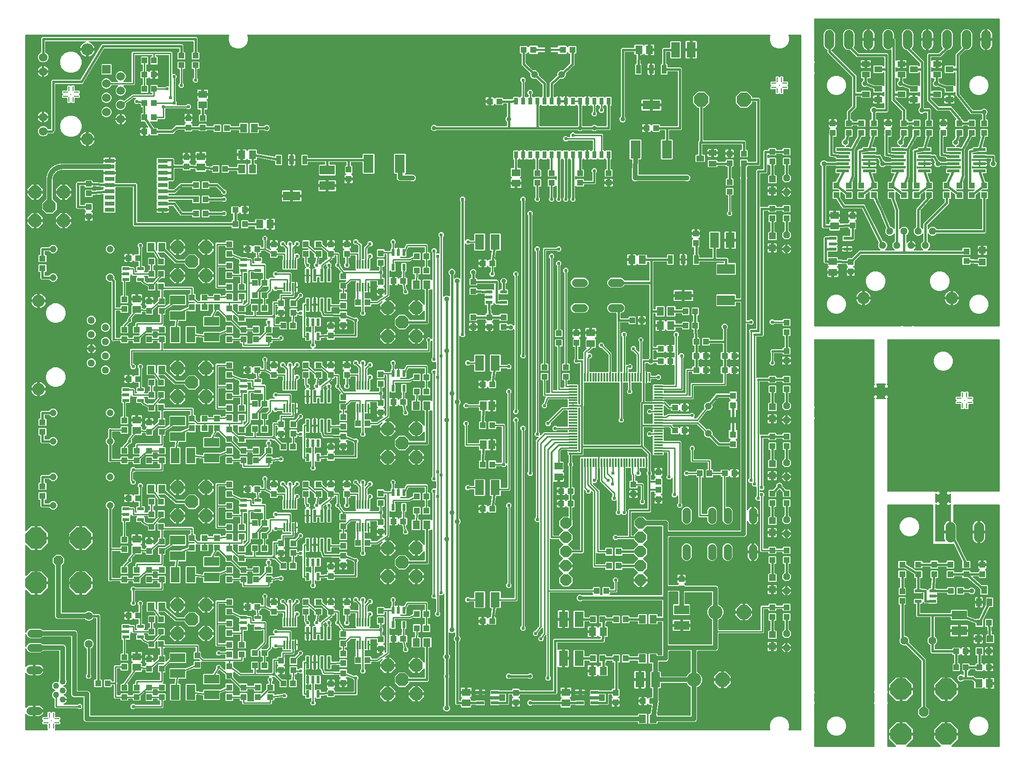
<source format=gbr>
G04 EAGLE Gerber RS-274X export*
G75*
%MOMM*%
%FSLAX34Y34*%
%LPD*%
%INTop Copper*%
%IPPOS*%
%AMOC8*
5,1,8,0,0,1.08239X$1,22.5*%
G01*
%ADD10R,1.100000X1.000000*%
%ADD11C,1.206400*%
%ADD12C,2.184400*%
%ADD13C,1.295400*%
%ADD14R,1.000000X1.100000*%
%ADD15R,1.320800X0.558800*%
%ADD16R,2.700000X1.600000*%
%ADD17R,1.500000X1.300000*%
%ADD18R,0.330200X1.524000*%
%ADD19R,1.600000X2.700000*%
%ADD20P,1.846990X8X22.500000*%
%ADD21P,4.123906X8X22.500000*%
%ADD22R,1.200000X0.600000*%
%ADD23R,1.200000X0.550000*%
%ADD24R,0.600000X2.200000*%
%ADD25P,2.474344X8X22.500000*%
%ADD26R,0.600000X1.200000*%
%ADD27R,1.300000X1.500000*%
%ADD28R,0.558800X1.320800*%
%ADD29C,1.524000*%
%ADD30C,2.159000*%
%ADD31R,1.524000X1.524000*%
%ADD32R,0.762000X1.270000*%
%ADD33C,1.219200*%
%ADD34P,2.749271X8X202.500000*%
%ADD35C,1.422400*%
%ADD36C,1.106400*%
%ADD37P,1.319650X8X292.500000*%
%ADD38C,0.254000*%
%ADD39R,0.889000X0.254000*%
%ADD40R,0.254000X0.889000*%
%ADD41R,1.600000X0.300000*%
%ADD42R,0.300000X1.600000*%
%ADD43P,2.199416X8X292.500000*%
%ADD44R,1.200000X1.200000*%
%ADD45R,1.168400X1.600200*%
%ADD46P,1.846990X8X292.500000*%
%ADD47P,4.123906X8X292.500000*%
%ADD48C,1.803400*%
%ADD49R,1.000000X1.400000*%
%ADD50R,2.184400X0.558800*%
%ADD51C,1.700000*%
%ADD52R,1.400000X1.000000*%
%ADD53R,0.838200X1.600200*%
%ADD54R,3.098800X1.600200*%
%ADD55R,1.800000X3.200000*%
%ADD56R,3.200000X1.800000*%
%ADD57R,1.800000X0.800000*%
%ADD58R,1.800000X0.700000*%
%ADD59C,2.540000*%
%ADD60P,2.749271X8X22.500000*%
%ADD61C,1.422400*%
%ADD62C,0.609600*%
%ADD63C,0.804800*%
%ADD64C,0.609600*%
%ADD65C,0.654800*%
%ADD66C,0.254000*%
%ADD67C,0.304800*%
%ADD68C,0.406400*%
%ADD69C,0.904800*%
%ADD70C,0.812800*%
%ADD71C,0.914400*%
%ADD72C,0.152400*%

G36*
X40382Y30498D02*
X40382Y30498D01*
X40521Y30511D01*
X40540Y30518D01*
X40560Y30521D01*
X40689Y30572D01*
X40820Y30619D01*
X40837Y30630D01*
X40856Y30638D01*
X40968Y30719D01*
X41083Y30797D01*
X41097Y30813D01*
X41113Y30824D01*
X41202Y30932D01*
X41294Y31036D01*
X41303Y31054D01*
X41316Y31069D01*
X41375Y31195D01*
X41439Y31319D01*
X41443Y31339D01*
X41452Y31357D01*
X41478Y31493D01*
X41508Y31629D01*
X41508Y31650D01*
X41511Y31669D01*
X41503Y31808D01*
X41499Y31947D01*
X41493Y31967D01*
X41492Y31987D01*
X41449Y32119D01*
X41410Y32253D01*
X41400Y32270D01*
X41394Y32289D01*
X41319Y32407D01*
X41249Y32527D01*
X41230Y32548D01*
X41223Y32558D01*
X41209Y32572D01*
X41142Y32647D01*
X41020Y32769D01*
X41020Y39751D01*
X41005Y39869D01*
X40998Y39988D01*
X40985Y40026D01*
X40980Y40067D01*
X40937Y40177D01*
X40900Y40290D01*
X40878Y40325D01*
X40863Y40362D01*
X40794Y40458D01*
X40730Y40559D01*
X40700Y40587D01*
X40677Y40620D01*
X40585Y40696D01*
X40498Y40777D01*
X40463Y40797D01*
X40432Y40822D01*
X40324Y40873D01*
X40220Y40931D01*
X40180Y40941D01*
X40144Y40958D01*
X40027Y40980D01*
X39912Y41010D01*
X39852Y41014D01*
X39832Y41018D01*
X39811Y41016D01*
X39751Y41020D01*
X32769Y41020D01*
X31876Y41913D01*
X31876Y45717D01*
X32887Y46727D01*
X32960Y46822D01*
X33039Y46911D01*
X33057Y46947D01*
X33082Y46979D01*
X33129Y47088D01*
X33184Y47194D01*
X33192Y47233D01*
X33208Y47271D01*
X33227Y47388D01*
X33253Y47504D01*
X33252Y47545D01*
X33258Y47585D01*
X33247Y47703D01*
X33244Y47822D01*
X33232Y47861D01*
X33229Y47901D01*
X33188Y48014D01*
X33155Y48128D01*
X33135Y48162D01*
X33121Y48201D01*
X33054Y48299D01*
X32994Y48402D01*
X32954Y48447D01*
X32942Y48464D01*
X32927Y48477D01*
X32887Y48522D01*
X31876Y49533D01*
X31876Y53337D01*
X32769Y54230D01*
X39751Y54230D01*
X39869Y54245D01*
X39988Y54252D01*
X40026Y54265D01*
X40067Y54270D01*
X40177Y54313D01*
X40290Y54350D01*
X40325Y54372D01*
X40362Y54387D01*
X40458Y54456D01*
X40559Y54520D01*
X40587Y54550D01*
X40620Y54573D01*
X40696Y54665D01*
X40777Y54752D01*
X40797Y54787D01*
X40822Y54818D01*
X40873Y54926D01*
X40931Y55030D01*
X40941Y55070D01*
X40958Y55106D01*
X40980Y55223D01*
X41010Y55338D01*
X41014Y55398D01*
X41018Y55418D01*
X41016Y55439D01*
X41020Y55499D01*
X41020Y62481D01*
X41913Y63374D01*
X45717Y63374D01*
X46727Y62363D01*
X46822Y62290D01*
X46911Y62211D01*
X46947Y62193D01*
X46979Y62168D01*
X47088Y62121D01*
X47194Y62066D01*
X47233Y62058D01*
X47271Y62042D01*
X47388Y62023D01*
X47504Y61997D01*
X47545Y61998D01*
X47585Y61992D01*
X47703Y62003D01*
X47822Y62006D01*
X47861Y62018D01*
X47901Y62021D01*
X48014Y62062D01*
X48128Y62095D01*
X48162Y62115D01*
X48201Y62129D01*
X48299Y62196D01*
X48402Y62256D01*
X48447Y62296D01*
X48464Y62308D01*
X48477Y62323D01*
X48522Y62363D01*
X49533Y63374D01*
X53337Y63374D01*
X54230Y62481D01*
X54230Y55499D01*
X54245Y55381D01*
X54252Y55262D01*
X54265Y55224D01*
X54270Y55183D01*
X54313Y55073D01*
X54350Y54960D01*
X54372Y54925D01*
X54387Y54888D01*
X54456Y54792D01*
X54520Y54691D01*
X54550Y54663D01*
X54573Y54630D01*
X54665Y54554D01*
X54752Y54473D01*
X54787Y54453D01*
X54818Y54428D01*
X54926Y54377D01*
X55030Y54319D01*
X55070Y54309D01*
X55106Y54292D01*
X55223Y54270D01*
X55338Y54240D01*
X55398Y54236D01*
X55418Y54232D01*
X55439Y54234D01*
X55499Y54230D01*
X62481Y54230D01*
X63374Y53337D01*
X63374Y49533D01*
X62363Y48522D01*
X62290Y48428D01*
X62211Y48339D01*
X62193Y48303D01*
X62168Y48271D01*
X62120Y48162D01*
X62066Y48056D01*
X62058Y48017D01*
X62042Y47979D01*
X62023Y47862D01*
X61997Y47746D01*
X61998Y47705D01*
X61992Y47665D01*
X62003Y47547D01*
X62006Y47428D01*
X62018Y47389D01*
X62021Y47349D01*
X62062Y47237D01*
X62095Y47122D01*
X62115Y47087D01*
X62129Y47049D01*
X62196Y46951D01*
X62256Y46848D01*
X62296Y46803D01*
X62308Y46786D01*
X62323Y46773D01*
X62363Y46727D01*
X63374Y45717D01*
X63374Y41913D01*
X62481Y41020D01*
X55499Y41020D01*
X55381Y41005D01*
X55262Y40998D01*
X55224Y40985D01*
X55183Y40980D01*
X55073Y40937D01*
X54960Y40900D01*
X54925Y40878D01*
X54888Y40863D01*
X54792Y40794D01*
X54691Y40730D01*
X54663Y40700D01*
X54630Y40677D01*
X54554Y40585D01*
X54473Y40498D01*
X54453Y40463D01*
X54428Y40432D01*
X54377Y40324D01*
X54319Y40220D01*
X54309Y40180D01*
X54292Y40144D01*
X54270Y40027D01*
X54240Y39912D01*
X54236Y39852D01*
X54232Y39832D01*
X54234Y39811D01*
X54230Y39751D01*
X54230Y32769D01*
X54108Y32647D01*
X54023Y32538D01*
X53934Y32431D01*
X53925Y32412D01*
X53913Y32396D01*
X53857Y32268D01*
X53798Y32143D01*
X53795Y32123D01*
X53787Y32104D01*
X53765Y31966D01*
X53739Y31830D01*
X53740Y31810D01*
X53737Y31790D01*
X53750Y31651D01*
X53758Y31513D01*
X53765Y31494D01*
X53766Y31474D01*
X53814Y31342D01*
X53856Y31211D01*
X53867Y31193D01*
X53874Y31174D01*
X53952Y31059D01*
X54027Y30942D01*
X54041Y30928D01*
X54053Y30911D01*
X54157Y30819D01*
X54258Y30724D01*
X54276Y30714D01*
X54291Y30701D01*
X54415Y30637D01*
X54537Y30570D01*
X54556Y30565D01*
X54574Y30556D01*
X54710Y30526D01*
X54845Y30491D01*
X54873Y30489D01*
X54885Y30486D01*
X54905Y30487D01*
X55005Y30481D01*
X1329038Y30481D01*
X1329087Y30487D01*
X1329137Y30485D01*
X1329244Y30507D01*
X1329353Y30521D01*
X1329399Y30539D01*
X1329448Y30549D01*
X1329547Y30597D01*
X1329649Y30638D01*
X1329689Y30667D01*
X1329734Y30689D01*
X1329817Y30760D01*
X1329906Y30824D01*
X1329938Y30863D01*
X1329976Y30895D01*
X1330039Y30985D01*
X1330109Y31069D01*
X1330130Y31114D01*
X1330159Y31155D01*
X1330198Y31258D01*
X1330245Y31357D01*
X1330254Y31406D01*
X1330272Y31452D01*
X1330284Y31562D01*
X1330304Y31670D01*
X1330301Y31719D01*
X1330307Y31768D01*
X1330291Y31877D01*
X1330285Y31987D01*
X1330269Y32034D01*
X1330262Y32083D01*
X1330210Y32236D01*
X1329183Y34715D01*
X1329183Y41485D01*
X1331774Y47739D01*
X1336561Y52526D01*
X1342815Y55117D01*
X1349585Y55117D01*
X1355839Y52526D01*
X1360626Y47739D01*
X1363217Y41485D01*
X1363217Y34715D01*
X1362190Y32236D01*
X1362177Y32188D01*
X1362155Y32143D01*
X1362135Y32035D01*
X1362106Y31929D01*
X1362105Y31879D01*
X1362096Y31831D01*
X1362102Y31721D01*
X1362101Y31611D01*
X1362112Y31563D01*
X1362115Y31513D01*
X1362149Y31409D01*
X1362175Y31302D01*
X1362198Y31258D01*
X1362213Y31211D01*
X1362272Y31118D01*
X1362324Y31021D01*
X1362357Y30984D01*
X1362384Y30942D01*
X1362464Y30867D01*
X1362537Y30785D01*
X1362579Y30758D01*
X1362615Y30724D01*
X1362711Y30671D01*
X1362803Y30611D01*
X1362850Y30594D01*
X1362894Y30570D01*
X1363000Y30543D01*
X1363104Y30507D01*
X1363154Y30503D01*
X1363202Y30491D01*
X1363362Y30481D01*
X1384300Y30481D01*
X1384418Y30496D01*
X1384537Y30503D01*
X1384575Y30516D01*
X1384616Y30521D01*
X1384726Y30564D01*
X1384839Y30601D01*
X1384874Y30623D01*
X1384911Y30638D01*
X1385007Y30708D01*
X1385108Y30771D01*
X1385136Y30801D01*
X1385169Y30824D01*
X1385245Y30916D01*
X1385326Y31003D01*
X1385346Y31038D01*
X1385371Y31069D01*
X1385422Y31177D01*
X1385480Y31281D01*
X1385490Y31321D01*
X1385507Y31357D01*
X1385529Y31474D01*
X1385559Y31589D01*
X1385563Y31650D01*
X1385567Y31670D01*
X1385565Y31690D01*
X1385569Y31750D01*
X1385569Y77162D01*
X1385557Y77260D01*
X1385554Y77359D01*
X1385537Y77417D01*
X1385529Y77477D01*
X1385493Y77569D01*
X1385465Y77665D01*
X1385435Y77717D01*
X1385412Y77773D01*
X1385354Y77853D01*
X1385304Y77939D01*
X1385238Y78014D01*
X1385226Y78030D01*
X1385216Y78038D01*
X1385197Y78059D01*
X1384934Y78323D01*
X1384934Y80427D01*
X1385197Y80691D01*
X1385258Y80769D01*
X1385326Y80841D01*
X1385355Y80894D01*
X1385392Y80942D01*
X1385432Y81033D01*
X1385480Y81120D01*
X1385495Y81178D01*
X1385519Y81234D01*
X1385534Y81332D01*
X1385559Y81427D01*
X1385565Y81527D01*
X1385569Y81548D01*
X1385567Y81560D01*
X1385569Y81588D01*
X1385569Y96212D01*
X1385557Y96310D01*
X1385554Y96409D01*
X1385537Y96467D01*
X1385529Y96527D01*
X1385493Y96619D01*
X1385465Y96715D01*
X1385435Y96767D01*
X1385412Y96823D01*
X1385354Y96903D01*
X1385304Y96989D01*
X1385238Y97064D01*
X1385226Y97080D01*
X1385216Y97088D01*
X1385197Y97109D01*
X1384934Y97373D01*
X1384934Y99477D01*
X1385197Y99741D01*
X1385258Y99819D01*
X1385326Y99891D01*
X1385355Y99944D01*
X1385392Y99992D01*
X1385432Y100083D01*
X1385480Y100170D01*
X1385495Y100228D01*
X1385519Y100284D01*
X1385534Y100382D01*
X1385559Y100477D01*
X1385565Y100577D01*
X1385569Y100598D01*
X1385567Y100610D01*
X1385569Y100638D01*
X1385569Y585162D01*
X1385557Y585260D01*
X1385554Y585359D01*
X1385537Y585417D01*
X1385529Y585477D01*
X1385493Y585569D01*
X1385465Y585665D01*
X1385435Y585717D01*
X1385412Y585773D01*
X1385354Y585853D01*
X1385304Y585939D01*
X1385238Y586014D01*
X1385226Y586030D01*
X1385216Y586038D01*
X1385197Y586059D01*
X1384934Y586323D01*
X1384934Y588427D01*
X1385197Y588691D01*
X1385258Y588769D01*
X1385326Y588841D01*
X1385355Y588894D01*
X1385392Y588942D01*
X1385432Y589033D01*
X1385480Y589120D01*
X1385495Y589178D01*
X1385519Y589234D01*
X1385534Y589332D01*
X1385559Y589427D01*
X1385565Y589527D01*
X1385569Y589548D01*
X1385567Y589560D01*
X1385569Y589588D01*
X1385569Y604212D01*
X1385557Y604310D01*
X1385554Y604409D01*
X1385537Y604467D01*
X1385529Y604527D01*
X1385493Y604619D01*
X1385465Y604715D01*
X1385435Y604767D01*
X1385412Y604823D01*
X1385354Y604903D01*
X1385304Y604989D01*
X1385238Y605064D01*
X1385226Y605080D01*
X1385216Y605088D01*
X1385197Y605109D01*
X1384934Y605373D01*
X1384934Y607477D01*
X1385197Y607741D01*
X1385258Y607819D01*
X1385326Y607891D01*
X1385355Y607944D01*
X1385392Y607992D01*
X1385432Y608083D01*
X1385480Y608170D01*
X1385495Y608228D01*
X1385519Y608284D01*
X1385534Y608382D01*
X1385559Y608477D01*
X1385565Y608577D01*
X1385569Y608598D01*
X1385567Y608610D01*
X1385569Y608638D01*
X1385569Y1201112D01*
X1385557Y1201210D01*
X1385554Y1201309D01*
X1385537Y1201367D01*
X1385529Y1201427D01*
X1385493Y1201519D01*
X1385465Y1201615D01*
X1385435Y1201667D01*
X1385412Y1201723D01*
X1385354Y1201803D01*
X1385304Y1201889D01*
X1385238Y1201964D01*
X1385226Y1201980D01*
X1385216Y1201988D01*
X1385197Y1202009D01*
X1384934Y1202273D01*
X1384934Y1204377D01*
X1385197Y1204641D01*
X1385258Y1204719D01*
X1385326Y1204791D01*
X1385355Y1204844D01*
X1385392Y1204892D01*
X1385432Y1204983D01*
X1385480Y1205070D01*
X1385495Y1205128D01*
X1385519Y1205184D01*
X1385534Y1205282D01*
X1385559Y1205377D01*
X1385565Y1205477D01*
X1385569Y1205498D01*
X1385567Y1205510D01*
X1385569Y1205538D01*
X1385569Y1220162D01*
X1385557Y1220260D01*
X1385554Y1220359D01*
X1385537Y1220417D01*
X1385529Y1220477D01*
X1385493Y1220569D01*
X1385465Y1220665D01*
X1385435Y1220717D01*
X1385412Y1220773D01*
X1385354Y1220853D01*
X1385304Y1220939D01*
X1385238Y1221014D01*
X1385226Y1221030D01*
X1385216Y1221038D01*
X1385197Y1221059D01*
X1384934Y1221323D01*
X1384934Y1223427D01*
X1385197Y1223691D01*
X1385258Y1223769D01*
X1385326Y1223841D01*
X1385355Y1223894D01*
X1385392Y1223942D01*
X1385432Y1224033D01*
X1385480Y1224120D01*
X1385495Y1224178D01*
X1385519Y1224234D01*
X1385534Y1224332D01*
X1385559Y1224427D01*
X1385565Y1224527D01*
X1385569Y1224548D01*
X1385567Y1224560D01*
X1385569Y1224588D01*
X1385569Y1270000D01*
X1385554Y1270118D01*
X1385547Y1270237D01*
X1385534Y1270275D01*
X1385529Y1270316D01*
X1385486Y1270426D01*
X1385449Y1270539D01*
X1385427Y1270574D01*
X1385412Y1270611D01*
X1385343Y1270707D01*
X1385279Y1270808D01*
X1385249Y1270836D01*
X1385226Y1270869D01*
X1385134Y1270945D01*
X1385047Y1271026D01*
X1385012Y1271046D01*
X1384981Y1271071D01*
X1384873Y1271122D01*
X1384769Y1271180D01*
X1384729Y1271190D01*
X1384693Y1271207D01*
X1384576Y1271229D01*
X1384461Y1271259D01*
X1384401Y1271263D01*
X1384381Y1271267D01*
X1384360Y1271265D01*
X1384300Y1271269D01*
X1363362Y1271269D01*
X1363313Y1271263D01*
X1363263Y1271265D01*
X1363156Y1271243D01*
X1363047Y1271229D01*
X1363001Y1271211D01*
X1362952Y1271201D01*
X1362853Y1271153D01*
X1362751Y1271112D01*
X1362711Y1271083D01*
X1362666Y1271061D01*
X1362583Y1270990D01*
X1362494Y1270926D01*
X1362462Y1270887D01*
X1362424Y1270855D01*
X1362361Y1270765D01*
X1362291Y1270681D01*
X1362270Y1270636D01*
X1362241Y1270595D01*
X1362202Y1270492D01*
X1362155Y1270393D01*
X1362146Y1270344D01*
X1362128Y1270298D01*
X1362116Y1270188D01*
X1362096Y1270081D01*
X1362099Y1270031D01*
X1362093Y1269982D01*
X1362109Y1269873D01*
X1362115Y1269763D01*
X1362131Y1269716D01*
X1362138Y1269667D01*
X1362190Y1269514D01*
X1363217Y1267035D01*
X1363217Y1260265D01*
X1360626Y1254011D01*
X1355839Y1249224D01*
X1349585Y1246633D01*
X1342815Y1246633D01*
X1336561Y1249224D01*
X1331774Y1254011D01*
X1329183Y1260265D01*
X1329183Y1267035D01*
X1330210Y1269514D01*
X1330223Y1269562D01*
X1330245Y1269607D01*
X1330265Y1269715D01*
X1330294Y1269821D01*
X1330295Y1269871D01*
X1330304Y1269920D01*
X1330298Y1270029D01*
X1330299Y1270139D01*
X1330288Y1270187D01*
X1330285Y1270237D01*
X1330251Y1270341D01*
X1330225Y1270448D01*
X1330202Y1270492D01*
X1330187Y1270539D01*
X1330128Y1270632D01*
X1330076Y1270729D01*
X1330043Y1270766D01*
X1330016Y1270808D01*
X1329936Y1270883D01*
X1329863Y1270965D01*
X1329821Y1270992D01*
X1329785Y1271026D01*
X1329689Y1271079D01*
X1329597Y1271139D01*
X1329550Y1271156D01*
X1329506Y1271180D01*
X1329400Y1271207D01*
X1329296Y1271243D01*
X1329246Y1271247D01*
X1329198Y1271259D01*
X1329038Y1271269D01*
X398162Y1271269D01*
X398113Y1271263D01*
X398063Y1271265D01*
X397956Y1271243D01*
X397847Y1271229D01*
X397801Y1271211D01*
X397752Y1271201D01*
X397653Y1271153D01*
X397551Y1271112D01*
X397511Y1271083D01*
X397466Y1271061D01*
X397383Y1270990D01*
X397294Y1270926D01*
X397262Y1270887D01*
X397224Y1270855D01*
X397161Y1270765D01*
X397091Y1270681D01*
X397070Y1270636D01*
X397041Y1270595D01*
X397002Y1270492D01*
X396955Y1270393D01*
X396946Y1270344D01*
X396928Y1270298D01*
X396916Y1270188D01*
X396896Y1270081D01*
X396899Y1270031D01*
X396893Y1269982D01*
X396909Y1269873D01*
X396915Y1269763D01*
X396931Y1269716D01*
X396938Y1269667D01*
X396990Y1269514D01*
X398017Y1267035D01*
X398017Y1260265D01*
X395426Y1254011D01*
X390639Y1249224D01*
X384385Y1246633D01*
X377615Y1246633D01*
X371361Y1249224D01*
X366574Y1254011D01*
X363983Y1260265D01*
X363983Y1267035D01*
X365010Y1269514D01*
X365023Y1269562D01*
X365045Y1269607D01*
X365065Y1269715D01*
X365094Y1269821D01*
X365095Y1269871D01*
X365104Y1269920D01*
X365098Y1270029D01*
X365099Y1270139D01*
X365088Y1270187D01*
X365085Y1270237D01*
X365051Y1270341D01*
X365025Y1270448D01*
X365002Y1270492D01*
X364987Y1270539D01*
X364928Y1270632D01*
X364876Y1270729D01*
X364843Y1270766D01*
X364816Y1270808D01*
X364736Y1270883D01*
X364663Y1270965D01*
X364621Y1270992D01*
X364585Y1271026D01*
X364489Y1271079D01*
X364397Y1271139D01*
X364350Y1271156D01*
X364306Y1271180D01*
X364200Y1271207D01*
X364096Y1271243D01*
X364046Y1271247D01*
X363998Y1271259D01*
X363838Y1271269D01*
X2286Y1271269D01*
X2168Y1271254D01*
X2049Y1271247D01*
X2011Y1271234D01*
X1970Y1271229D01*
X1860Y1271186D01*
X1747Y1271149D01*
X1712Y1271127D01*
X1675Y1271112D01*
X1579Y1271043D01*
X1478Y1270979D01*
X1450Y1270949D01*
X1417Y1270926D01*
X1341Y1270834D01*
X1260Y1270747D01*
X1240Y1270712D01*
X1215Y1270681D01*
X1164Y1270573D01*
X1106Y1270469D01*
X1096Y1270429D01*
X1079Y1270393D01*
X1057Y1270276D01*
X1027Y1270161D01*
X1023Y1270101D01*
X1019Y1270081D01*
X1021Y1270060D01*
X1017Y1270000D01*
X1017Y387116D01*
X1034Y386979D01*
X1035Y386972D01*
X1039Y386903D01*
X1042Y386894D01*
X1047Y386840D01*
X1054Y386821D01*
X1057Y386801D01*
X1108Y386672D01*
X1155Y386541D01*
X1166Y386524D01*
X1174Y386505D01*
X1255Y386393D01*
X1333Y386278D01*
X1349Y386264D01*
X1360Y386248D01*
X1468Y386159D01*
X1572Y386067D01*
X1590Y386058D01*
X1605Y386045D01*
X1731Y385986D01*
X1855Y385923D01*
X1875Y385918D01*
X1893Y385910D01*
X2029Y385883D01*
X2165Y385853D01*
X2186Y385854D01*
X2205Y385850D01*
X2344Y385858D01*
X2483Y385863D01*
X2503Y385868D01*
X2523Y385869D01*
X2655Y385912D01*
X2789Y385951D01*
X2806Y385961D01*
X2825Y385968D01*
X2920Y386027D01*
X2921Y386028D01*
X2924Y386030D01*
X2943Y386042D01*
X3063Y386113D01*
X3084Y386131D01*
X3094Y386138D01*
X3108Y386153D01*
X3183Y386219D01*
X11507Y394543D01*
X17701Y394543D01*
X17701Y374730D01*
X17716Y374612D01*
X17723Y374493D01*
X17736Y374455D01*
X17741Y374415D01*
X17784Y374304D01*
X17821Y374191D01*
X17843Y374157D01*
X17858Y374119D01*
X17928Y374023D01*
X17991Y373922D01*
X18021Y373894D01*
X18044Y373862D01*
X18136Y373786D01*
X18223Y373704D01*
X18258Y373685D01*
X18289Y373659D01*
X18397Y373608D01*
X18501Y373551D01*
X18541Y373540D01*
X18577Y373523D01*
X18694Y373501D01*
X18809Y373471D01*
X18870Y373467D01*
X18890Y373463D01*
X18910Y373465D01*
X18970Y373461D01*
X20241Y373461D01*
X20241Y373459D01*
X18970Y373459D01*
X18852Y373444D01*
X18733Y373437D01*
X18695Y373424D01*
X18654Y373419D01*
X18544Y373375D01*
X18431Y373339D01*
X18396Y373317D01*
X18359Y373302D01*
X18263Y373232D01*
X18162Y373169D01*
X18134Y373139D01*
X18101Y373115D01*
X18026Y373024D01*
X17944Y372937D01*
X17924Y372902D01*
X17899Y372870D01*
X17848Y372763D01*
X17790Y372658D01*
X17780Y372619D01*
X17763Y372583D01*
X17741Y372466D01*
X17711Y372351D01*
X17707Y372290D01*
X17703Y372270D01*
X17705Y372250D01*
X17701Y372190D01*
X17701Y352377D01*
X11507Y352377D01*
X3183Y360701D01*
X3074Y360786D01*
X2967Y360875D01*
X2948Y360884D01*
X2932Y360896D01*
X2804Y360951D01*
X2679Y361010D01*
X2659Y361014D01*
X2640Y361022D01*
X2502Y361044D01*
X2366Y361070D01*
X2346Y361069D01*
X2326Y361072D01*
X2187Y361059D01*
X2049Y361051D01*
X2030Y361044D01*
X2010Y361042D01*
X1878Y360995D01*
X1747Y360952D01*
X1729Y360942D01*
X1710Y360935D01*
X1595Y360857D01*
X1478Y360782D01*
X1464Y360768D01*
X1447Y360756D01*
X1355Y360652D01*
X1260Y360551D01*
X1250Y360533D01*
X1237Y360518D01*
X1173Y360394D01*
X1106Y360272D01*
X1101Y360253D01*
X1092Y360235D01*
X1062Y360099D01*
X1027Y359964D01*
X1025Y359936D01*
X1022Y359924D01*
X1023Y359904D01*
X1017Y359804D01*
X1017Y306946D01*
X1034Y306809D01*
X1047Y306670D01*
X1054Y306651D01*
X1057Y306631D01*
X1108Y306502D01*
X1155Y306371D01*
X1166Y306354D01*
X1174Y306335D01*
X1255Y306223D01*
X1333Y306108D01*
X1349Y306094D01*
X1360Y306078D01*
X1468Y305989D01*
X1572Y305897D01*
X1590Y305888D01*
X1605Y305875D01*
X1731Y305816D01*
X1855Y305753D01*
X1875Y305748D01*
X1893Y305740D01*
X2029Y305713D01*
X2165Y305683D01*
X2186Y305684D01*
X2205Y305680D01*
X2344Y305688D01*
X2483Y305693D01*
X2503Y305698D01*
X2523Y305699D01*
X2655Y305742D01*
X2789Y305781D01*
X2806Y305791D01*
X2825Y305798D01*
X2943Y305872D01*
X3063Y305943D01*
X3084Y305961D01*
X3094Y305968D01*
X3108Y305983D01*
X3183Y306049D01*
X11507Y314373D01*
X17701Y314373D01*
X17701Y294560D01*
X17716Y294442D01*
X17723Y294323D01*
X17736Y294285D01*
X17741Y294245D01*
X17784Y294134D01*
X17821Y294021D01*
X17843Y293987D01*
X17858Y293949D01*
X17928Y293853D01*
X17991Y293752D01*
X18021Y293724D01*
X18044Y293692D01*
X18136Y293616D01*
X18223Y293534D01*
X18258Y293515D01*
X18289Y293489D01*
X18397Y293438D01*
X18501Y293381D01*
X18541Y293370D01*
X18577Y293353D01*
X18694Y293331D01*
X18809Y293301D01*
X18870Y293297D01*
X18890Y293293D01*
X18910Y293295D01*
X18970Y293291D01*
X20241Y293291D01*
X20241Y293289D01*
X18970Y293289D01*
X18852Y293274D01*
X18733Y293267D01*
X18695Y293254D01*
X18654Y293249D01*
X18544Y293205D01*
X18431Y293169D01*
X18396Y293147D01*
X18359Y293132D01*
X18263Y293062D01*
X18162Y292999D01*
X18134Y292969D01*
X18101Y292945D01*
X18026Y292854D01*
X17944Y292767D01*
X17924Y292732D01*
X17899Y292700D01*
X17848Y292593D01*
X17790Y292488D01*
X17780Y292449D01*
X17763Y292413D01*
X17741Y292296D01*
X17711Y292181D01*
X17707Y292120D01*
X17703Y292100D01*
X17705Y292080D01*
X17701Y292020D01*
X17701Y272207D01*
X11507Y272207D01*
X3183Y280531D01*
X3074Y280616D01*
X2967Y280705D01*
X2948Y280714D01*
X2932Y280726D01*
X2804Y280781D01*
X2679Y280840D01*
X2659Y280844D01*
X2640Y280852D01*
X2502Y280874D01*
X2366Y280900D01*
X2346Y280899D01*
X2326Y280902D01*
X2187Y280889D01*
X2049Y280881D01*
X2030Y280874D01*
X2010Y280872D01*
X1878Y280825D01*
X1747Y280782D01*
X1729Y280772D01*
X1710Y280765D01*
X1595Y280687D01*
X1478Y280612D01*
X1464Y280598D01*
X1447Y280586D01*
X1355Y280482D01*
X1260Y280381D01*
X1250Y280363D01*
X1237Y280348D01*
X1173Y280224D01*
X1106Y280102D01*
X1101Y280083D01*
X1092Y280065D01*
X1062Y279929D01*
X1027Y279794D01*
X1025Y279766D01*
X1022Y279754D01*
X1023Y279734D01*
X1017Y279634D01*
X1017Y205783D01*
X1025Y205714D01*
X1024Y205644D01*
X1045Y205557D01*
X1057Y205468D01*
X1082Y205403D01*
X1099Y205335D01*
X1141Y205256D01*
X1174Y205172D01*
X1215Y205116D01*
X1247Y205054D01*
X1308Y204988D01*
X1360Y204915D01*
X1414Y204870D01*
X1461Y204819D01*
X1536Y204769D01*
X1605Y204712D01*
X1669Y204682D01*
X1727Y204644D01*
X1812Y204615D01*
X1893Y204577D01*
X1962Y204563D01*
X2028Y204541D01*
X2117Y204534D01*
X2205Y204517D01*
X2275Y204521D01*
X2345Y204516D01*
X2433Y204531D01*
X2523Y204537D01*
X2589Y204558D01*
X2658Y204570D01*
X2740Y204607D01*
X2825Y204635D01*
X2884Y204672D01*
X2948Y204701D01*
X3018Y204757D01*
X3094Y204805D01*
X3142Y204856D01*
X3196Y204899D01*
X3251Y204971D01*
X3312Y205036D01*
X3346Y205097D01*
X3388Y205153D01*
X3459Y205298D01*
X4616Y208092D01*
X7046Y210522D01*
X10220Y211837D01*
X27880Y211837D01*
X31054Y210522D01*
X32416Y209160D01*
X32494Y209100D01*
X32566Y209032D01*
X32619Y209003D01*
X32667Y208966D01*
X32758Y208926D01*
X32845Y208878D01*
X32903Y208863D01*
X32959Y208839D01*
X33057Y208824D01*
X33153Y208799D01*
X33253Y208793D01*
X33273Y208789D01*
X33285Y208791D01*
X33313Y208789D01*
X90012Y208789D01*
X92066Y207938D01*
X93638Y206366D01*
X94489Y204312D01*
X94489Y102108D01*
X94504Y101990D01*
X94511Y101871D01*
X94524Y101833D01*
X94529Y101792D01*
X94572Y101682D01*
X94609Y101569D01*
X94631Y101534D01*
X94646Y101497D01*
X94715Y101401D01*
X94779Y101300D01*
X94809Y101272D01*
X94832Y101239D01*
X94924Y101163D01*
X95011Y101082D01*
X95046Y101062D01*
X95077Y101037D01*
X95185Y100986D01*
X95289Y100928D01*
X95329Y100918D01*
X95365Y100901D01*
X95482Y100879D01*
X95597Y100849D01*
X95657Y100845D01*
X95677Y100841D01*
X95698Y100843D01*
X95758Y100839D01*
X112237Y100839D01*
X114291Y99988D01*
X115863Y98416D01*
X116714Y96362D01*
X116714Y57658D01*
X116729Y57540D01*
X116736Y57421D01*
X116749Y57383D01*
X116754Y57342D01*
X116797Y57232D01*
X116834Y57119D01*
X116856Y57084D01*
X116871Y57047D01*
X116940Y56951D01*
X117004Y56850D01*
X117034Y56822D01*
X117057Y56789D01*
X117149Y56713D01*
X117236Y56632D01*
X117271Y56612D01*
X117302Y56587D01*
X117410Y56536D01*
X117514Y56478D01*
X117554Y56468D01*
X117590Y56451D01*
X117707Y56429D01*
X117822Y56399D01*
X117882Y56395D01*
X117902Y56391D01*
X117923Y56393D01*
X117983Y56389D01*
X1092456Y56389D01*
X1092574Y56404D01*
X1092693Y56411D01*
X1092731Y56424D01*
X1092772Y56429D01*
X1092882Y56472D01*
X1092995Y56509D01*
X1093030Y56531D01*
X1093067Y56546D01*
X1093163Y56615D01*
X1093264Y56679D01*
X1093292Y56709D01*
X1093325Y56732D01*
X1093401Y56824D01*
X1093482Y56911D01*
X1093502Y56946D01*
X1093527Y56977D01*
X1093578Y57085D01*
X1093636Y57189D01*
X1093646Y57229D01*
X1093663Y57265D01*
X1093685Y57382D01*
X1093715Y57497D01*
X1093719Y57557D01*
X1093723Y57577D01*
X1093721Y57598D01*
X1093725Y57658D01*
X1093725Y58932D01*
X1094618Y59825D01*
X1108882Y59825D01*
X1109775Y58932D01*
X1109775Y42668D01*
X1108882Y41775D01*
X1094618Y41775D01*
X1093725Y42668D01*
X1093725Y43942D01*
X1093710Y44060D01*
X1093703Y44179D01*
X1093690Y44217D01*
X1093685Y44258D01*
X1093642Y44368D01*
X1093605Y44481D01*
X1093583Y44516D01*
X1093568Y44553D01*
X1093499Y44649D01*
X1093435Y44750D01*
X1093405Y44778D01*
X1093382Y44811D01*
X1093290Y44887D01*
X1093203Y44968D01*
X1093168Y44988D01*
X1093137Y45013D01*
X1093029Y45064D01*
X1092925Y45122D01*
X1092885Y45132D01*
X1092849Y45149D01*
X1092732Y45171D01*
X1092617Y45201D01*
X1092557Y45205D01*
X1092537Y45209D01*
X1092516Y45207D01*
X1092456Y45211D01*
X110013Y45211D01*
X107959Y46062D01*
X106387Y47634D01*
X105536Y49688D01*
X105536Y88392D01*
X105521Y88510D01*
X105514Y88629D01*
X105501Y88667D01*
X105496Y88708D01*
X105453Y88818D01*
X105416Y88931D01*
X105394Y88966D01*
X105379Y89003D01*
X105310Y89099D01*
X105246Y89200D01*
X105216Y89228D01*
X105193Y89261D01*
X105101Y89337D01*
X105014Y89418D01*
X104979Y89438D01*
X104948Y89463D01*
X104840Y89514D01*
X104736Y89572D01*
X104696Y89582D01*
X104660Y89599D01*
X104543Y89621D01*
X104428Y89651D01*
X104368Y89655D01*
X104348Y89659D01*
X104327Y89657D01*
X104267Y89661D01*
X87788Y89661D01*
X85734Y90512D01*
X84162Y92084D01*
X83311Y94138D01*
X83311Y196342D01*
X83296Y196460D01*
X83289Y196579D01*
X83276Y196617D01*
X83271Y196658D01*
X83228Y196768D01*
X83191Y196881D01*
X83169Y196916D01*
X83154Y196953D01*
X83085Y197049D01*
X83021Y197150D01*
X82991Y197178D01*
X82968Y197211D01*
X82876Y197287D01*
X82789Y197368D01*
X82754Y197388D01*
X82723Y197413D01*
X82615Y197464D01*
X82511Y197522D01*
X82471Y197532D01*
X82435Y197549D01*
X82318Y197571D01*
X82203Y197601D01*
X82143Y197605D01*
X82123Y197609D01*
X82102Y197607D01*
X82042Y197611D01*
X33313Y197611D01*
X33215Y197599D01*
X33116Y197596D01*
X33058Y197579D01*
X32998Y197571D01*
X32906Y197535D01*
X32810Y197507D01*
X32758Y197477D01*
X32702Y197454D01*
X32622Y197396D01*
X32537Y197346D01*
X32461Y197280D01*
X32445Y197268D01*
X32437Y197258D01*
X32416Y197240D01*
X31054Y195878D01*
X27880Y194563D01*
X10220Y194563D01*
X7046Y195878D01*
X4616Y198308D01*
X3459Y201102D01*
X3424Y201163D01*
X3398Y201228D01*
X3346Y201300D01*
X3301Y201378D01*
X3253Y201429D01*
X3212Y201485D01*
X3142Y201542D01*
X3080Y201607D01*
X3020Y201643D01*
X2967Y201688D01*
X2885Y201726D01*
X2809Y201773D01*
X2742Y201794D01*
X2679Y201823D01*
X2591Y201840D01*
X2505Y201867D01*
X2435Y201870D01*
X2366Y201883D01*
X2277Y201878D01*
X2187Y201882D01*
X2119Y201868D01*
X2049Y201863D01*
X1964Y201836D01*
X1876Y201818D01*
X1813Y201787D01*
X1747Y201765D01*
X1671Y201717D01*
X1590Y201678D01*
X1537Y201633D01*
X1478Y201595D01*
X1416Y201530D01*
X1348Y201472D01*
X1308Y201415D01*
X1260Y201364D01*
X1217Y201285D01*
X1165Y201212D01*
X1140Y201146D01*
X1106Y201085D01*
X1084Y200998D01*
X1052Y200914D01*
X1044Y200845D01*
X1027Y200777D01*
X1017Y200617D01*
X1017Y180383D01*
X1025Y180314D01*
X1024Y180244D01*
X1045Y180157D01*
X1057Y180068D01*
X1082Y180003D01*
X1099Y179935D01*
X1141Y179856D01*
X1174Y179772D01*
X1215Y179716D01*
X1247Y179654D01*
X1308Y179588D01*
X1360Y179515D01*
X1414Y179470D01*
X1461Y179419D01*
X1536Y179369D01*
X1605Y179312D01*
X1669Y179282D01*
X1727Y179244D01*
X1812Y179215D01*
X1893Y179177D01*
X1962Y179163D01*
X2028Y179141D01*
X2117Y179134D01*
X2205Y179117D01*
X2275Y179121D01*
X2345Y179116D01*
X2433Y179131D01*
X2523Y179137D01*
X2589Y179158D01*
X2658Y179170D01*
X2740Y179207D01*
X2825Y179235D01*
X2884Y179272D01*
X2948Y179301D01*
X3018Y179357D01*
X3094Y179405D01*
X3142Y179456D01*
X3196Y179499D01*
X3251Y179571D01*
X3312Y179636D01*
X3346Y179697D01*
X3388Y179753D01*
X3459Y179898D01*
X4616Y182692D01*
X7046Y185122D01*
X10220Y186437D01*
X27880Y186437D01*
X31054Y185122D01*
X32416Y183760D01*
X32494Y183700D01*
X32566Y183632D01*
X32619Y183603D01*
X32667Y183566D01*
X32758Y183526D01*
X32845Y183478D01*
X32903Y183463D01*
X32959Y183439D01*
X33057Y183424D01*
X33152Y183399D01*
X33253Y183393D01*
X33273Y183389D01*
X33285Y183391D01*
X33313Y183389D01*
X69049Y183389D01*
X71103Y182538D01*
X72675Y180966D01*
X73526Y178912D01*
X73526Y122517D01*
X73539Y122418D01*
X73542Y122319D01*
X73558Y122261D01*
X73566Y122201D01*
X73603Y122109D01*
X73630Y122014D01*
X73661Y121962D01*
X73683Y121905D01*
X73741Y121825D01*
X73792Y121740D01*
X73858Y121665D01*
X73870Y121648D01*
X73879Y121640D01*
X73898Y121619D01*
X73920Y121597D01*
X74994Y119004D01*
X74994Y116196D01*
X73920Y113603D01*
X71935Y111618D01*
X69895Y110773D01*
X69774Y110704D01*
X69651Y110639D01*
X69636Y110625D01*
X69619Y110615D01*
X69519Y110518D01*
X69416Y110425D01*
X69405Y110408D01*
X69390Y110394D01*
X69318Y110275D01*
X69241Y110159D01*
X69235Y110140D01*
X69224Y110123D01*
X69183Y109990D01*
X69138Y109858D01*
X69136Y109838D01*
X69130Y109819D01*
X69124Y109680D01*
X69113Y109541D01*
X69116Y109521D01*
X69115Y109501D01*
X69143Y109365D01*
X69167Y109228D01*
X69175Y109210D01*
X69180Y109190D01*
X69241Y109064D01*
X69298Y108938D01*
X69310Y108922D01*
X69319Y108904D01*
X69410Y108798D01*
X69496Y108690D01*
X69512Y108677D01*
X69526Y108662D01*
X69639Y108582D01*
X69750Y108498D01*
X69776Y108486D01*
X69786Y108479D01*
X69805Y108472D01*
X69895Y108427D01*
X71935Y107582D01*
X73920Y105597D01*
X74994Y103004D01*
X74994Y100196D01*
X73920Y97603D01*
X71935Y95618D01*
X70559Y95048D01*
X70438Y94979D01*
X70315Y94914D01*
X70300Y94900D01*
X70282Y94890D01*
X70182Y94793D01*
X70080Y94700D01*
X70069Y94683D01*
X70054Y94669D01*
X69981Y94550D01*
X69905Y94434D01*
X69898Y94415D01*
X69888Y94398D01*
X69847Y94265D01*
X69802Y94133D01*
X69800Y94113D01*
X69794Y94094D01*
X69787Y93955D01*
X69776Y93816D01*
X69780Y93796D01*
X69779Y93776D01*
X69807Y93640D01*
X69831Y93503D01*
X69839Y93484D01*
X69843Y93465D01*
X69904Y93340D01*
X69961Y93213D01*
X69974Y93197D01*
X69983Y93179D01*
X70074Y93073D01*
X70160Y92964D01*
X70176Y92952D01*
X70189Y92937D01*
X70304Y92856D01*
X70414Y92773D01*
X70439Y92761D01*
X70449Y92754D01*
X70469Y92746D01*
X70559Y92702D01*
X71521Y92304D01*
X72760Y91476D01*
X73813Y90422D01*
X74641Y89183D01*
X75211Y87807D01*
X75302Y87349D01*
X68418Y87349D01*
X68299Y87334D01*
X68181Y87327D01*
X68142Y87314D01*
X68102Y87309D01*
X67991Y87266D01*
X67878Y87229D01*
X67844Y87207D01*
X67806Y87192D01*
X67710Y87123D01*
X67610Y87059D01*
X67582Y87029D01*
X67549Y87006D01*
X67473Y86914D01*
X67392Y86827D01*
X67372Y86792D01*
X67346Y86761D01*
X67296Y86653D01*
X67238Y86549D01*
X67228Y86509D01*
X67211Y86473D01*
X67188Y86356D01*
X67159Y86241D01*
X67155Y86181D01*
X67151Y86161D01*
X67152Y86140D01*
X67148Y86080D01*
X67148Y85120D01*
X67163Y85002D01*
X67171Y84883D01*
X67183Y84845D01*
X67188Y84804D01*
X67232Y84694D01*
X67269Y84581D01*
X67290Y84546D01*
X67305Y84509D01*
X67375Y84412D01*
X67439Y84312D01*
X67468Y84284D01*
X67492Y84251D01*
X67584Y84175D01*
X67671Y84094D01*
X67706Y84074D01*
X67737Y84049D01*
X67845Y83998D01*
X67949Y83940D01*
X67988Y83930D01*
X68025Y83913D01*
X68142Y83891D01*
X68257Y83861D01*
X68317Y83857D01*
X68337Y83853D01*
X68358Y83855D01*
X68418Y83851D01*
X75302Y83851D01*
X75211Y83393D01*
X74641Y82017D01*
X73813Y80778D01*
X72760Y79724D01*
X71521Y78896D01*
X70130Y78320D01*
X70116Y78318D01*
X70000Y78273D01*
X69882Y78233D01*
X69853Y78214D01*
X69820Y78201D01*
X69719Y78128D01*
X69615Y78061D01*
X69591Y78035D01*
X69563Y78015D01*
X69483Y77919D01*
X69399Y77828D01*
X69382Y77797D01*
X69360Y77770D01*
X69307Y77657D01*
X69248Y77548D01*
X69239Y77514D01*
X69224Y77482D01*
X69201Y77360D01*
X69171Y77239D01*
X69171Y77204D01*
X69164Y77169D01*
X69172Y77045D01*
X69173Y76921D01*
X69182Y76887D01*
X69184Y76852D01*
X69222Y76734D01*
X69254Y76614D01*
X69271Y76583D01*
X69282Y76550D01*
X69349Y76444D01*
X69409Y76336D01*
X69434Y76311D01*
X69452Y76281D01*
X69543Y76196D01*
X69629Y76106D01*
X69658Y76087D01*
X69684Y76063D01*
X69793Y76003D01*
X69898Y75937D01*
X69932Y75926D01*
X69962Y75909D01*
X70083Y75878D01*
X70201Y75841D01*
X70236Y75839D01*
X70270Y75830D01*
X70431Y75820D01*
X94227Y75820D01*
X94325Y75832D01*
X94424Y75835D01*
X94483Y75852D01*
X94543Y75860D01*
X94635Y75896D01*
X94730Y75924D01*
X94782Y75954D01*
X94838Y75977D01*
X94919Y76035D01*
X95004Y76085D01*
X95079Y76151D01*
X95096Y76163D01*
X95104Y76173D01*
X95125Y76191D01*
X96531Y77598D01*
X100319Y77598D01*
X102998Y74919D01*
X102998Y71131D01*
X100319Y68452D01*
X96531Y68452D01*
X95125Y69859D01*
X95046Y69919D01*
X94974Y69987D01*
X94921Y70016D01*
X94873Y70053D01*
X94782Y70093D01*
X94696Y70141D01*
X94637Y70156D01*
X94582Y70180D01*
X94484Y70195D01*
X94388Y70220D01*
X94288Y70226D01*
X94267Y70230D01*
X94255Y70228D01*
X94227Y70230D01*
X54780Y70230D01*
X53143Y71867D01*
X53143Y86271D01*
X53139Y86301D01*
X53141Y86330D01*
X53119Y86458D01*
X53103Y86587D01*
X53092Y86614D01*
X53087Y86643D01*
X53034Y86762D01*
X52986Y86883D01*
X52969Y86906D01*
X52956Y86933D01*
X52875Y87035D01*
X52799Y87140D01*
X52776Y87159D01*
X52758Y87182D01*
X52654Y87260D01*
X52554Y87343D01*
X52527Y87355D01*
X52504Y87373D01*
X52359Y87444D01*
X51940Y87618D01*
X49955Y89603D01*
X48881Y92196D01*
X48881Y95004D01*
X49955Y97597D01*
X51940Y99582D01*
X53980Y100427D01*
X54100Y100496D01*
X54224Y100561D01*
X54239Y100575D01*
X54256Y100585D01*
X54356Y100681D01*
X54459Y100775D01*
X54470Y100792D01*
X54485Y100806D01*
X54558Y100925D01*
X54634Y101041D01*
X54640Y101060D01*
X54651Y101077D01*
X54692Y101210D01*
X54737Y101342D01*
X54739Y101362D01*
X54745Y101381D01*
X54751Y101520D01*
X54762Y101659D01*
X54759Y101679D01*
X54760Y101699D01*
X54732Y101835D01*
X54708Y101972D01*
X54700Y101991D01*
X54695Y102010D01*
X54634Y102136D01*
X54577Y102262D01*
X54565Y102278D01*
X54556Y102296D01*
X54465Y102402D01*
X54379Y102510D01*
X54363Y102523D01*
X54349Y102538D01*
X54236Y102618D01*
X54125Y102702D01*
X54099Y102714D01*
X54089Y102721D01*
X54070Y102728D01*
X53980Y102773D01*
X51940Y103618D01*
X49955Y105603D01*
X48881Y108196D01*
X48881Y111004D01*
X49955Y113597D01*
X51940Y115582D01*
X54534Y116657D01*
X57341Y116657D01*
X59126Y115917D01*
X59174Y115904D01*
X59219Y115883D01*
X59326Y115863D01*
X59433Y115834D01*
X59482Y115833D01*
X59531Y115823D01*
X59641Y115830D01*
X59751Y115828D01*
X59799Y115840D01*
X59848Y115843D01*
X59953Y115877D01*
X60060Y115903D01*
X60104Y115926D01*
X60151Y115941D01*
X60244Y116000D01*
X60341Y116051D01*
X60378Y116085D01*
X60420Y116111D01*
X60495Y116191D01*
X60576Y116265D01*
X60604Y116307D01*
X60638Y116343D01*
X60691Y116439D01*
X60751Y116531D01*
X60767Y116578D01*
X60791Y116621D01*
X60818Y116728D01*
X60854Y116832D01*
X60858Y116881D01*
X60871Y116929D01*
X60881Y117090D01*
X60881Y119004D01*
X61955Y121597D01*
X61977Y121619D01*
X62038Y121697D01*
X62106Y121770D01*
X62135Y121823D01*
X62172Y121870D01*
X62211Y121961D01*
X62259Y122048D01*
X62274Y122107D01*
X62298Y122162D01*
X62314Y122260D01*
X62339Y122356D01*
X62345Y122456D01*
X62348Y122476D01*
X62347Y122488D01*
X62349Y122517D01*
X62349Y170942D01*
X62334Y171060D01*
X62326Y171179D01*
X62314Y171217D01*
X62309Y171258D01*
X62265Y171368D01*
X62228Y171481D01*
X62207Y171516D01*
X62192Y171553D01*
X62122Y171649D01*
X62058Y171750D01*
X62029Y171778D01*
X62005Y171811D01*
X61913Y171887D01*
X61827Y171968D01*
X61791Y171988D01*
X61760Y172013D01*
X61652Y172064D01*
X61548Y172122D01*
X61509Y172132D01*
X61472Y172149D01*
X61356Y172171D01*
X61240Y172201D01*
X61180Y172205D01*
X61160Y172209D01*
X61140Y172207D01*
X61080Y172211D01*
X33313Y172211D01*
X33215Y172199D01*
X33116Y172196D01*
X33058Y172179D01*
X32998Y172171D01*
X32906Y172135D01*
X32810Y172107D01*
X32758Y172077D01*
X32702Y172054D01*
X32622Y171996D01*
X32537Y171946D01*
X32461Y171880D01*
X32445Y171868D01*
X32437Y171858D01*
X32416Y171840D01*
X31054Y170478D01*
X27880Y169163D01*
X10220Y169163D01*
X7046Y170478D01*
X4616Y172908D01*
X3459Y175702D01*
X3453Y175713D01*
X3452Y175715D01*
X3447Y175722D01*
X3424Y175763D01*
X3398Y175828D01*
X3346Y175900D01*
X3301Y175978D01*
X3253Y176029D01*
X3212Y176085D01*
X3142Y176142D01*
X3080Y176207D01*
X3020Y176243D01*
X2967Y176288D01*
X2885Y176326D01*
X2809Y176373D01*
X2742Y176394D01*
X2679Y176423D01*
X2591Y176440D01*
X2505Y176467D01*
X2435Y176470D01*
X2366Y176483D01*
X2277Y176478D01*
X2187Y176482D01*
X2119Y176468D01*
X2049Y176463D01*
X1964Y176436D01*
X1876Y176418D01*
X1813Y176387D01*
X1747Y176365D01*
X1671Y176317D01*
X1590Y176278D01*
X1537Y176233D01*
X1478Y176195D01*
X1416Y176130D01*
X1348Y176072D01*
X1308Y176015D01*
X1260Y175964D01*
X1217Y175885D01*
X1165Y175812D01*
X1140Y175746D01*
X1106Y175685D01*
X1084Y175598D01*
X1052Y175514D01*
X1044Y175445D01*
X1027Y175377D01*
X1017Y175217D01*
X1017Y144752D01*
X1027Y144673D01*
X1027Y144593D01*
X1047Y144516D01*
X1057Y144436D01*
X1086Y144362D01*
X1106Y144285D01*
X1144Y144215D01*
X1174Y144141D01*
X1220Y144076D01*
X1259Y144006D01*
X1314Y143948D01*
X1360Y143883D01*
X1422Y143832D01*
X1477Y143774D01*
X1544Y143731D01*
X1605Y143680D01*
X1678Y143646D01*
X1745Y143604D01*
X1821Y143579D01*
X1893Y143545D01*
X1971Y143530D01*
X2047Y143505D01*
X2127Y143500D01*
X2205Y143485D01*
X2285Y143490D01*
X2365Y143485D01*
X2443Y143500D01*
X2523Y143505D01*
X2599Y143529D01*
X2677Y143544D01*
X2750Y143578D01*
X2825Y143603D01*
X2893Y143646D01*
X2965Y143680D01*
X3027Y143730D01*
X3094Y143773D01*
X3149Y143831D01*
X3210Y143882D01*
X3311Y144004D01*
X3312Y144005D01*
X3313Y144006D01*
X3350Y144057D01*
X4368Y145075D01*
X5533Y145921D01*
X6815Y146575D01*
X8184Y147020D01*
X9606Y147245D01*
X14938Y147245D01*
X14938Y139330D01*
X14953Y139212D01*
X14961Y139093D01*
X14973Y139055D01*
X14978Y139015D01*
X15022Y138904D01*
X15059Y138791D01*
X15080Y138757D01*
X15095Y138719D01*
X15165Y138623D01*
X15229Y138522D01*
X15258Y138494D01*
X15282Y138462D01*
X15374Y138386D01*
X15460Y138304D01*
X15496Y138285D01*
X15527Y138259D01*
X15635Y138208D01*
X15739Y138151D01*
X15778Y138141D01*
X15815Y138123D01*
X15921Y138103D01*
X15892Y138099D01*
X15781Y138055D01*
X15668Y138019D01*
X15634Y137997D01*
X15596Y137982D01*
X15500Y137912D01*
X15399Y137849D01*
X15372Y137819D01*
X15339Y137795D01*
X15263Y137704D01*
X15181Y137617D01*
X15162Y137582D01*
X15136Y137550D01*
X15085Y137443D01*
X15028Y137338D01*
X15018Y137299D01*
X15001Y137263D01*
X14978Y137146D01*
X14948Y137030D01*
X14945Y136970D01*
X14941Y136950D01*
X14942Y136930D01*
X14938Y136870D01*
X14938Y128955D01*
X9606Y128955D01*
X8184Y129180D01*
X6815Y129625D01*
X5533Y130279D01*
X4368Y131125D01*
X3350Y132142D01*
X3313Y132194D01*
X3258Y132252D01*
X3212Y132317D01*
X3150Y132368D01*
X3095Y132426D01*
X3028Y132469D01*
X2967Y132520D01*
X2894Y132554D01*
X2827Y132596D01*
X2751Y132621D01*
X2679Y132655D01*
X2601Y132670D01*
X2524Y132695D01*
X2445Y132700D01*
X2366Y132715D01*
X2287Y132710D01*
X2207Y132715D01*
X2129Y132700D01*
X2049Y132695D01*
X1973Y132670D01*
X1895Y132656D01*
X1822Y132622D01*
X1747Y132597D01*
X1679Y132554D01*
X1607Y132520D01*
X1545Y132470D01*
X1478Y132427D01*
X1423Y132369D01*
X1362Y132318D01*
X1315Y132253D01*
X1260Y132195D01*
X1221Y132125D01*
X1174Y132061D01*
X1145Y131987D01*
X1106Y131917D01*
X1086Y131839D01*
X1057Y131765D01*
X1047Y131686D01*
X1027Y131609D01*
X1017Y131451D01*
X1017Y131450D01*
X1017Y131449D01*
X1017Y131448D01*
X1017Y71752D01*
X1027Y71673D01*
X1027Y71593D01*
X1047Y71516D01*
X1057Y71436D01*
X1086Y71362D01*
X1106Y71285D01*
X1144Y71215D01*
X1174Y71141D01*
X1220Y71076D01*
X1259Y71006D01*
X1314Y70948D01*
X1360Y70883D01*
X1422Y70832D01*
X1477Y70774D01*
X1544Y70731D01*
X1605Y70680D01*
X1678Y70646D01*
X1745Y70604D01*
X1821Y70579D01*
X1893Y70545D01*
X1971Y70530D01*
X2047Y70505D01*
X2127Y70500D01*
X2205Y70485D01*
X2285Y70490D01*
X2365Y70485D01*
X2443Y70500D01*
X2523Y70505D01*
X2599Y70529D01*
X2677Y70544D01*
X2750Y70578D01*
X2825Y70603D01*
X2893Y70646D01*
X2965Y70680D01*
X3027Y70730D01*
X3094Y70773D01*
X3149Y70831D01*
X3210Y70882D01*
X3311Y71004D01*
X3312Y71005D01*
X3313Y71006D01*
X3350Y71057D01*
X4368Y72075D01*
X5533Y72921D01*
X6815Y73575D01*
X8184Y74020D01*
X9606Y74245D01*
X14938Y74245D01*
X14938Y66330D01*
X14953Y66212D01*
X14961Y66093D01*
X14973Y66055D01*
X14978Y66015D01*
X15022Y65904D01*
X15059Y65791D01*
X15080Y65757D01*
X15095Y65719D01*
X15165Y65623D01*
X15229Y65522D01*
X15258Y65494D01*
X15282Y65462D01*
X15374Y65386D01*
X15460Y65304D01*
X15496Y65285D01*
X15527Y65259D01*
X15635Y65208D01*
X15739Y65151D01*
X15778Y65141D01*
X15815Y65123D01*
X15921Y65103D01*
X15892Y65099D01*
X15781Y65055D01*
X15668Y65019D01*
X15634Y64997D01*
X15596Y64982D01*
X15500Y64912D01*
X15399Y64849D01*
X15372Y64819D01*
X15339Y64795D01*
X15263Y64704D01*
X15181Y64617D01*
X15162Y64582D01*
X15136Y64550D01*
X15085Y64443D01*
X15028Y64338D01*
X15018Y64299D01*
X15001Y64263D01*
X14978Y64146D01*
X14948Y64030D01*
X14945Y63970D01*
X14941Y63950D01*
X14942Y63930D01*
X14938Y63870D01*
X14938Y55955D01*
X9606Y55955D01*
X8184Y56180D01*
X6815Y56625D01*
X5533Y57279D01*
X4368Y58125D01*
X3350Y59143D01*
X3313Y59194D01*
X3298Y59210D01*
X3297Y59212D01*
X3289Y59219D01*
X3258Y59252D01*
X3212Y59317D01*
X3150Y59368D01*
X3095Y59426D01*
X3028Y59469D01*
X2967Y59520D01*
X2894Y59554D01*
X2827Y59596D01*
X2751Y59621D01*
X2679Y59655D01*
X2601Y59670D01*
X2524Y59695D01*
X2445Y59700D01*
X2366Y59715D01*
X2287Y59710D01*
X2207Y59715D01*
X2129Y59700D01*
X2049Y59695D01*
X1973Y59670D01*
X1895Y59656D01*
X1822Y59622D01*
X1747Y59597D01*
X1679Y59554D01*
X1607Y59520D01*
X1545Y59470D01*
X1478Y59427D01*
X1423Y59369D01*
X1362Y59318D01*
X1315Y59253D01*
X1260Y59195D01*
X1221Y59125D01*
X1174Y59061D01*
X1145Y58987D01*
X1106Y58917D01*
X1086Y58839D01*
X1057Y58765D01*
X1047Y58686D01*
X1027Y58609D01*
X1017Y58451D01*
X1017Y58450D01*
X1017Y58449D01*
X1017Y58448D01*
X1017Y31750D01*
X1032Y31632D01*
X1039Y31513D01*
X1052Y31475D01*
X1057Y31434D01*
X1100Y31324D01*
X1137Y31211D01*
X1159Y31176D01*
X1174Y31139D01*
X1243Y31043D01*
X1307Y30942D01*
X1337Y30914D01*
X1360Y30881D01*
X1452Y30805D01*
X1539Y30724D01*
X1574Y30704D01*
X1605Y30679D01*
X1713Y30628D01*
X1817Y30570D01*
X1857Y30560D01*
X1893Y30543D01*
X2010Y30521D01*
X2125Y30491D01*
X2185Y30487D01*
X2205Y30483D01*
X2226Y30485D01*
X2286Y30481D01*
X40245Y30481D01*
X40382Y30498D01*
G37*
G36*
X1563160Y751218D02*
X1563160Y751218D01*
X1563259Y751221D01*
X1563317Y751238D01*
X1563377Y751246D01*
X1563469Y751282D01*
X1563565Y751310D01*
X1563617Y751340D01*
X1563673Y751363D01*
X1563753Y751421D01*
X1563839Y751471D01*
X1563914Y751537D01*
X1563930Y751549D01*
X1563938Y751559D01*
X1563959Y751578D01*
X1564223Y751841D01*
X1566327Y751841D01*
X1566591Y751578D01*
X1566669Y751517D01*
X1566741Y751449D01*
X1566794Y751420D01*
X1566842Y751383D01*
X1566933Y751343D01*
X1567020Y751295D01*
X1567078Y751280D01*
X1567134Y751256D01*
X1567232Y751241D01*
X1567327Y751216D01*
X1567427Y751210D01*
X1567448Y751206D01*
X1567460Y751208D01*
X1567488Y751206D01*
X1582112Y751206D01*
X1582210Y751218D01*
X1582309Y751221D01*
X1582367Y751238D01*
X1582427Y751246D01*
X1582519Y751282D01*
X1582615Y751310D01*
X1582667Y751340D01*
X1582723Y751363D01*
X1582803Y751421D01*
X1582889Y751471D01*
X1582964Y751537D01*
X1582980Y751549D01*
X1582988Y751559D01*
X1583009Y751578D01*
X1583273Y751841D01*
X1585377Y751841D01*
X1585641Y751578D01*
X1585719Y751517D01*
X1585791Y751449D01*
X1585844Y751420D01*
X1585892Y751383D01*
X1585983Y751343D01*
X1586070Y751295D01*
X1586128Y751280D01*
X1586184Y751256D01*
X1586282Y751241D01*
X1586377Y751216D01*
X1586477Y751210D01*
X1586498Y751206D01*
X1586510Y751208D01*
X1586538Y751206D01*
X1737614Y751206D01*
X1737732Y751221D01*
X1737851Y751228D01*
X1737889Y751241D01*
X1737930Y751246D01*
X1738040Y751289D01*
X1738153Y751326D01*
X1738188Y751348D01*
X1738225Y751363D01*
X1738321Y751433D01*
X1738422Y751496D01*
X1738450Y751526D01*
X1738483Y751549D01*
X1738559Y751641D01*
X1738640Y751728D01*
X1738660Y751763D01*
X1738685Y751794D01*
X1738736Y751902D01*
X1738794Y752006D01*
X1738804Y752046D01*
X1738821Y752082D01*
X1738843Y752199D01*
X1738873Y752314D01*
X1738877Y752375D01*
X1738881Y752395D01*
X1738879Y752415D01*
X1738883Y752475D01*
X1738883Y1299464D01*
X1738868Y1299582D01*
X1738861Y1299701D01*
X1738848Y1299739D01*
X1738843Y1299780D01*
X1738800Y1299890D01*
X1738763Y1300003D01*
X1738741Y1300038D01*
X1738726Y1300075D01*
X1738657Y1300171D01*
X1738593Y1300272D01*
X1738563Y1300300D01*
X1738540Y1300333D01*
X1738448Y1300409D01*
X1738361Y1300490D01*
X1738326Y1300510D01*
X1738295Y1300535D01*
X1738187Y1300586D01*
X1738083Y1300644D01*
X1738043Y1300654D01*
X1738007Y1300671D01*
X1737890Y1300693D01*
X1737775Y1300723D01*
X1737715Y1300727D01*
X1737695Y1300731D01*
X1737674Y1300729D01*
X1737614Y1300733D01*
X1409700Y1300733D01*
X1409582Y1300718D01*
X1409463Y1300711D01*
X1409425Y1300698D01*
X1409384Y1300693D01*
X1409274Y1300650D01*
X1409161Y1300613D01*
X1409126Y1300591D01*
X1409089Y1300576D01*
X1408993Y1300507D01*
X1408892Y1300443D01*
X1408864Y1300413D01*
X1408831Y1300390D01*
X1408756Y1300298D01*
X1408674Y1300211D01*
X1408654Y1300176D01*
X1408629Y1300145D01*
X1408578Y1300037D01*
X1408520Y1299933D01*
X1408510Y1299893D01*
X1408493Y1299857D01*
X1408471Y1299740D01*
X1408441Y1299625D01*
X1408437Y1299565D01*
X1408433Y1299545D01*
X1408435Y1299524D01*
X1408431Y1299464D01*
X1408431Y1224588D01*
X1408443Y1224490D01*
X1408446Y1224391D01*
X1408463Y1224333D01*
X1408471Y1224273D01*
X1408507Y1224181D01*
X1408535Y1224085D01*
X1408565Y1224033D01*
X1408588Y1223977D01*
X1408646Y1223897D01*
X1408696Y1223811D01*
X1408762Y1223736D01*
X1408774Y1223720D01*
X1408784Y1223712D01*
X1408803Y1223691D01*
X1409066Y1223427D01*
X1409066Y1221323D01*
X1408803Y1221059D01*
X1408742Y1220981D01*
X1408674Y1220909D01*
X1408645Y1220856D01*
X1408608Y1220808D01*
X1408568Y1220717D01*
X1408520Y1220630D01*
X1408505Y1220572D01*
X1408481Y1220516D01*
X1408466Y1220418D01*
X1408441Y1220323D01*
X1408435Y1220223D01*
X1408431Y1220202D01*
X1408433Y1220190D01*
X1408431Y1220162D01*
X1408431Y1205538D01*
X1408443Y1205440D01*
X1408446Y1205341D01*
X1408463Y1205283D01*
X1408471Y1205223D01*
X1408507Y1205131D01*
X1408535Y1205035D01*
X1408565Y1204983D01*
X1408588Y1204927D01*
X1408646Y1204847D01*
X1408696Y1204761D01*
X1408762Y1204686D01*
X1408774Y1204670D01*
X1408784Y1204662D01*
X1408803Y1204641D01*
X1409066Y1204377D01*
X1409066Y1202273D01*
X1408803Y1202009D01*
X1408742Y1201931D01*
X1408674Y1201859D01*
X1408645Y1201806D01*
X1408608Y1201758D01*
X1408568Y1201667D01*
X1408520Y1201580D01*
X1408505Y1201522D01*
X1408481Y1201466D01*
X1408466Y1201368D01*
X1408441Y1201273D01*
X1408435Y1201173D01*
X1408431Y1201152D01*
X1408433Y1201140D01*
X1408431Y1201112D01*
X1408431Y752475D01*
X1408446Y752357D01*
X1408453Y752238D01*
X1408466Y752200D01*
X1408471Y752159D01*
X1408514Y752049D01*
X1408551Y751936D01*
X1408573Y751901D01*
X1408588Y751864D01*
X1408658Y751768D01*
X1408721Y751667D01*
X1408751Y751639D01*
X1408774Y751606D01*
X1408866Y751531D01*
X1408953Y751449D01*
X1408988Y751429D01*
X1409019Y751404D01*
X1409127Y751353D01*
X1409231Y751295D01*
X1409271Y751285D01*
X1409307Y751268D01*
X1409424Y751246D01*
X1409539Y751216D01*
X1409600Y751212D01*
X1409620Y751208D01*
X1409640Y751210D01*
X1409700Y751206D01*
X1563062Y751206D01*
X1563160Y751218D01*
G37*
%LPC*%
G36*
X1113618Y41775D02*
X1113618Y41775D01*
X1112725Y42668D01*
X1112725Y58932D01*
X1113618Y59825D01*
X1115347Y59825D01*
X1115372Y59828D01*
X1115398Y59826D01*
X1115530Y59848D01*
X1115663Y59865D01*
X1115686Y59874D01*
X1115712Y59878D01*
X1115834Y59933D01*
X1115958Y59982D01*
X1115979Y59997D01*
X1116002Y60007D01*
X1116107Y60090D01*
X1116216Y60168D01*
X1116232Y60188D01*
X1116252Y60204D01*
X1116333Y60310D01*
X1116418Y60413D01*
X1116429Y60437D01*
X1116445Y60457D01*
X1116497Y60580D01*
X1116554Y60701D01*
X1116559Y60726D01*
X1116569Y60750D01*
X1116602Y60907D01*
X1118633Y74569D01*
X1118635Y74623D01*
X1118645Y74676D01*
X1118638Y74781D01*
X1118640Y74887D01*
X1118628Y74940D01*
X1118625Y74993D01*
X1118592Y75094D01*
X1118568Y75197D01*
X1118543Y75245D01*
X1118527Y75295D01*
X1118470Y75385D01*
X1118421Y75479D01*
X1118385Y75519D01*
X1118357Y75564D01*
X1118279Y75637D01*
X1118209Y75716D01*
X1118164Y75745D01*
X1118125Y75782D01*
X1118032Y75833D01*
X1117944Y75892D01*
X1117893Y75910D01*
X1117847Y75936D01*
X1117744Y75962D01*
X1117644Y75997D01*
X1117590Y76002D01*
X1117539Y76015D01*
X1117378Y76025D01*
X1113618Y76025D01*
X1112702Y76941D01*
X1112689Y77060D01*
X1112686Y77066D01*
X1112685Y77073D01*
X1112630Y77214D01*
X1112575Y77357D01*
X1112571Y77362D01*
X1112568Y77368D01*
X1112479Y77491D01*
X1112391Y77616D01*
X1112386Y77620D01*
X1112382Y77626D01*
X1112263Y77724D01*
X1112148Y77821D01*
X1112142Y77824D01*
X1112137Y77829D01*
X1111999Y77893D01*
X1111862Y77960D01*
X1111855Y77961D01*
X1111849Y77964D01*
X1111701Y77992D01*
X1111550Y78023D01*
X1111543Y78023D01*
X1111537Y78024D01*
X1111385Y78014D01*
X1111232Y78007D01*
X1111226Y78005D01*
X1111219Y78004D01*
X1111074Y77957D01*
X1110929Y77912D01*
X1110923Y77908D01*
X1110917Y77906D01*
X1110788Y77824D01*
X1110658Y77744D01*
X1110654Y77740D01*
X1110648Y77736D01*
X1110543Y77625D01*
X1110438Y77515D01*
X1110435Y77509D01*
X1110430Y77504D01*
X1110356Y77371D01*
X1110281Y77238D01*
X1110279Y77230D01*
X1110276Y77226D01*
X1110274Y77215D01*
X1110230Y77086D01*
X1110144Y76765D01*
X1109877Y76302D01*
X1109498Y75923D01*
X1109035Y75656D01*
X1108518Y75517D01*
X1105249Y75517D01*
X1105249Y81320D01*
X1105234Y81438D01*
X1105227Y81557D01*
X1105214Y81595D01*
X1105209Y81635D01*
X1105166Y81746D01*
X1105129Y81859D01*
X1105107Y81893D01*
X1105092Y81931D01*
X1105023Y82027D01*
X1104959Y82128D01*
X1104929Y82156D01*
X1104906Y82188D01*
X1104814Y82264D01*
X1104727Y82346D01*
X1104692Y82365D01*
X1104661Y82391D01*
X1104553Y82442D01*
X1104449Y82499D01*
X1104409Y82509D01*
X1104373Y82527D01*
X1104266Y82547D01*
X1104296Y82551D01*
X1104406Y82595D01*
X1104519Y82631D01*
X1104554Y82653D01*
X1104591Y82668D01*
X1104687Y82738D01*
X1104788Y82801D01*
X1104816Y82831D01*
X1104849Y82855D01*
X1104925Y82946D01*
X1105006Y83033D01*
X1105026Y83068D01*
X1105051Y83100D01*
X1105102Y83207D01*
X1105160Y83312D01*
X1105170Y83351D01*
X1105187Y83387D01*
X1105209Y83504D01*
X1105239Y83620D01*
X1105243Y83680D01*
X1105247Y83700D01*
X1105246Y83707D01*
X1105247Y83709D01*
X1105246Y83724D01*
X1105249Y83780D01*
X1105249Y89583D01*
X1108518Y89583D01*
X1109035Y89444D01*
X1109498Y89177D01*
X1109877Y88798D01*
X1110144Y88335D01*
X1110230Y88014D01*
X1110288Y87873D01*
X1110344Y87732D01*
X1110348Y87726D01*
X1110350Y87720D01*
X1110442Y87596D01*
X1110530Y87474D01*
X1110536Y87470D01*
X1110540Y87465D01*
X1110658Y87369D01*
X1110775Y87271D01*
X1110782Y87269D01*
X1110787Y87264D01*
X1110926Y87200D01*
X1111063Y87136D01*
X1111070Y87135D01*
X1111076Y87132D01*
X1111227Y87105D01*
X1111376Y87076D01*
X1111382Y87077D01*
X1111389Y87075D01*
X1111541Y87086D01*
X1111693Y87096D01*
X1111699Y87098D01*
X1111706Y87098D01*
X1111851Y87147D01*
X1111995Y87194D01*
X1112001Y87197D01*
X1112008Y87200D01*
X1112135Y87282D01*
X1112264Y87364D01*
X1112269Y87369D01*
X1112274Y87373D01*
X1112377Y87484D01*
X1112482Y87596D01*
X1112485Y87602D01*
X1112490Y87607D01*
X1112561Y87739D01*
X1112636Y87874D01*
X1112637Y87881D01*
X1112640Y87887D01*
X1112676Y88033D01*
X1112711Y88168D01*
X1113618Y89075D01*
X1118392Y89075D01*
X1118510Y89090D01*
X1118629Y89097D01*
X1118667Y89110D01*
X1118708Y89115D01*
X1118818Y89158D01*
X1118931Y89195D01*
X1118966Y89217D01*
X1119003Y89232D01*
X1119099Y89301D01*
X1119200Y89365D01*
X1119228Y89395D01*
X1119261Y89418D01*
X1119337Y89510D01*
X1119418Y89597D01*
X1119438Y89632D01*
X1119463Y89663D01*
X1119514Y89771D01*
X1119572Y89875D01*
X1119582Y89915D01*
X1119599Y89951D01*
X1119621Y90068D01*
X1119651Y90183D01*
X1119655Y90243D01*
X1119659Y90263D01*
X1119657Y90284D01*
X1119661Y90344D01*
X1119661Y104356D01*
X1119646Y104474D01*
X1119639Y104593D01*
X1119626Y104631D01*
X1119621Y104672D01*
X1119578Y104782D01*
X1119541Y104895D01*
X1119519Y104930D01*
X1119504Y104967D01*
X1119435Y105063D01*
X1119371Y105164D01*
X1119341Y105192D01*
X1119318Y105225D01*
X1119226Y105301D01*
X1119139Y105382D01*
X1119104Y105402D01*
X1119073Y105427D01*
X1118965Y105478D01*
X1118861Y105536D01*
X1118821Y105546D01*
X1118785Y105563D01*
X1118668Y105585D01*
X1118553Y105615D01*
X1118493Y105619D01*
X1118473Y105623D01*
X1118452Y105621D01*
X1118392Y105625D01*
X1116618Y105625D01*
X1115725Y106518D01*
X1115725Y134782D01*
X1116618Y135675D01*
X1118392Y135675D01*
X1118510Y135690D01*
X1118629Y135697D01*
X1118667Y135710D01*
X1118708Y135715D01*
X1118818Y135758D01*
X1118931Y135795D01*
X1118966Y135817D01*
X1119003Y135832D01*
X1119099Y135901D01*
X1119200Y135965D01*
X1119228Y135995D01*
X1119261Y136018D01*
X1119337Y136110D01*
X1119418Y136197D01*
X1119438Y136232D01*
X1119463Y136263D01*
X1119514Y136371D01*
X1119572Y136475D01*
X1119582Y136515D01*
X1119599Y136551D01*
X1119621Y136668D01*
X1119651Y136783D01*
X1119655Y136843D01*
X1119659Y136863D01*
X1119657Y136884D01*
X1119661Y136944D01*
X1119661Y148456D01*
X1119646Y148574D01*
X1119639Y148693D01*
X1119626Y148731D01*
X1119621Y148772D01*
X1119578Y148882D01*
X1119541Y148995D01*
X1119519Y149030D01*
X1119504Y149067D01*
X1119435Y149163D01*
X1119371Y149264D01*
X1119341Y149292D01*
X1119318Y149325D01*
X1119226Y149401D01*
X1119139Y149482D01*
X1119104Y149502D01*
X1119073Y149527D01*
X1118965Y149578D01*
X1118861Y149636D01*
X1118821Y149646D01*
X1118785Y149663D01*
X1118668Y149685D01*
X1118553Y149715D01*
X1118493Y149719D01*
X1118473Y149723D01*
X1118452Y149721D01*
X1118392Y149725D01*
X1113618Y149725D01*
X1112725Y150618D01*
X1112725Y166882D01*
X1113618Y167775D01*
X1127882Y167775D01*
X1128775Y166882D01*
X1128775Y165608D01*
X1128790Y165490D01*
X1128797Y165371D01*
X1128810Y165333D01*
X1128815Y165292D01*
X1128858Y165182D01*
X1128895Y165069D01*
X1128917Y165034D01*
X1128932Y164997D01*
X1129001Y164901D01*
X1129065Y164800D01*
X1129095Y164772D01*
X1129118Y164739D01*
X1129210Y164663D01*
X1129297Y164582D01*
X1129332Y164562D01*
X1129363Y164537D01*
X1129471Y164486D01*
X1129575Y164428D01*
X1129615Y164418D01*
X1129651Y164401D01*
X1129768Y164379D01*
X1129883Y164349D01*
X1129943Y164345D01*
X1129963Y164341D01*
X1129984Y164343D01*
X1130044Y164339D01*
X1136142Y164339D01*
X1136260Y164354D01*
X1136379Y164361D01*
X1136417Y164374D01*
X1136458Y164379D01*
X1136568Y164422D01*
X1136681Y164459D01*
X1136716Y164481D01*
X1136753Y164496D01*
X1136849Y164565D01*
X1136950Y164629D01*
X1136978Y164659D01*
X1137011Y164682D01*
X1137087Y164774D01*
X1137168Y164861D01*
X1137188Y164896D01*
X1137213Y164927D01*
X1137264Y165035D01*
X1137322Y165139D01*
X1137332Y165179D01*
X1137349Y165215D01*
X1137371Y165332D01*
X1137401Y165447D01*
X1137405Y165507D01*
X1137409Y165527D01*
X1137407Y165548D01*
X1137411Y165608D01*
X1137411Y222758D01*
X1137396Y222876D01*
X1137389Y222995D01*
X1137376Y223033D01*
X1137371Y223074D01*
X1137328Y223184D01*
X1137291Y223297D01*
X1137269Y223332D01*
X1137254Y223369D01*
X1137185Y223465D01*
X1137121Y223566D01*
X1137091Y223594D01*
X1137068Y223627D01*
X1136976Y223703D01*
X1136889Y223784D01*
X1136854Y223804D01*
X1136823Y223829D01*
X1136715Y223880D01*
X1136611Y223938D01*
X1136571Y223948D01*
X1136535Y223965D01*
X1136418Y223987D01*
X1136303Y224017D01*
X1136243Y224021D01*
X1136223Y224025D01*
X1136202Y224023D01*
X1136142Y224027D01*
X1130044Y224027D01*
X1129926Y224012D01*
X1129807Y224005D01*
X1129769Y223992D01*
X1129728Y223987D01*
X1129618Y223944D01*
X1129505Y223907D01*
X1129470Y223885D01*
X1129433Y223870D01*
X1129337Y223801D01*
X1129236Y223737D01*
X1129208Y223707D01*
X1129175Y223684D01*
X1129099Y223592D01*
X1129018Y223505D01*
X1128998Y223470D01*
X1128973Y223439D01*
X1128922Y223331D01*
X1128864Y223227D01*
X1128854Y223187D01*
X1128837Y223151D01*
X1128815Y223034D01*
X1128785Y222919D01*
X1128781Y222859D01*
X1128777Y222839D01*
X1128779Y222818D01*
X1128775Y222758D01*
X1128775Y220468D01*
X1127882Y219575D01*
X1113618Y219575D01*
X1112725Y220468D01*
X1112725Y236732D01*
X1113618Y237625D01*
X1127882Y237625D01*
X1128775Y236732D01*
X1128775Y234442D01*
X1128790Y234324D01*
X1128797Y234205D01*
X1128810Y234167D01*
X1128815Y234126D01*
X1128858Y234016D01*
X1128895Y233903D01*
X1128917Y233868D01*
X1128932Y233831D01*
X1129001Y233735D01*
X1129065Y233634D01*
X1129095Y233606D01*
X1129118Y233573D01*
X1129210Y233497D01*
X1129297Y233416D01*
X1129332Y233396D01*
X1129363Y233371D01*
X1129471Y233320D01*
X1129575Y233262D01*
X1129615Y233252D01*
X1129651Y233235D01*
X1129768Y233213D01*
X1129883Y233183D01*
X1129943Y233179D01*
X1129963Y233175D01*
X1129984Y233177D01*
X1130044Y233173D01*
X1136142Y233173D01*
X1136260Y233188D01*
X1136379Y233195D01*
X1136417Y233208D01*
X1136458Y233213D01*
X1136568Y233256D01*
X1136681Y233293D01*
X1136716Y233315D01*
X1136753Y233330D01*
X1136849Y233399D01*
X1136950Y233463D01*
X1136978Y233493D01*
X1137011Y233516D01*
X1137087Y233608D01*
X1137168Y233695D01*
X1137188Y233730D01*
X1137213Y233761D01*
X1137264Y233869D01*
X1137322Y233973D01*
X1137332Y234013D01*
X1137349Y234049D01*
X1137371Y234166D01*
X1137401Y234281D01*
X1137405Y234341D01*
X1137409Y234361D01*
X1137407Y234382D01*
X1137411Y234442D01*
X1137411Y260858D01*
X1137396Y260976D01*
X1137389Y261095D01*
X1137376Y261133D01*
X1137371Y261174D01*
X1137328Y261284D01*
X1137291Y261397D01*
X1137269Y261432D01*
X1137254Y261469D01*
X1137185Y261565D01*
X1137121Y261666D01*
X1137091Y261694D01*
X1137068Y261727D01*
X1136976Y261803D01*
X1136889Y261884D01*
X1136854Y261904D01*
X1136823Y261929D01*
X1136715Y261980D01*
X1136611Y262038D01*
X1136571Y262048D01*
X1136535Y262065D01*
X1136418Y262087D01*
X1136303Y262117D01*
X1136243Y262121D01*
X1136223Y262125D01*
X1136202Y262123D01*
X1136142Y262127D01*
X995107Y262127D01*
X995009Y262115D01*
X994910Y262112D01*
X994852Y262095D01*
X994792Y262087D01*
X994700Y262051D01*
X994604Y262023D01*
X994552Y261993D01*
X994496Y261970D01*
X994416Y261912D01*
X994330Y261862D01*
X994255Y261796D01*
X994239Y261784D01*
X994231Y261774D01*
X994210Y261755D01*
X994026Y261572D01*
X991803Y260651D01*
X989397Y260651D01*
X987174Y261572D01*
X985472Y263274D01*
X984551Y265497D01*
X984551Y267903D01*
X985472Y270126D01*
X987174Y271828D01*
X989397Y272749D01*
X991803Y272749D01*
X994026Y271828D01*
X994210Y271645D01*
X994288Y271584D01*
X994360Y271516D01*
X994413Y271487D01*
X994461Y271450D01*
X994552Y271410D01*
X994639Y271362D01*
X994697Y271347D01*
X994753Y271323D01*
X994850Y271308D01*
X994946Y271283D01*
X995047Y271277D01*
X995067Y271273D01*
X995079Y271275D01*
X995107Y271273D01*
X1012607Y271273D01*
X1012745Y271290D01*
X1012883Y271303D01*
X1012902Y271310D01*
X1012922Y271313D01*
X1013052Y271364D01*
X1013182Y271411D01*
X1013199Y271422D01*
X1013218Y271430D01*
X1013331Y271511D01*
X1013446Y271589D01*
X1013459Y271605D01*
X1013475Y271616D01*
X1013564Y271724D01*
X1013656Y271828D01*
X1013665Y271846D01*
X1013678Y271861D01*
X1013737Y271987D01*
X1013801Y272111D01*
X1013805Y272131D01*
X1013814Y272149D01*
X1013840Y272286D01*
X1013870Y272421D01*
X1013870Y272442D01*
X1013873Y272461D01*
X1013865Y272600D01*
X1013861Y272739D01*
X1013855Y272759D01*
X1013854Y272779D01*
X1013811Y272911D01*
X1013772Y273045D01*
X1013762Y273062D01*
X1013756Y273081D01*
X1013681Y273199D01*
X1013675Y273209D01*
X1013675Y275336D01*
X1013660Y275454D01*
X1013653Y275573D01*
X1013640Y275611D01*
X1013635Y275652D01*
X1013592Y275762D01*
X1013555Y275875D01*
X1013533Y275910D01*
X1013518Y275947D01*
X1013449Y276043D01*
X1013385Y276144D01*
X1013355Y276172D01*
X1013332Y276205D01*
X1013240Y276281D01*
X1013153Y276362D01*
X1013118Y276382D01*
X1013087Y276407D01*
X1012979Y276458D01*
X1012875Y276516D01*
X1012835Y276526D01*
X1012799Y276543D01*
X1012682Y276565D01*
X1012567Y276595D01*
X1012507Y276599D01*
X1012487Y276603D01*
X1012466Y276601D01*
X1012406Y276605D01*
X937514Y276605D01*
X937396Y276590D01*
X937277Y276583D01*
X937239Y276570D01*
X937198Y276565D01*
X937088Y276522D01*
X936975Y276485D01*
X936940Y276463D01*
X936903Y276448D01*
X936807Y276379D01*
X936706Y276315D01*
X936678Y276285D01*
X936645Y276262D01*
X936569Y276170D01*
X936488Y276083D01*
X936468Y276048D01*
X936443Y276017D01*
X936392Y275909D01*
X936334Y275805D01*
X936324Y275765D01*
X936307Y275729D01*
X936285Y275612D01*
X936255Y275497D01*
X936251Y275437D01*
X936247Y275417D01*
X936249Y275396D01*
X936245Y275336D01*
X936245Y128023D01*
X936257Y127925D01*
X936260Y127826D01*
X936277Y127767D01*
X936285Y127707D01*
X936321Y127615D01*
X936349Y127520D01*
X936379Y127468D01*
X936402Y127412D01*
X936460Y127332D01*
X936510Y127246D01*
X936576Y127171D01*
X936588Y127154D01*
X936598Y127146D01*
X936616Y127125D01*
X938023Y125719D01*
X938023Y121931D01*
X935344Y119252D01*
X931556Y119252D01*
X928877Y121931D01*
X928877Y125719D01*
X930284Y127125D01*
X930344Y127204D01*
X930412Y127276D01*
X930441Y127329D01*
X930478Y127377D01*
X930518Y127468D01*
X930566Y127554D01*
X930581Y127613D01*
X930605Y127668D01*
X930620Y127766D01*
X930645Y127862D01*
X930651Y127962D01*
X930655Y127983D01*
X930653Y127995D01*
X930655Y128023D01*
X930655Y199303D01*
X930642Y199407D01*
X930638Y199512D01*
X930622Y199564D01*
X930615Y199618D01*
X930577Y199716D01*
X930547Y199817D01*
X930518Y199863D01*
X930498Y199914D01*
X930437Y199999D01*
X930382Y200089D01*
X930344Y200127D01*
X930312Y200171D01*
X930231Y200238D01*
X930156Y200312D01*
X930108Y200339D01*
X930067Y200374D01*
X929972Y200419D01*
X929881Y200472D01*
X929828Y200486D01*
X929779Y200510D01*
X929676Y200529D01*
X929574Y200558D01*
X929520Y200559D01*
X929467Y200569D01*
X929362Y200563D01*
X929257Y200565D01*
X929203Y200553D01*
X929149Y200550D01*
X929049Y200517D01*
X928947Y200493D01*
X928898Y200468D01*
X928847Y200452D01*
X928776Y200407D01*
X928767Y200403D01*
X928751Y200392D01*
X928664Y200347D01*
X928624Y200311D01*
X928578Y200281D01*
X928532Y200233D01*
X928510Y200217D01*
X928483Y200185D01*
X928428Y200135D01*
X928375Y200065D01*
X928360Y200050D01*
X928353Y200036D01*
X928330Y200007D01*
X925536Y195816D01*
X925476Y195696D01*
X925412Y195580D01*
X925406Y195555D01*
X925394Y195531D01*
X925366Y195401D01*
X925333Y195272D01*
X925331Y195235D01*
X925327Y195220D01*
X925328Y195198D01*
X925323Y195112D01*
X925323Y191781D01*
X922644Y189102D01*
X918856Y189102D01*
X916177Y191781D01*
X916177Y195569D01*
X918856Y198248D01*
X919760Y198248D01*
X919825Y198256D01*
X919890Y198254D01*
X919982Y198276D01*
X920076Y198288D01*
X920136Y198311D01*
X920200Y198326D01*
X920284Y198370D01*
X920372Y198405D01*
X920424Y198443D01*
X920482Y198473D01*
X920552Y198536D01*
X920629Y198591D01*
X920670Y198641D01*
X920719Y198685D01*
X920816Y198813D01*
X924092Y203726D01*
X924152Y203846D01*
X924216Y203962D01*
X924222Y203987D01*
X924234Y204011D01*
X924262Y204141D01*
X924295Y204270D01*
X924297Y204307D01*
X924301Y204322D01*
X924300Y204344D01*
X924305Y204430D01*
X924305Y212175D01*
X924296Y212244D01*
X924298Y212314D01*
X924277Y212401D01*
X924265Y212490D01*
X924240Y212555D01*
X924223Y212624D01*
X924181Y212703D01*
X924148Y212786D01*
X924107Y212843D01*
X924074Y212905D01*
X924014Y212971D01*
X923962Y213043D01*
X923908Y213088D01*
X923860Y213140D01*
X923786Y213189D01*
X923717Y213246D01*
X923653Y213276D01*
X923595Y213314D01*
X923510Y213343D01*
X923429Y213382D01*
X923360Y213395D01*
X923294Y213418D01*
X923204Y213425D01*
X923117Y213441D01*
X923047Y213437D01*
X922977Y213443D01*
X922888Y213427D01*
X922799Y213422D01*
X922733Y213400D01*
X922663Y213388D01*
X922582Y213351D01*
X922497Y213324D01*
X922437Y213286D01*
X922374Y213257D01*
X922304Y213201D01*
X922228Y213153D01*
X922180Y213102D01*
X922125Y213059D01*
X922021Y212936D01*
X916052Y204978D01*
X916047Y204970D01*
X916041Y204963D01*
X915969Y204832D01*
X915894Y204701D01*
X915892Y204693D01*
X915887Y204685D01*
X915850Y204540D01*
X915810Y204394D01*
X915810Y204385D01*
X915808Y204377D01*
X915798Y204216D01*
X915798Y201306D01*
X913119Y198627D01*
X909331Y198627D01*
X906652Y201306D01*
X906652Y205094D01*
X909331Y207773D01*
X910527Y207773D01*
X910556Y207776D01*
X910586Y207774D01*
X910714Y207796D01*
X910842Y207813D01*
X910870Y207824D01*
X910899Y207829D01*
X911017Y207882D01*
X911138Y207930D01*
X911162Y207947D01*
X911189Y207959D01*
X911290Y208040D01*
X911395Y208116D01*
X911414Y208139D01*
X911437Y208158D01*
X911542Y208280D01*
X917701Y216493D01*
X917706Y216501D01*
X917712Y216508D01*
X917784Y216638D01*
X917859Y216769D01*
X917861Y216778D01*
X917866Y216786D01*
X917903Y216930D01*
X917943Y217076D01*
X917943Y217085D01*
X917945Y217094D01*
X917955Y217255D01*
X917955Y400558D01*
X917940Y400676D01*
X917933Y400795D01*
X917921Y400833D01*
X917915Y400874D01*
X917872Y400984D01*
X917835Y401097D01*
X917813Y401132D01*
X917798Y401169D01*
X917729Y401265D01*
X917665Y401366D01*
X917635Y401394D01*
X917612Y401427D01*
X917520Y401503D01*
X917433Y401584D01*
X917398Y401604D01*
X917367Y401629D01*
X917259Y401680D01*
X917155Y401738D01*
X917115Y401748D01*
X917079Y401765D01*
X916962Y401787D01*
X916847Y401817D01*
X916787Y401821D01*
X916767Y401825D01*
X916746Y401823D01*
X916686Y401827D01*
X912506Y401827D01*
X909827Y404506D01*
X909827Y408294D01*
X911234Y409700D01*
X911294Y409779D01*
X911362Y409851D01*
X911391Y409904D01*
X911428Y409952D01*
X911468Y410043D01*
X911516Y410129D01*
X911531Y410188D01*
X911555Y410243D01*
X911570Y410341D01*
X911595Y410437D01*
X911601Y410537D01*
X911605Y410558D01*
X911603Y410570D01*
X911605Y410598D01*
X911605Y546069D01*
X911604Y546076D01*
X911605Y546089D01*
X911587Y547240D01*
X912402Y548054D01*
X912405Y548059D01*
X912415Y548068D01*
X916300Y552075D01*
X916377Y552178D01*
X916460Y552277D01*
X916473Y552305D01*
X916491Y552329D01*
X916540Y552448D01*
X916595Y552565D01*
X916601Y552595D01*
X916612Y552623D01*
X916631Y552751D01*
X916655Y552878D01*
X916653Y552908D01*
X916657Y552937D01*
X916643Y553066D01*
X916635Y553195D01*
X916626Y553224D01*
X916623Y553254D01*
X916577Y553375D01*
X916537Y553497D01*
X916521Y553523D01*
X916511Y553551D01*
X916436Y553657D01*
X916367Y553766D01*
X916345Y553787D01*
X916328Y553811D01*
X916230Y553895D01*
X916135Y553984D01*
X916109Y553999D01*
X916086Y554018D01*
X915970Y554075D01*
X915857Y554138D01*
X915828Y554145D01*
X915801Y554158D01*
X915674Y554185D01*
X915549Y554217D01*
X915506Y554220D01*
X915489Y554223D01*
X915468Y554222D01*
X915388Y554227D01*
X912506Y554227D01*
X909827Y556906D01*
X909827Y560694D01*
X911234Y562100D01*
X911294Y562178D01*
X911362Y562251D01*
X911391Y562304D01*
X911428Y562352D01*
X911468Y562443D01*
X911516Y562529D01*
X911531Y562588D01*
X911555Y562643D01*
X911570Y562741D01*
X911595Y562837D01*
X911601Y562937D01*
X911605Y562958D01*
X911603Y562970D01*
X911605Y562998D01*
X911605Y884802D01*
X911593Y884900D01*
X911590Y884999D01*
X911573Y885058D01*
X911565Y885118D01*
X911529Y885210D01*
X911501Y885305D01*
X911471Y885357D01*
X911448Y885413D01*
X911390Y885493D01*
X911340Y885579D01*
X911274Y885654D01*
X911262Y885671D01*
X911252Y885679D01*
X911234Y885700D01*
X909827Y887106D01*
X909827Y890894D01*
X912506Y893573D01*
X916294Y893573D01*
X918973Y890894D01*
X918973Y887106D01*
X917566Y885700D01*
X917506Y885621D01*
X917438Y885549D01*
X917409Y885496D01*
X917372Y885448D01*
X917332Y885357D01*
X917284Y885271D01*
X917269Y885212D01*
X917245Y885157D01*
X917230Y885059D01*
X917205Y884963D01*
X917199Y884863D01*
X917195Y884842D01*
X917197Y884830D01*
X917195Y884802D01*
X917195Y562998D01*
X917207Y562900D01*
X917210Y562801D01*
X917227Y562742D01*
X917235Y562682D01*
X917271Y562590D01*
X917299Y562495D01*
X917329Y562443D01*
X917352Y562387D01*
X917410Y562307D01*
X917460Y562221D01*
X917526Y562146D01*
X917538Y562129D01*
X917548Y562121D01*
X917566Y562100D01*
X918973Y560694D01*
X918973Y557965D01*
X918991Y557818D01*
X919008Y557669D01*
X919011Y557659D01*
X919013Y557649D01*
X919067Y557511D01*
X919120Y557371D01*
X919126Y557363D01*
X919130Y557353D01*
X919217Y557233D01*
X919302Y557111D01*
X919310Y557104D01*
X919316Y557096D01*
X919431Y557001D01*
X919544Y556904D01*
X919553Y556900D01*
X919561Y556893D01*
X919696Y556830D01*
X919830Y556764D01*
X919840Y556762D01*
X919849Y556758D01*
X919995Y556730D01*
X920141Y556699D01*
X920151Y556700D01*
X920161Y556698D01*
X920310Y556707D01*
X920459Y556714D01*
X920469Y556717D01*
X920479Y556718D01*
X920620Y556763D01*
X920763Y556807D01*
X920772Y556812D01*
X920781Y556816D01*
X920908Y556896D01*
X921034Y556973D01*
X921044Y556982D01*
X921050Y556986D01*
X921060Y556997D01*
X921153Y557081D01*
X923947Y559963D01*
X924001Y560034D01*
X924062Y560099D01*
X924081Y560133D01*
X925101Y561154D01*
X925105Y561159D01*
X925115Y561168D01*
X925917Y561995D01*
X927069Y561995D01*
X927076Y561996D01*
X927089Y561995D01*
X928538Y562017D01*
X928586Y562005D01*
X928711Y561997D01*
X928725Y561995D01*
X928732Y561996D01*
X928747Y561995D01*
X967306Y561995D01*
X967424Y562010D01*
X967543Y562017D01*
X967581Y562030D01*
X967622Y562035D01*
X967732Y562078D01*
X967845Y562115D01*
X967880Y562137D01*
X967917Y562152D01*
X968013Y562221D01*
X968114Y562285D01*
X968142Y562315D01*
X968175Y562338D01*
X968251Y562430D01*
X968332Y562517D01*
X968352Y562552D01*
X968377Y562583D01*
X968428Y562691D01*
X968486Y562795D01*
X968496Y562835D01*
X968513Y562871D01*
X968535Y562988D01*
X968565Y563103D01*
X968569Y563163D01*
X968573Y563183D01*
X968571Y563204D01*
X968575Y563264D01*
X968575Y565136D01*
X968560Y565254D01*
X968553Y565373D01*
X968540Y565411D01*
X968535Y565452D01*
X968492Y565562D01*
X968455Y565675D01*
X968433Y565710D01*
X968418Y565747D01*
X968349Y565843D01*
X968285Y565944D01*
X968255Y565972D01*
X968232Y566005D01*
X968140Y566081D01*
X968053Y566162D01*
X968018Y566182D01*
X967987Y566207D01*
X967879Y566258D01*
X967775Y566316D01*
X967735Y566326D01*
X967699Y566343D01*
X967582Y566365D01*
X967467Y566395D01*
X967407Y566399D01*
X967387Y566403D01*
X967366Y566401D01*
X967306Y566405D01*
X950348Y566405D01*
X950250Y566393D01*
X950151Y566390D01*
X950092Y566373D01*
X950032Y566365D01*
X949940Y566329D01*
X949845Y566301D01*
X949793Y566271D01*
X949737Y566248D01*
X949657Y566190D01*
X949571Y566140D01*
X949496Y566074D01*
X949479Y566062D01*
X949471Y566052D01*
X949450Y566034D01*
X948044Y564627D01*
X944256Y564627D01*
X941577Y567306D01*
X941577Y571094D01*
X944256Y573773D01*
X948044Y573773D01*
X949450Y572366D01*
X949529Y572306D01*
X949601Y572238D01*
X949654Y572209D01*
X949702Y572172D01*
X949793Y572132D01*
X949879Y572084D01*
X949938Y572069D01*
X949993Y572045D01*
X950091Y572030D01*
X950187Y572005D01*
X950287Y571999D01*
X950308Y571995D01*
X950320Y571997D01*
X950348Y571995D01*
X967306Y571995D01*
X967424Y572010D01*
X967543Y572017D01*
X967581Y572030D01*
X967622Y572035D01*
X967732Y572078D01*
X967845Y572115D01*
X967880Y572137D01*
X967917Y572152D01*
X968013Y572221D01*
X968114Y572285D01*
X968142Y572315D01*
X968175Y572338D01*
X968251Y572430D01*
X968332Y572517D01*
X968352Y572552D01*
X968377Y572583D01*
X968428Y572691D01*
X968486Y572795D01*
X968496Y572835D01*
X968513Y572871D01*
X968535Y572988D01*
X968565Y573103D01*
X968569Y573163D01*
X968573Y573183D01*
X968571Y573204D01*
X968575Y573264D01*
X968575Y600136D01*
X968560Y600254D01*
X968553Y600373D01*
X968540Y600411D01*
X968535Y600452D01*
X968492Y600562D01*
X968455Y600675D01*
X968433Y600710D01*
X968418Y600747D01*
X968349Y600843D01*
X968285Y600944D01*
X968255Y600972D01*
X968232Y601005D01*
X968140Y601081D01*
X968053Y601162D01*
X968018Y601182D01*
X967987Y601207D01*
X967879Y601258D01*
X967775Y601316D01*
X967735Y601326D01*
X967699Y601343D01*
X967582Y601365D01*
X967467Y601395D01*
X967407Y601399D01*
X967387Y601403D01*
X967366Y601401D01*
X967306Y601405D01*
X961483Y601405D01*
X961385Y601393D01*
X961286Y601390D01*
X961228Y601373D01*
X961168Y601365D01*
X961076Y601329D01*
X960981Y601301D01*
X960928Y601271D01*
X960872Y601248D01*
X960792Y601190D01*
X960707Y601140D01*
X960631Y601074D01*
X960615Y601062D01*
X960607Y601052D01*
X960586Y601034D01*
X938394Y578842D01*
X938334Y578764D01*
X938266Y578692D01*
X938237Y578639D01*
X938200Y578591D01*
X938160Y578500D01*
X938112Y578413D01*
X938097Y578355D01*
X938073Y578299D01*
X938058Y578201D01*
X938033Y578105D01*
X938027Y578005D01*
X938023Y577985D01*
X938025Y577973D01*
X938023Y577945D01*
X938023Y575956D01*
X935344Y573277D01*
X931556Y573277D01*
X928877Y575956D01*
X928877Y579744D01*
X931556Y582423D01*
X933545Y582423D01*
X933643Y582435D01*
X933742Y582438D01*
X933800Y582455D01*
X933860Y582463D01*
X933952Y582499D01*
X934047Y582527D01*
X934100Y582557D01*
X934156Y582580D01*
X934236Y582638D01*
X934321Y582688D01*
X934397Y582754D01*
X934413Y582766D01*
X934421Y582776D01*
X934442Y582794D01*
X958642Y606995D01*
X967306Y606995D01*
X967424Y607010D01*
X967543Y607017D01*
X967581Y607030D01*
X967622Y607035D01*
X967732Y607078D01*
X967845Y607115D01*
X967880Y607137D01*
X967917Y607152D01*
X968013Y607221D01*
X968114Y607285D01*
X968142Y607315D01*
X968175Y607338D01*
X968251Y607430D01*
X968332Y607517D01*
X968352Y607552D01*
X968377Y607583D01*
X968428Y607691D01*
X968486Y607795D01*
X968496Y607835D01*
X968513Y607871D01*
X968535Y607988D01*
X968565Y608103D01*
X968569Y608163D01*
X968573Y608183D01*
X968571Y608204D01*
X968575Y608264D01*
X968575Y620136D01*
X968560Y620254D01*
X968553Y620373D01*
X968540Y620411D01*
X968535Y620452D01*
X968492Y620562D01*
X968455Y620675D01*
X968433Y620710D01*
X968418Y620747D01*
X968349Y620843D01*
X968285Y620944D01*
X968255Y620972D01*
X968232Y621005D01*
X968140Y621081D01*
X968053Y621162D01*
X968018Y621182D01*
X967987Y621207D01*
X967879Y621258D01*
X967775Y621316D01*
X967735Y621326D01*
X967699Y621343D01*
X967582Y621365D01*
X967467Y621395D01*
X967407Y621399D01*
X967387Y621403D01*
X967366Y621401D01*
X967306Y621405D01*
X935065Y621405D01*
X934999Y621397D01*
X934933Y621398D01*
X934842Y621377D01*
X934749Y621365D01*
X934688Y621341D01*
X934623Y621326D01*
X934540Y621283D01*
X934454Y621248D01*
X934400Y621209D01*
X934341Y621179D01*
X934272Y621116D01*
X934196Y621062D01*
X934154Y621010D01*
X934105Y620966D01*
X934053Y620888D01*
X933993Y620817D01*
X933965Y620756D01*
X933928Y620701D01*
X933866Y620553D01*
X931225Y612955D01*
X931193Y612805D01*
X931160Y612659D01*
X931160Y612651D01*
X931159Y612644D01*
X931165Y612491D01*
X931170Y612341D01*
X931172Y612334D01*
X931172Y612326D01*
X931216Y612181D01*
X931258Y612035D01*
X931262Y612029D01*
X931264Y612021D01*
X931342Y611893D01*
X931420Y611761D01*
X931427Y611754D01*
X931429Y611749D01*
X931437Y611741D01*
X931526Y611640D01*
X931673Y611494D01*
X931673Y607706D01*
X928994Y605027D01*
X925206Y605027D01*
X922527Y607706D01*
X922527Y611494D01*
X925302Y614269D01*
X925353Y614295D01*
X925439Y614330D01*
X925493Y614369D01*
X925552Y614399D01*
X925621Y614462D01*
X925697Y614516D01*
X925739Y614568D01*
X925789Y614612D01*
X925840Y614690D01*
X925900Y614761D01*
X925928Y614821D01*
X925965Y614877D01*
X926027Y615025D01*
X929310Y624469D01*
X929337Y624598D01*
X929370Y624726D01*
X929373Y624765D01*
X929376Y624781D01*
X929375Y624802D01*
X929380Y624886D01*
X929380Y625136D01*
X929365Y625254D01*
X929358Y625373D01*
X929345Y625411D01*
X929340Y625452D01*
X929297Y625562D01*
X929260Y625675D01*
X929238Y625710D01*
X929223Y625747D01*
X929154Y625843D01*
X929090Y625944D01*
X929060Y625972D01*
X929037Y626005D01*
X928945Y626081D01*
X928858Y626162D01*
X928823Y626182D01*
X928792Y626207D01*
X928684Y626258D01*
X928580Y626316D01*
X928540Y626326D01*
X928504Y626343D01*
X928387Y626365D01*
X928272Y626395D01*
X928212Y626399D01*
X928192Y626403D01*
X928171Y626401D01*
X928111Y626405D01*
X925942Y626405D01*
X924305Y628042D01*
X924305Y653631D01*
X924290Y653749D01*
X924283Y653868D01*
X924270Y653906D01*
X924265Y653947D01*
X924222Y654057D01*
X924185Y654170D01*
X924163Y654205D01*
X924148Y654242D01*
X924079Y654338D01*
X924015Y654439D01*
X923985Y654467D01*
X923962Y654500D01*
X923870Y654576D01*
X923783Y654657D01*
X923748Y654677D01*
X923717Y654702D01*
X923609Y654753D01*
X923505Y654811D01*
X923465Y654821D01*
X923429Y654838D01*
X923312Y654860D01*
X923197Y654890D01*
X923137Y654894D01*
X923117Y654898D01*
X923096Y654896D01*
X923036Y654900D01*
X920968Y654900D01*
X920075Y655793D01*
X920075Y667057D01*
X920968Y667950D01*
X933232Y667950D01*
X934125Y667057D01*
X934125Y655793D01*
X933232Y654900D01*
X931164Y654900D01*
X931046Y654885D01*
X930927Y654878D01*
X930889Y654865D01*
X930848Y654860D01*
X930738Y654817D01*
X930625Y654780D01*
X930590Y654758D01*
X930553Y654743D01*
X930457Y654674D01*
X930356Y654610D01*
X930328Y654580D01*
X930295Y654557D01*
X930219Y654465D01*
X930138Y654378D01*
X930118Y654343D01*
X930093Y654312D01*
X930042Y654204D01*
X929984Y654100D01*
X929974Y654060D01*
X929957Y654024D01*
X929935Y653907D01*
X929905Y653792D01*
X929901Y653732D01*
X929897Y653712D01*
X929899Y653691D01*
X929895Y653631D01*
X929895Y633264D01*
X929910Y633146D01*
X929917Y633027D01*
X929930Y632989D01*
X929935Y632948D01*
X929978Y632838D01*
X930015Y632725D01*
X930037Y632690D01*
X930052Y632653D01*
X930121Y632557D01*
X930185Y632456D01*
X930215Y632428D01*
X930238Y632395D01*
X930330Y632319D01*
X930417Y632238D01*
X930452Y632218D01*
X930483Y632193D01*
X930591Y632142D01*
X930695Y632084D01*
X930735Y632074D01*
X930771Y632057D01*
X930888Y632035D01*
X931003Y632005D01*
X931063Y632001D01*
X931083Y631997D01*
X931104Y631999D01*
X931164Y631995D01*
X935736Y631995D01*
X935854Y632010D01*
X935973Y632017D01*
X936011Y632030D01*
X936052Y632035D01*
X936162Y632078D01*
X936275Y632115D01*
X936310Y632137D01*
X936347Y632152D01*
X936443Y632221D01*
X936544Y632285D01*
X936572Y632315D01*
X936605Y632338D01*
X936681Y632430D01*
X936762Y632517D01*
X936782Y632552D01*
X936807Y632583D01*
X936858Y632691D01*
X936916Y632795D01*
X936926Y632835D01*
X936943Y632871D01*
X936965Y632988D01*
X936995Y633103D01*
X936999Y633163D01*
X937003Y633183D01*
X937001Y633204D01*
X937005Y633264D01*
X937005Y872102D01*
X936993Y872200D01*
X936990Y872299D01*
X936973Y872358D01*
X936965Y872418D01*
X936929Y872510D01*
X936901Y872605D01*
X936871Y872657D01*
X936848Y872713D01*
X936790Y872793D01*
X936740Y872879D01*
X936674Y872954D01*
X936662Y872971D01*
X936652Y872979D01*
X936634Y873000D01*
X935227Y874406D01*
X935227Y878194D01*
X937906Y880873D01*
X941694Y880873D01*
X944373Y878194D01*
X944373Y874406D01*
X942966Y873000D01*
X942906Y872921D01*
X942838Y872849D01*
X942809Y872796D01*
X942772Y872748D01*
X942732Y872657D01*
X942684Y872571D01*
X942669Y872512D01*
X942645Y872457D01*
X942630Y872359D01*
X942605Y872263D01*
X942599Y872163D01*
X942595Y872142D01*
X942597Y872130D01*
X942595Y872102D01*
X942595Y638264D01*
X942610Y638146D01*
X942617Y638027D01*
X942630Y637989D01*
X942635Y637948D01*
X942678Y637838D01*
X942715Y637725D01*
X942737Y637690D01*
X942752Y637653D01*
X942821Y637557D01*
X942885Y637456D01*
X942915Y637428D01*
X942938Y637395D01*
X943030Y637319D01*
X943117Y637238D01*
X943152Y637218D01*
X943183Y637193D01*
X943291Y637142D01*
X943395Y637084D01*
X943435Y637074D01*
X943471Y637057D01*
X943588Y637035D01*
X943703Y637005D01*
X943763Y637001D01*
X943783Y636997D01*
X943804Y636999D01*
X943864Y636995D01*
X948436Y636995D01*
X948554Y637010D01*
X948673Y637017D01*
X948711Y637030D01*
X948752Y637035D01*
X948862Y637078D01*
X948975Y637115D01*
X949010Y637137D01*
X949047Y637152D01*
X949143Y637221D01*
X949244Y637285D01*
X949272Y637315D01*
X949305Y637338D01*
X949381Y637430D01*
X949462Y637517D01*
X949482Y637552D01*
X949507Y637583D01*
X949558Y637691D01*
X949616Y637795D01*
X949626Y637835D01*
X949643Y637871D01*
X949665Y637988D01*
X949695Y638103D01*
X949699Y638163D01*
X949703Y638183D01*
X949701Y638204D01*
X949705Y638264D01*
X949705Y713956D01*
X949690Y714074D01*
X949683Y714193D01*
X949670Y714231D01*
X949665Y714272D01*
X949622Y714382D01*
X949585Y714495D01*
X949563Y714530D01*
X949548Y714567D01*
X949479Y714663D01*
X949415Y714764D01*
X949385Y714792D01*
X949362Y714825D01*
X949270Y714901D01*
X949183Y714982D01*
X949148Y715002D01*
X949117Y715027D01*
X949009Y715078D01*
X948905Y715136D01*
X948865Y715146D01*
X948829Y715163D01*
X948712Y715185D01*
X948597Y715215D01*
X948537Y715219D01*
X948517Y715223D01*
X948496Y715221D01*
X948436Y715225D01*
X946368Y715225D01*
X945475Y716118D01*
X945475Y727382D01*
X946368Y728275D01*
X958632Y728275D01*
X959525Y727382D01*
X959525Y716118D01*
X958632Y715225D01*
X956564Y715225D01*
X956446Y715210D01*
X956327Y715203D01*
X956289Y715190D01*
X956248Y715185D01*
X956138Y715142D01*
X956025Y715105D01*
X955990Y715083D01*
X955953Y715068D01*
X955857Y714999D01*
X955756Y714935D01*
X955728Y714905D01*
X955695Y714882D01*
X955619Y714790D01*
X955538Y714703D01*
X955518Y714668D01*
X955493Y714637D01*
X955442Y714529D01*
X955384Y714425D01*
X955374Y714385D01*
X955357Y714349D01*
X955335Y714232D01*
X955305Y714117D01*
X955301Y714057D01*
X955297Y714037D01*
X955299Y714016D01*
X955295Y713956D01*
X955295Y643264D01*
X955310Y643146D01*
X955317Y643027D01*
X955330Y642989D01*
X955335Y642948D01*
X955378Y642838D01*
X955415Y642725D01*
X955437Y642690D01*
X955452Y642653D01*
X955521Y642557D01*
X955585Y642456D01*
X955615Y642428D01*
X955638Y642395D01*
X955730Y642319D01*
X955817Y642238D01*
X955852Y642218D01*
X955883Y642193D01*
X955991Y642142D01*
X956095Y642084D01*
X956135Y642074D01*
X956171Y642057D01*
X956288Y642035D01*
X956403Y642005D01*
X956463Y642001D01*
X956483Y641997D01*
X956504Y641999D01*
X956564Y641995D01*
X961136Y641995D01*
X961254Y642010D01*
X961373Y642017D01*
X961411Y642030D01*
X961452Y642035D01*
X961562Y642078D01*
X961675Y642115D01*
X961710Y642137D01*
X961747Y642152D01*
X961843Y642221D01*
X961944Y642285D01*
X961972Y642315D01*
X962005Y642338D01*
X962081Y642430D01*
X962162Y642517D01*
X962182Y642552D01*
X962207Y642583D01*
X962258Y642691D01*
X962316Y642795D01*
X962326Y642835D01*
X962343Y642871D01*
X962365Y642988D01*
X962395Y643103D01*
X962399Y643163D01*
X962403Y643183D01*
X962401Y643204D01*
X962405Y643264D01*
X962405Y653631D01*
X962390Y653749D01*
X962383Y653868D01*
X962370Y653906D01*
X962365Y653947D01*
X962322Y654057D01*
X962285Y654170D01*
X962263Y654205D01*
X962248Y654242D01*
X962179Y654338D01*
X962115Y654439D01*
X962085Y654467D01*
X962062Y654500D01*
X961970Y654576D01*
X961883Y654657D01*
X961848Y654677D01*
X961817Y654702D01*
X961709Y654753D01*
X961605Y654811D01*
X961565Y654821D01*
X961529Y654838D01*
X961412Y654860D01*
X961297Y654890D01*
X961237Y654894D01*
X961217Y654898D01*
X961196Y654896D01*
X961136Y654900D01*
X959068Y654900D01*
X958175Y655793D01*
X958175Y667057D01*
X959068Y667950D01*
X971332Y667950D01*
X972225Y667057D01*
X972225Y655793D01*
X971332Y654900D01*
X969264Y654900D01*
X969146Y654885D01*
X969027Y654878D01*
X968989Y654865D01*
X968948Y654860D01*
X968838Y654817D01*
X968725Y654780D01*
X968690Y654758D01*
X968653Y654743D01*
X968557Y654674D01*
X968456Y654610D01*
X968428Y654580D01*
X968395Y654557D01*
X968319Y654465D01*
X968238Y654378D01*
X968218Y654343D01*
X968193Y654312D01*
X968142Y654204D01*
X968084Y654100D01*
X968074Y654060D01*
X968057Y654024D01*
X968035Y653907D01*
X968005Y653792D01*
X968001Y653732D01*
X967997Y653712D01*
X967999Y653691D01*
X967995Y653631D01*
X967995Y648494D01*
X968010Y648376D01*
X968017Y648257D01*
X968030Y648219D01*
X968035Y648178D01*
X968078Y648068D01*
X968115Y647955D01*
X968137Y647920D01*
X968152Y647883D01*
X968221Y647787D01*
X968285Y647686D01*
X968315Y647658D01*
X968338Y647625D01*
X968430Y647549D01*
X968517Y647468D01*
X968552Y647448D01*
X968583Y647423D01*
X968691Y647372D01*
X968795Y647314D01*
X968835Y647304D01*
X968871Y647287D01*
X968988Y647265D01*
X969103Y647235D01*
X969163Y647231D01*
X969183Y647227D01*
X969204Y647229D01*
X969264Y647225D01*
X986732Y647225D01*
X987625Y646332D01*
X987625Y613264D01*
X987640Y613146D01*
X987647Y613027D01*
X987660Y612989D01*
X987665Y612948D01*
X987708Y612838D01*
X987745Y612725D01*
X987767Y612690D01*
X987782Y612653D01*
X987851Y612557D01*
X987915Y612456D01*
X987945Y612428D01*
X987968Y612395D01*
X988060Y612319D01*
X988147Y612238D01*
X988182Y612218D01*
X988213Y612193D01*
X988321Y612142D01*
X988425Y612084D01*
X988465Y612074D01*
X988501Y612057D01*
X988618Y612035D01*
X988733Y612005D01*
X988793Y612001D01*
X988813Y611997D01*
X988834Y611999D01*
X988894Y611995D01*
X989782Y611995D01*
X989900Y612010D01*
X990019Y612017D01*
X990057Y612030D01*
X990098Y612035D01*
X990208Y612078D01*
X990321Y612115D01*
X990356Y612137D01*
X990393Y612152D01*
X990489Y612221D01*
X990590Y612285D01*
X990618Y612315D01*
X990651Y612338D01*
X990727Y612430D01*
X990808Y612517D01*
X990828Y612552D01*
X990853Y612583D01*
X990904Y612691D01*
X990962Y612795D01*
X990972Y612835D01*
X990989Y612871D01*
X991011Y612988D01*
X991041Y613103D01*
X991045Y613163D01*
X991049Y613183D01*
X991047Y613204D01*
X991051Y613264D01*
X991051Y684657D01*
X991036Y684775D01*
X991029Y684894D01*
X991016Y684932D01*
X991011Y684973D01*
X990968Y685083D01*
X990931Y685196D01*
X990909Y685231D01*
X990894Y685268D01*
X990825Y685364D01*
X990761Y685465D01*
X990731Y685493D01*
X990708Y685526D01*
X990616Y685602D01*
X990529Y685683D01*
X990494Y685703D01*
X990463Y685728D01*
X990355Y685779D01*
X990251Y685837D01*
X990211Y685847D01*
X990175Y685864D01*
X990058Y685886D01*
X989943Y685916D01*
X989883Y685920D01*
X989863Y685924D01*
X989842Y685922D01*
X989782Y685926D01*
X988194Y685926D01*
X988096Y685914D01*
X987997Y685911D01*
X987938Y685894D01*
X987878Y685886D01*
X987786Y685850D01*
X987691Y685822D01*
X987639Y685792D01*
X987583Y685769D01*
X987503Y685711D01*
X987417Y685661D01*
X987342Y685595D01*
X987325Y685583D01*
X987317Y685573D01*
X987296Y685555D01*
X986144Y684402D01*
X982356Y684402D01*
X979677Y687081D01*
X979677Y690869D01*
X980830Y692021D01*
X980890Y692100D01*
X980958Y692172D01*
X980987Y692225D01*
X981024Y692273D01*
X981064Y692364D01*
X981112Y692450D01*
X981127Y692509D01*
X981151Y692564D01*
X981166Y692662D01*
X981191Y692758D01*
X981197Y692858D01*
X981201Y692879D01*
X981199Y692891D01*
X981201Y692919D01*
X981201Y713456D01*
X981186Y713574D01*
X981179Y713693D01*
X981166Y713731D01*
X981161Y713772D01*
X981118Y713882D01*
X981081Y713995D01*
X981059Y714030D01*
X981044Y714067D01*
X980975Y714163D01*
X980911Y714264D01*
X980881Y714292D01*
X980858Y714325D01*
X980766Y714401D01*
X980679Y714482D01*
X980644Y714502D01*
X980613Y714527D01*
X980505Y714578D01*
X980401Y714636D01*
X980361Y714646D01*
X980325Y714663D01*
X980208Y714685D01*
X980093Y714715D01*
X980033Y714719D01*
X980013Y714723D01*
X979992Y714721D01*
X979932Y714725D01*
X978618Y714725D01*
X977725Y715618D01*
X977725Y727882D01*
X978641Y728798D01*
X978760Y728811D01*
X978766Y728814D01*
X978773Y728815D01*
X978914Y728870D01*
X979057Y728925D01*
X979062Y728929D01*
X979068Y728932D01*
X979191Y729021D01*
X979316Y729109D01*
X979320Y729115D01*
X979326Y729118D01*
X979423Y729235D01*
X979521Y729352D01*
X979524Y729358D01*
X979529Y729363D01*
X979592Y729499D01*
X979660Y729638D01*
X979661Y729645D01*
X979664Y729651D01*
X979692Y729798D01*
X979723Y729950D01*
X979723Y729957D01*
X979724Y729963D01*
X979714Y730115D01*
X979707Y730268D01*
X979705Y730274D01*
X979704Y730281D01*
X979658Y730424D01*
X979612Y730571D01*
X979608Y730577D01*
X979606Y730583D01*
X979524Y730713D01*
X979444Y730842D01*
X979440Y730846D01*
X979436Y730852D01*
X979324Y730957D01*
X979215Y731062D01*
X979209Y731065D01*
X979204Y731070D01*
X979071Y731143D01*
X978938Y731219D01*
X978930Y731221D01*
X978926Y731224D01*
X978916Y731226D01*
X978786Y731270D01*
X978465Y731356D01*
X978002Y731623D01*
X977623Y732002D01*
X977356Y732465D01*
X977217Y732982D01*
X977217Y736251D01*
X983020Y736251D01*
X983138Y736266D01*
X983257Y736273D01*
X983295Y736285D01*
X983335Y736291D01*
X983446Y736334D01*
X983559Y736371D01*
X983593Y736393D01*
X983631Y736408D01*
X983727Y736477D01*
X983828Y736541D01*
X983856Y736571D01*
X983888Y736594D01*
X983964Y736686D01*
X984046Y736773D01*
X984065Y736808D01*
X984091Y736839D01*
X984142Y736947D01*
X984199Y737051D01*
X984209Y737091D01*
X984227Y737127D01*
X984247Y737234D01*
X984251Y737204D01*
X984295Y737094D01*
X984331Y736981D01*
X984353Y736946D01*
X984368Y736909D01*
X984438Y736812D01*
X984501Y736712D01*
X984531Y736684D01*
X984555Y736651D01*
X984646Y736575D01*
X984733Y736494D01*
X984768Y736474D01*
X984800Y736449D01*
X984907Y736398D01*
X985012Y736340D01*
X985051Y736330D01*
X985087Y736313D01*
X985204Y736291D01*
X985320Y736261D01*
X985380Y736257D01*
X985400Y736253D01*
X985420Y736255D01*
X985480Y736251D01*
X991283Y736251D01*
X991283Y732982D01*
X991144Y732465D01*
X990877Y732002D01*
X990498Y731623D01*
X990035Y731356D01*
X989714Y731270D01*
X989573Y731212D01*
X989432Y731156D01*
X989426Y731152D01*
X989420Y731150D01*
X989297Y731059D01*
X989174Y730970D01*
X989170Y730964D01*
X989165Y730960D01*
X989068Y730842D01*
X988971Y730725D01*
X988969Y730718D01*
X988964Y730713D01*
X988901Y730574D01*
X988836Y730437D01*
X988835Y730430D01*
X988832Y730424D01*
X988805Y730273D01*
X988776Y730124D01*
X988777Y730118D01*
X988775Y730111D01*
X988787Y729958D01*
X988796Y729807D01*
X988798Y729801D01*
X988798Y729794D01*
X988847Y729648D01*
X988894Y729505D01*
X988897Y729499D01*
X988900Y729492D01*
X988983Y729363D01*
X989064Y729236D01*
X989069Y729231D01*
X989073Y729226D01*
X989185Y729122D01*
X989296Y729018D01*
X989302Y729015D01*
X989307Y729010D01*
X989442Y728937D01*
X989574Y728864D01*
X989581Y728863D01*
X989587Y728860D01*
X989735Y728823D01*
X989868Y728789D01*
X990775Y727882D01*
X990775Y715618D01*
X989882Y714725D01*
X988568Y714725D01*
X988450Y714710D01*
X988331Y714703D01*
X988293Y714690D01*
X988252Y714685D01*
X988142Y714642D01*
X988029Y714605D01*
X987994Y714583D01*
X987957Y714568D01*
X987861Y714499D01*
X987760Y714435D01*
X987732Y714405D01*
X987699Y714382D01*
X987623Y714290D01*
X987542Y714203D01*
X987522Y714168D01*
X987497Y714137D01*
X987446Y714029D01*
X987388Y713925D01*
X987378Y713885D01*
X987361Y713849D01*
X987339Y713732D01*
X987309Y713617D01*
X987305Y713557D01*
X987301Y713537D01*
X987303Y713516D01*
X987299Y713456D01*
X987299Y693293D01*
X987314Y693175D01*
X987321Y693056D01*
X987334Y693018D01*
X987339Y692977D01*
X987382Y692867D01*
X987419Y692754D01*
X987441Y692719D01*
X987456Y692682D01*
X987525Y692586D01*
X987589Y692485D01*
X987619Y692457D01*
X987642Y692424D01*
X987734Y692348D01*
X987821Y692267D01*
X987856Y692247D01*
X987887Y692222D01*
X987995Y692171D01*
X988099Y692113D01*
X988139Y692103D01*
X988175Y692086D01*
X988292Y692064D01*
X988407Y692034D01*
X988467Y692030D01*
X988487Y692026D01*
X988508Y692028D01*
X988568Y692024D01*
X995036Y692024D01*
X995154Y692039D01*
X995273Y692046D01*
X995311Y692059D01*
X995352Y692064D01*
X995462Y692107D01*
X995575Y692144D01*
X995610Y692166D01*
X995647Y692181D01*
X995743Y692250D01*
X995844Y692314D01*
X995872Y692344D01*
X995905Y692367D01*
X995981Y692459D01*
X996062Y692546D01*
X996082Y692581D01*
X996107Y692612D01*
X996158Y692720D01*
X996216Y692824D01*
X996226Y692864D01*
X996243Y692900D01*
X996265Y693017D01*
X996295Y693132D01*
X996299Y693192D01*
X996303Y693212D01*
X996301Y693233D01*
X996305Y693293D01*
X996305Y703487D01*
X996304Y703498D01*
X996305Y703510D01*
X996284Y703655D01*
X996265Y703802D01*
X996261Y703813D01*
X996260Y703824D01*
X996203Y703961D01*
X996167Y704050D01*
X996293Y704956D01*
X996293Y704963D01*
X996295Y704970D01*
X996305Y705131D01*
X996305Y706050D01*
X996355Y706113D01*
X996359Y706124D01*
X996366Y706133D01*
X996422Y706270D01*
X996461Y706358D01*
X997191Y706910D01*
X997196Y706915D01*
X997202Y706919D01*
X997323Y707025D01*
X997972Y707674D01*
X998052Y707685D01*
X998063Y707689D01*
X998074Y707690D01*
X998211Y707747D01*
X998348Y707802D01*
X998357Y707808D01*
X998368Y707813D01*
X998502Y707901D01*
X1001865Y710444D01*
X1001913Y710491D01*
X1001968Y710530D01*
X1002027Y710601D01*
X1002093Y710666D01*
X1002128Y710723D01*
X1002171Y710775D01*
X1002210Y710859D01*
X1002258Y710937D01*
X1002278Y711002D01*
X1002306Y711063D01*
X1002324Y711153D01*
X1002350Y711241D01*
X1002353Y711309D01*
X1002366Y711376D01*
X1002360Y711467D01*
X1002365Y711559D01*
X1002351Y711626D01*
X1002346Y711693D01*
X1002318Y711780D01*
X1002299Y711870D01*
X1002269Y711931D01*
X1002248Y711995D01*
X1002199Y712073D01*
X1002158Y712156D01*
X1002114Y712207D01*
X1002078Y712264D01*
X1002011Y712327D01*
X1001951Y712397D01*
X1001896Y712436D01*
X1001847Y712482D01*
X1001766Y712526D01*
X1001691Y712579D01*
X1001649Y712595D01*
X1000625Y713618D01*
X1000625Y727882D01*
X1001541Y728798D01*
X1001660Y728811D01*
X1001666Y728814D01*
X1001673Y728815D01*
X1001814Y728870D01*
X1001957Y728925D01*
X1001962Y728929D01*
X1001968Y728932D01*
X1002091Y729021D01*
X1002216Y729109D01*
X1002220Y729114D01*
X1002226Y729118D01*
X1002323Y729236D01*
X1002421Y729352D01*
X1002424Y729358D01*
X1002429Y729363D01*
X1002492Y729499D01*
X1002560Y729638D01*
X1002561Y729645D01*
X1002564Y729651D01*
X1002592Y729798D01*
X1002623Y729950D01*
X1002623Y729957D01*
X1002624Y729963D01*
X1002614Y730115D01*
X1002607Y730268D01*
X1002605Y730274D01*
X1002604Y730281D01*
X1002558Y730424D01*
X1002512Y730571D01*
X1002508Y730577D01*
X1002506Y730583D01*
X1002424Y730712D01*
X1002344Y730842D01*
X1002340Y730846D01*
X1002336Y730852D01*
X1002225Y730957D01*
X1002115Y731062D01*
X1002109Y731065D01*
X1002104Y731070D01*
X1001971Y731144D01*
X1001838Y731219D01*
X1001830Y731221D01*
X1001826Y731224D01*
X1001815Y731226D01*
X1001686Y731270D01*
X1001365Y731356D01*
X1000902Y731623D01*
X1000523Y732002D01*
X1000256Y732465D01*
X1000117Y732982D01*
X1000117Y737211D01*
X1008380Y737211D01*
X1008498Y737226D01*
X1008617Y737233D01*
X1008655Y737246D01*
X1008695Y737251D01*
X1008806Y737294D01*
X1008919Y737331D01*
X1008954Y737353D01*
X1008991Y737368D01*
X1009087Y737438D01*
X1009188Y737501D01*
X1009216Y737531D01*
X1009248Y737555D01*
X1009324Y737646D01*
X1009406Y737733D01*
X1009425Y737768D01*
X1009451Y737799D01*
X1009502Y737907D01*
X1009559Y738011D01*
X1009570Y738051D01*
X1009587Y738087D01*
X1009609Y738204D01*
X1009639Y738319D01*
X1009643Y738380D01*
X1009647Y738400D01*
X1009645Y738420D01*
X1009649Y738480D01*
X1009649Y739751D01*
X1009651Y739751D01*
X1009651Y738480D01*
X1009666Y738362D01*
X1009673Y738243D01*
X1009686Y738205D01*
X1009691Y738165D01*
X1009735Y738054D01*
X1009771Y737941D01*
X1009793Y737906D01*
X1009808Y737869D01*
X1009878Y737773D01*
X1009941Y737672D01*
X1009971Y737644D01*
X1009995Y737611D01*
X1010086Y737536D01*
X1010173Y737454D01*
X1010208Y737434D01*
X1010240Y737409D01*
X1010347Y737358D01*
X1010451Y737300D01*
X1010491Y737290D01*
X1010527Y737273D01*
X1010644Y737251D01*
X1010759Y737221D01*
X1010820Y737217D01*
X1010840Y737213D01*
X1010860Y737215D01*
X1010920Y737211D01*
X1019183Y737211D01*
X1019183Y732982D01*
X1019044Y732465D01*
X1018777Y732002D01*
X1018398Y731623D01*
X1017935Y731356D01*
X1017614Y731270D01*
X1017473Y731212D01*
X1017332Y731156D01*
X1017326Y731152D01*
X1017320Y731150D01*
X1017197Y731059D01*
X1017074Y730970D01*
X1017070Y730964D01*
X1017065Y730960D01*
X1016968Y730841D01*
X1016871Y730725D01*
X1016869Y730718D01*
X1016864Y730713D01*
X1016800Y730574D01*
X1016736Y730437D01*
X1016735Y730430D01*
X1016732Y730424D01*
X1016705Y730273D01*
X1016676Y730124D01*
X1016677Y730118D01*
X1016675Y730111D01*
X1016686Y729958D01*
X1016696Y729807D01*
X1016698Y729801D01*
X1016698Y729794D01*
X1016747Y729649D01*
X1016794Y729505D01*
X1016797Y729499D01*
X1016800Y729492D01*
X1016883Y729363D01*
X1016964Y729236D01*
X1016969Y729231D01*
X1016973Y729226D01*
X1017084Y729123D01*
X1017196Y729018D01*
X1017202Y729015D01*
X1017207Y729010D01*
X1017340Y728938D01*
X1017474Y728864D01*
X1017481Y728863D01*
X1017487Y728860D01*
X1017634Y728823D01*
X1017768Y728789D01*
X1018675Y727882D01*
X1018675Y713618D01*
X1017782Y712725D01*
X1013714Y712725D01*
X1013596Y712710D01*
X1013477Y712703D01*
X1013439Y712690D01*
X1013398Y712685D01*
X1013288Y712642D01*
X1013175Y712605D01*
X1013140Y712583D01*
X1013103Y712568D01*
X1013007Y712499D01*
X1012906Y712435D01*
X1012878Y712405D01*
X1012845Y712382D01*
X1012769Y712290D01*
X1012688Y712203D01*
X1012668Y712168D01*
X1012643Y712137D01*
X1012592Y712029D01*
X1012534Y711925D01*
X1012524Y711885D01*
X1012507Y711849D01*
X1012485Y711732D01*
X1012464Y711650D01*
X1012395Y711562D01*
X1012391Y711551D01*
X1012384Y711542D01*
X1012327Y711405D01*
X1012289Y711317D01*
X1011559Y710765D01*
X1011554Y710760D01*
X1011548Y710757D01*
X1011427Y710650D01*
X1010778Y710001D01*
X1010698Y709991D01*
X1010687Y709987D01*
X1010676Y709985D01*
X1010539Y709928D01*
X1010402Y709874D01*
X1010393Y709867D01*
X1010382Y709863D01*
X1010248Y709774D01*
X1004402Y705354D01*
X1004353Y705307D01*
X1004299Y705268D01*
X1004240Y705197D01*
X1004174Y705132D01*
X1004139Y705075D01*
X1004096Y705023D01*
X1004057Y704939D01*
X1004009Y704861D01*
X1003989Y704796D01*
X1003960Y704735D01*
X1003943Y704645D01*
X1003916Y704557D01*
X1003913Y704489D01*
X1003900Y704422D01*
X1003906Y704331D01*
X1003902Y704239D01*
X1003916Y704172D01*
X1003920Y704105D01*
X1003949Y704018D01*
X1003967Y703928D01*
X1003997Y703867D01*
X1004018Y703803D01*
X1004067Y703725D01*
X1004108Y703642D01*
X1004152Y703591D01*
X1004188Y703534D01*
X1004255Y703471D01*
X1004315Y703401D01*
X1004371Y703362D01*
X1004420Y703316D01*
X1004501Y703272D01*
X1004576Y703219D01*
X1004639Y703195D01*
X1004699Y703162D01*
X1004787Y703139D01*
X1004874Y703107D01*
X1004941Y703100D01*
X1005006Y703083D01*
X1005167Y703073D01*
X1009169Y703073D01*
X1011848Y700394D01*
X1011848Y696606D01*
X1009169Y693927D01*
X1008164Y693927D01*
X1008046Y693912D01*
X1007927Y693905D01*
X1007889Y693892D01*
X1007848Y693887D01*
X1007738Y693844D01*
X1007625Y693807D01*
X1007590Y693785D01*
X1007553Y693770D01*
X1007457Y693701D01*
X1007356Y693637D01*
X1007328Y693607D01*
X1007295Y693584D01*
X1007219Y693492D01*
X1007138Y693405D01*
X1007118Y693370D01*
X1007093Y693339D01*
X1007042Y693231D01*
X1006984Y693127D01*
X1006974Y693087D01*
X1006957Y693051D01*
X1006935Y692934D01*
X1006905Y692819D01*
X1006901Y692759D01*
X1006897Y692739D01*
X1006899Y692718D01*
X1006895Y692658D01*
X1006895Y670994D01*
X1006910Y670876D01*
X1006917Y670757D01*
X1006930Y670719D01*
X1006935Y670678D01*
X1006978Y670568D01*
X1007015Y670455D01*
X1007037Y670420D01*
X1007052Y670383D01*
X1007121Y670287D01*
X1007185Y670186D01*
X1007215Y670158D01*
X1007238Y670125D01*
X1007330Y670049D01*
X1007417Y669968D01*
X1007452Y669948D01*
X1007483Y669923D01*
X1007591Y669872D01*
X1007695Y669814D01*
X1007735Y669804D01*
X1007771Y669787D01*
X1007888Y669765D01*
X1008003Y669735D01*
X1008063Y669731D01*
X1008083Y669727D01*
X1008104Y669729D01*
X1008164Y669725D01*
X1040036Y669725D01*
X1040154Y669740D01*
X1040273Y669747D01*
X1040311Y669760D01*
X1040352Y669765D01*
X1040462Y669808D01*
X1040575Y669845D01*
X1040610Y669867D01*
X1040647Y669882D01*
X1040743Y669951D01*
X1040844Y670015D01*
X1040872Y670045D01*
X1040905Y670068D01*
X1040981Y670160D01*
X1041062Y670247D01*
X1041082Y670282D01*
X1041107Y670313D01*
X1041158Y670421D01*
X1041216Y670525D01*
X1041226Y670565D01*
X1041243Y670601D01*
X1041265Y670718D01*
X1041295Y670833D01*
X1041299Y670893D01*
X1041303Y670913D01*
X1041301Y670934D01*
X1041305Y670994D01*
X1041305Y700028D01*
X1041294Y700116D01*
X1041293Y700206D01*
X1041274Y700274D01*
X1041265Y700343D01*
X1041232Y700426D01*
X1041209Y700513D01*
X1041174Y700574D01*
X1041148Y700639D01*
X1041096Y700711D01*
X1041052Y700789D01*
X1040970Y700884D01*
X1040962Y700896D01*
X1040956Y700901D01*
X1040947Y700911D01*
X1029616Y712592D01*
X1029531Y712660D01*
X1029452Y712734D01*
X1029408Y712759D01*
X1029368Y712791D01*
X1029269Y712835D01*
X1029174Y712888D01*
X1029124Y712900D01*
X1029078Y712921D01*
X1028971Y712940D01*
X1028866Y712967D01*
X1028786Y712972D01*
X1028765Y712976D01*
X1028748Y712975D01*
X1028705Y712977D01*
X1026806Y712977D01*
X1024127Y715656D01*
X1024127Y719444D01*
X1026806Y722123D01*
X1030594Y722123D01*
X1033273Y719444D01*
X1033273Y717364D01*
X1033284Y717276D01*
X1033285Y717186D01*
X1033304Y717119D01*
X1033313Y717049D01*
X1033346Y716966D01*
X1033369Y716880D01*
X1033404Y716819D01*
X1033430Y716753D01*
X1033482Y716681D01*
X1033526Y716603D01*
X1033608Y716508D01*
X1033616Y716496D01*
X1033622Y716492D01*
X1033631Y716481D01*
X1046085Y703643D01*
X1046089Y703639D01*
X1046098Y703629D01*
X1046912Y702815D01*
X1046895Y701663D01*
X1046896Y701657D01*
X1046895Y701644D01*
X1046895Y670994D01*
X1046910Y670876D01*
X1046917Y670757D01*
X1046930Y670719D01*
X1046935Y670678D01*
X1046978Y670568D01*
X1047015Y670455D01*
X1047037Y670420D01*
X1047052Y670383D01*
X1047121Y670287D01*
X1047185Y670186D01*
X1047215Y670158D01*
X1047238Y670125D01*
X1047330Y670049D01*
X1047417Y669968D01*
X1047452Y669948D01*
X1047483Y669923D01*
X1047591Y669872D01*
X1047695Y669814D01*
X1047735Y669804D01*
X1047771Y669787D01*
X1047888Y669765D01*
X1048003Y669735D01*
X1048063Y669731D01*
X1048083Y669727D01*
X1048104Y669729D01*
X1048164Y669725D01*
X1055036Y669725D01*
X1055154Y669740D01*
X1055273Y669747D01*
X1055311Y669760D01*
X1055352Y669765D01*
X1055462Y669808D01*
X1055575Y669845D01*
X1055610Y669867D01*
X1055647Y669882D01*
X1055743Y669951D01*
X1055844Y670015D01*
X1055872Y670045D01*
X1055905Y670068D01*
X1055981Y670160D01*
X1056062Y670247D01*
X1056082Y670282D01*
X1056107Y670313D01*
X1056158Y670421D01*
X1056216Y670525D01*
X1056226Y670565D01*
X1056243Y670601D01*
X1056265Y670718D01*
X1056295Y670833D01*
X1056299Y670893D01*
X1056303Y670913D01*
X1056301Y670934D01*
X1056305Y670994D01*
X1056305Y759239D01*
X1056293Y759337D01*
X1056290Y759436D01*
X1056273Y759494D01*
X1056265Y759555D01*
X1056229Y759647D01*
X1056201Y759742D01*
X1056171Y759794D01*
X1056148Y759850D01*
X1056090Y759930D01*
X1056040Y760016D01*
X1055974Y760091D01*
X1055962Y760108D01*
X1055952Y760115D01*
X1055934Y760137D01*
X1055543Y760527D01*
X1055543Y773938D01*
X1055528Y774056D01*
X1055521Y774175D01*
X1055508Y774213D01*
X1055503Y774254D01*
X1055460Y774364D01*
X1055423Y774477D01*
X1055401Y774512D01*
X1055386Y774549D01*
X1055317Y774645D01*
X1055253Y774746D01*
X1055223Y774774D01*
X1055200Y774807D01*
X1055108Y774883D01*
X1055021Y774964D01*
X1054986Y774984D01*
X1054955Y775009D01*
X1054847Y775060D01*
X1054743Y775118D01*
X1054703Y775128D01*
X1054667Y775145D01*
X1054550Y775167D01*
X1054435Y775197D01*
X1054375Y775201D01*
X1054355Y775205D01*
X1054334Y775203D01*
X1054274Y775207D01*
X1046032Y775207D01*
X1042858Y776522D01*
X1040428Y778952D01*
X1039113Y782126D01*
X1039113Y785562D01*
X1040428Y788736D01*
X1042858Y791166D01*
X1046032Y792481D01*
X1063692Y792481D01*
X1066866Y791166D01*
X1069296Y788736D01*
X1070611Y785562D01*
X1070611Y782126D01*
X1069296Y778952D01*
X1066866Y776522D01*
X1063459Y775111D01*
X1063457Y775110D01*
X1063387Y775087D01*
X1063352Y775065D01*
X1063315Y775050D01*
X1063219Y774981D01*
X1063118Y774917D01*
X1063090Y774887D01*
X1063057Y774864D01*
X1062981Y774772D01*
X1062900Y774685D01*
X1062880Y774650D01*
X1062855Y774619D01*
X1062804Y774511D01*
X1062746Y774407D01*
X1062736Y774367D01*
X1062719Y774331D01*
X1062697Y774214D01*
X1062667Y774099D01*
X1062663Y774039D01*
X1062659Y774019D01*
X1062661Y773998D01*
X1062657Y773938D01*
X1062657Y766826D01*
X1062672Y766708D01*
X1062679Y766589D01*
X1062692Y766551D01*
X1062697Y766510D01*
X1062740Y766400D01*
X1062777Y766287D01*
X1062799Y766252D01*
X1062814Y766215D01*
X1062883Y766119D01*
X1062947Y766018D01*
X1062977Y765990D01*
X1063000Y765957D01*
X1063092Y765881D01*
X1063179Y765800D01*
X1063214Y765780D01*
X1063245Y765755D01*
X1063353Y765704D01*
X1063457Y765646D01*
X1063497Y765636D01*
X1063533Y765619D01*
X1063650Y765597D01*
X1063765Y765567D01*
X1063825Y765563D01*
X1063845Y765559D01*
X1063866Y765561D01*
X1063926Y765557D01*
X1075906Y765557D01*
X1076024Y765572D01*
X1076143Y765579D01*
X1076181Y765592D01*
X1076222Y765597D01*
X1076332Y765640D01*
X1076445Y765677D01*
X1076480Y765699D01*
X1076517Y765714D01*
X1076613Y765783D01*
X1076714Y765847D01*
X1076742Y765877D01*
X1076775Y765900D01*
X1076851Y765992D01*
X1076932Y766079D01*
X1076952Y766114D01*
X1076977Y766145D01*
X1077028Y766253D01*
X1077086Y766357D01*
X1077096Y766397D01*
X1077113Y766433D01*
X1077135Y766550D01*
X1077165Y766665D01*
X1077169Y766725D01*
X1077173Y766745D01*
X1077171Y766766D01*
X1077175Y766826D01*
X1077175Y768132D01*
X1078068Y769025D01*
X1089332Y769025D01*
X1090225Y768132D01*
X1090225Y755868D01*
X1089332Y754975D01*
X1078068Y754975D01*
X1077175Y755868D01*
X1077175Y757174D01*
X1077160Y757292D01*
X1077153Y757411D01*
X1077140Y757449D01*
X1077135Y757490D01*
X1077092Y757600D01*
X1077055Y757713D01*
X1077033Y757748D01*
X1077018Y757785D01*
X1076949Y757881D01*
X1076885Y757982D01*
X1076855Y758010D01*
X1076832Y758043D01*
X1076740Y758119D01*
X1076653Y758200D01*
X1076618Y758220D01*
X1076587Y758245D01*
X1076479Y758296D01*
X1076375Y758354D01*
X1076335Y758364D01*
X1076299Y758381D01*
X1076182Y758403D01*
X1076067Y758433D01*
X1076007Y758437D01*
X1075987Y758441D01*
X1075966Y758439D01*
X1075906Y758443D01*
X1063164Y758443D01*
X1063046Y758428D01*
X1062927Y758421D01*
X1062889Y758408D01*
X1062848Y758403D01*
X1062738Y758360D01*
X1062625Y758323D01*
X1062590Y758301D01*
X1062553Y758286D01*
X1062457Y758217D01*
X1062356Y758153D01*
X1062328Y758123D01*
X1062295Y758100D01*
X1062219Y758008D01*
X1062138Y757921D01*
X1062118Y757886D01*
X1062093Y757855D01*
X1062042Y757747D01*
X1061984Y757643D01*
X1061974Y757603D01*
X1061957Y757567D01*
X1061935Y757450D01*
X1061905Y757335D01*
X1061901Y757275D01*
X1061897Y757255D01*
X1061899Y757234D01*
X1061895Y757174D01*
X1061895Y670994D01*
X1061910Y670876D01*
X1061917Y670757D01*
X1061930Y670719D01*
X1061935Y670678D01*
X1061978Y670568D01*
X1062015Y670455D01*
X1062037Y670420D01*
X1062052Y670383D01*
X1062121Y670287D01*
X1062185Y670186D01*
X1062215Y670158D01*
X1062238Y670125D01*
X1062330Y670049D01*
X1062417Y669968D01*
X1062452Y669948D01*
X1062483Y669923D01*
X1062591Y669872D01*
X1062695Y669814D01*
X1062735Y669804D01*
X1062771Y669787D01*
X1062888Y669765D01*
X1063003Y669735D01*
X1063063Y669731D01*
X1063083Y669727D01*
X1063104Y669729D01*
X1063164Y669725D01*
X1065036Y669725D01*
X1065154Y669740D01*
X1065273Y669747D01*
X1065311Y669760D01*
X1065352Y669765D01*
X1065462Y669808D01*
X1065575Y669845D01*
X1065610Y669867D01*
X1065647Y669882D01*
X1065743Y669951D01*
X1065844Y670015D01*
X1065872Y670045D01*
X1065905Y670068D01*
X1065981Y670160D01*
X1066062Y670247D01*
X1066082Y670282D01*
X1066107Y670313D01*
X1066158Y670421D01*
X1066216Y670525D01*
X1066226Y670565D01*
X1066243Y670601D01*
X1066265Y670718D01*
X1066295Y670833D01*
X1066299Y670893D01*
X1066303Y670913D01*
X1066301Y670934D01*
X1066305Y670994D01*
X1066305Y732402D01*
X1066293Y732500D01*
X1066290Y732599D01*
X1066273Y732658D01*
X1066265Y732718D01*
X1066229Y732810D01*
X1066201Y732905D01*
X1066171Y732957D01*
X1066148Y733013D01*
X1066090Y733093D01*
X1066040Y733179D01*
X1065974Y733254D01*
X1065962Y733271D01*
X1065952Y733279D01*
X1065934Y733300D01*
X1064527Y734706D01*
X1064527Y738494D01*
X1067206Y741173D01*
X1070994Y741173D01*
X1073673Y738494D01*
X1073673Y734706D01*
X1072266Y733300D01*
X1072206Y733221D01*
X1072138Y733149D01*
X1072109Y733096D01*
X1072072Y733048D01*
X1072032Y732957D01*
X1071984Y732871D01*
X1071969Y732812D01*
X1071945Y732757D01*
X1071930Y732659D01*
X1071905Y732563D01*
X1071899Y732463D01*
X1071897Y732456D01*
X1071897Y732455D01*
X1071895Y732442D01*
X1071897Y732430D01*
X1071895Y732402D01*
X1071895Y683514D01*
X1071910Y683396D01*
X1071917Y683277D01*
X1071930Y683239D01*
X1071935Y683198D01*
X1071978Y683088D01*
X1072015Y682975D01*
X1072037Y682940D01*
X1072052Y682903D01*
X1072121Y682807D01*
X1072185Y682706D01*
X1072215Y682678D01*
X1072238Y682645D01*
X1072330Y682569D01*
X1072417Y682488D01*
X1072452Y682468D01*
X1072483Y682443D01*
X1072591Y682392D01*
X1072695Y682334D01*
X1072735Y682324D01*
X1072771Y682307D01*
X1072888Y682285D01*
X1073003Y682255D01*
X1073063Y682251D01*
X1073083Y682247D01*
X1073104Y682249D01*
X1073164Y682245D01*
X1075302Y682245D01*
X1075400Y682257D01*
X1075499Y682260D01*
X1075558Y682277D01*
X1075618Y682285D01*
X1075710Y682321D01*
X1075805Y682349D01*
X1075857Y682379D01*
X1075913Y682402D01*
X1075993Y682460D01*
X1076079Y682510D01*
X1076154Y682576D01*
X1076171Y682588D01*
X1076179Y682598D01*
X1076200Y682616D01*
X1077606Y684023D01*
X1081394Y684023D01*
X1084073Y681344D01*
X1084073Y677556D01*
X1081394Y674877D01*
X1078164Y674877D01*
X1078046Y674862D01*
X1077927Y674855D01*
X1077889Y674842D01*
X1077848Y674837D01*
X1077738Y674794D01*
X1077625Y674757D01*
X1077590Y674735D01*
X1077553Y674720D01*
X1077457Y674651D01*
X1077356Y674587D01*
X1077328Y674557D01*
X1077295Y674534D01*
X1077219Y674442D01*
X1077138Y674355D01*
X1077118Y674320D01*
X1077093Y674289D01*
X1077042Y674181D01*
X1076984Y674077D01*
X1076974Y674037D01*
X1076957Y674001D01*
X1076935Y673884D01*
X1076905Y673769D01*
X1076901Y673709D01*
X1076897Y673689D01*
X1076899Y673668D01*
X1076895Y673608D01*
X1076895Y670994D01*
X1076910Y670876D01*
X1076917Y670757D01*
X1076930Y670719D01*
X1076935Y670678D01*
X1076978Y670568D01*
X1077015Y670455D01*
X1077037Y670420D01*
X1077052Y670383D01*
X1077121Y670287D01*
X1077185Y670186D01*
X1077215Y670158D01*
X1077238Y670125D01*
X1077330Y670049D01*
X1077417Y669968D01*
X1077452Y669948D01*
X1077483Y669923D01*
X1077591Y669872D01*
X1077695Y669814D01*
X1077735Y669804D01*
X1077771Y669787D01*
X1077888Y669765D01*
X1078003Y669735D01*
X1078063Y669731D01*
X1078083Y669727D01*
X1078104Y669729D01*
X1078164Y669725D01*
X1090036Y669725D01*
X1090154Y669740D01*
X1090273Y669747D01*
X1090311Y669760D01*
X1090352Y669765D01*
X1090462Y669808D01*
X1090575Y669845D01*
X1090610Y669867D01*
X1090647Y669882D01*
X1090743Y669951D01*
X1090844Y670015D01*
X1090872Y670045D01*
X1090905Y670068D01*
X1090981Y670160D01*
X1091062Y670247D01*
X1091082Y670282D01*
X1091107Y670313D01*
X1091158Y670421D01*
X1091216Y670525D01*
X1091226Y670565D01*
X1091243Y670601D01*
X1091265Y670718D01*
X1091295Y670833D01*
X1091299Y670893D01*
X1091303Y670913D01*
X1091301Y670934D01*
X1091305Y670994D01*
X1091305Y700160D01*
X1091299Y700213D01*
X1091301Y700267D01*
X1091279Y700370D01*
X1091265Y700475D01*
X1091246Y700525D01*
X1091234Y700578D01*
X1091187Y700673D01*
X1091148Y700771D01*
X1091117Y700814D01*
X1091093Y700863D01*
X1090995Y700991D01*
X1086493Y706189D01*
X1086386Y706285D01*
X1086281Y706384D01*
X1086267Y706391D01*
X1086256Y706401D01*
X1086128Y706468D01*
X1086002Y706538D01*
X1085988Y706541D01*
X1085974Y706548D01*
X1085833Y706581D01*
X1085694Y706617D01*
X1085674Y706618D01*
X1085664Y706620D01*
X1085646Y706620D01*
X1085534Y706627D01*
X1083956Y706627D01*
X1081277Y709306D01*
X1081277Y713094D01*
X1083956Y715773D01*
X1087744Y715773D01*
X1090423Y713094D01*
X1090423Y710663D01*
X1090429Y710609D01*
X1090427Y710556D01*
X1090449Y710452D01*
X1090463Y710347D01*
X1090482Y710297D01*
X1090494Y710245D01*
X1090541Y710150D01*
X1090580Y710051D01*
X1090611Y710008D01*
X1090635Y709960D01*
X1090733Y709832D01*
X1094077Y705971D01*
X1094095Y705954D01*
X1094110Y705933D01*
X1094214Y705848D01*
X1094313Y705758D01*
X1094336Y705747D01*
X1094355Y705730D01*
X1094476Y705673D01*
X1094595Y705611D01*
X1094620Y705606D01*
X1094643Y705595D01*
X1094774Y705570D01*
X1094905Y705539D01*
X1094931Y705540D01*
X1094956Y705535D01*
X1095089Y705543D01*
X1095223Y705546D01*
X1095248Y705553D01*
X1095273Y705555D01*
X1095400Y705596D01*
X1095529Y705632D01*
X1095551Y705645D01*
X1095575Y705653D01*
X1095688Y705724D01*
X1095804Y705791D01*
X1095823Y705809D01*
X1095844Y705823D01*
X1095936Y705921D01*
X1096031Y706014D01*
X1096045Y706036D01*
X1096062Y706055D01*
X1096127Y706172D01*
X1096196Y706286D01*
X1096203Y706311D01*
X1096216Y706333D01*
X1096249Y706462D01*
X1096288Y706591D01*
X1096289Y706616D01*
X1096295Y706641D01*
X1096305Y706802D01*
X1096305Y722877D01*
X1096293Y722975D01*
X1096290Y723074D01*
X1096273Y723133D01*
X1096265Y723193D01*
X1096229Y723285D01*
X1096201Y723380D01*
X1096171Y723432D01*
X1096148Y723488D01*
X1096090Y723568D01*
X1096040Y723654D01*
X1095974Y723729D01*
X1095962Y723746D01*
X1095952Y723754D01*
X1095934Y723775D01*
X1094527Y725181D01*
X1094527Y728969D01*
X1097206Y731648D01*
X1100994Y731648D01*
X1103673Y728969D01*
X1103673Y725181D01*
X1102266Y723775D01*
X1102206Y723696D01*
X1102138Y723624D01*
X1102109Y723571D01*
X1102072Y723523D01*
X1102032Y723432D01*
X1101984Y723346D01*
X1101969Y723287D01*
X1101945Y723232D01*
X1101930Y723134D01*
X1101905Y723038D01*
X1101899Y722938D01*
X1101895Y722917D01*
X1101897Y722905D01*
X1101895Y722877D01*
X1101895Y693293D01*
X1101910Y693175D01*
X1101917Y693056D01*
X1101930Y693018D01*
X1101935Y692977D01*
X1101978Y692867D01*
X1102015Y692754D01*
X1102037Y692719D01*
X1102052Y692682D01*
X1102121Y692586D01*
X1102185Y692485D01*
X1102215Y692457D01*
X1102238Y692424D01*
X1102330Y692348D01*
X1102417Y692267D01*
X1102452Y692247D01*
X1102483Y692222D01*
X1102591Y692171D01*
X1102695Y692113D01*
X1102735Y692103D01*
X1102771Y692086D01*
X1102888Y692064D01*
X1103003Y692034D01*
X1103063Y692030D01*
X1103083Y692026D01*
X1103104Y692028D01*
X1103164Y692024D01*
X1110701Y692024D01*
X1110799Y692036D01*
X1110898Y692039D01*
X1110956Y692056D01*
X1111016Y692064D01*
X1111109Y692100D01*
X1111204Y692128D01*
X1111256Y692158D01*
X1111312Y692181D01*
X1111392Y692239D01*
X1111478Y692289D01*
X1111553Y692355D01*
X1111569Y692367D01*
X1111577Y692377D01*
X1111598Y692395D01*
X1113370Y694167D01*
X1113423Y694201D01*
X1113536Y694265D01*
X1113557Y694286D01*
X1113582Y694302D01*
X1113671Y694396D01*
X1113764Y694486D01*
X1113780Y694512D01*
X1113800Y694533D01*
X1113863Y694647D01*
X1113931Y694758D01*
X1113939Y694786D01*
X1113954Y694812D01*
X1113986Y694937D01*
X1114024Y695061D01*
X1114026Y695091D01*
X1114033Y695120D01*
X1114043Y695280D01*
X1114043Y824230D01*
X1114028Y824348D01*
X1114021Y824467D01*
X1114008Y824505D01*
X1114003Y824546D01*
X1113960Y824656D01*
X1113923Y824769D01*
X1113901Y824804D01*
X1113886Y824841D01*
X1113817Y824937D01*
X1113753Y825038D01*
X1113723Y825066D01*
X1113700Y825099D01*
X1113608Y825175D01*
X1113521Y825256D01*
X1113486Y825276D01*
X1113455Y825301D01*
X1113347Y825352D01*
X1113243Y825410D01*
X1113203Y825420D01*
X1113167Y825437D01*
X1113050Y825459D01*
X1112935Y825489D01*
X1112875Y825493D01*
X1112855Y825497D01*
X1112834Y825495D01*
X1112774Y825499D01*
X1070697Y825499D01*
X1070668Y825496D01*
X1070638Y825498D01*
X1070510Y825476D01*
X1070382Y825459D01*
X1070354Y825449D01*
X1070325Y825444D01*
X1070207Y825390D01*
X1070086Y825342D01*
X1070062Y825325D01*
X1070035Y825313D01*
X1069934Y825232D01*
X1069829Y825156D01*
X1069810Y825133D01*
X1069787Y825114D01*
X1069709Y825011D01*
X1069626Y824911D01*
X1069613Y824884D01*
X1069595Y824860D01*
X1069525Y824716D01*
X1069296Y824164D01*
X1066866Y821734D01*
X1063692Y820419D01*
X1046032Y820419D01*
X1042858Y821734D01*
X1040428Y824164D01*
X1039113Y827338D01*
X1039113Y830774D01*
X1040428Y833948D01*
X1042858Y836378D01*
X1046032Y837693D01*
X1063692Y837693D01*
X1066866Y836378D01*
X1069296Y833948D01*
X1069525Y833396D01*
X1069532Y833383D01*
X1069534Y833377D01*
X1069540Y833367D01*
X1069548Y833343D01*
X1069618Y833233D01*
X1069682Y833120D01*
X1069703Y833099D01*
X1069718Y833074D01*
X1069813Y832985D01*
X1069903Y832892D01*
X1069929Y832876D01*
X1069950Y832856D01*
X1070064Y832793D01*
X1070174Y832725D01*
X1070203Y832717D01*
X1070229Y832702D01*
X1070354Y832670D01*
X1070478Y832632D01*
X1070508Y832630D01*
X1070536Y832623D01*
X1070697Y832613D01*
X1112774Y832613D01*
X1112892Y832628D01*
X1113011Y832635D01*
X1113049Y832648D01*
X1113090Y832653D01*
X1113200Y832696D01*
X1113313Y832733D01*
X1113348Y832755D01*
X1113385Y832770D01*
X1113481Y832839D01*
X1113582Y832903D01*
X1113610Y832933D01*
X1113643Y832956D01*
X1113719Y833048D01*
X1113800Y833135D01*
X1113820Y833170D01*
X1113845Y833201D01*
X1113896Y833309D01*
X1113954Y833413D01*
X1113964Y833453D01*
X1113981Y833489D01*
X1114003Y833606D01*
X1114033Y833721D01*
X1114037Y833781D01*
X1114041Y833801D01*
X1114039Y833822D01*
X1114040Y833832D01*
X1114041Y833835D01*
X1114041Y833839D01*
X1114043Y833882D01*
X1114043Y865124D01*
X1114028Y865242D01*
X1114021Y865361D01*
X1114008Y865399D01*
X1114003Y865440D01*
X1113960Y865550D01*
X1113923Y865663D01*
X1113901Y865698D01*
X1113886Y865735D01*
X1113817Y865831D01*
X1113753Y865932D01*
X1113723Y865960D01*
X1113700Y865993D01*
X1113608Y866069D01*
X1113521Y866150D01*
X1113486Y866170D01*
X1113455Y866195D01*
X1113347Y866246D01*
X1113243Y866304D01*
X1113203Y866314D01*
X1113167Y866331D01*
X1113050Y866353D01*
X1112935Y866383D01*
X1112875Y866387D01*
X1112855Y866391D01*
X1112834Y866389D01*
X1112774Y866393D01*
X1110994Y866393D01*
X1110876Y866378D01*
X1110757Y866371D01*
X1110719Y866358D01*
X1110678Y866353D01*
X1110568Y866310D01*
X1110455Y866273D01*
X1110420Y866251D01*
X1110383Y866236D01*
X1110287Y866167D01*
X1110186Y866103D01*
X1110158Y866073D01*
X1110125Y866050D01*
X1110049Y865958D01*
X1109968Y865871D01*
X1109948Y865836D01*
X1109923Y865805D01*
X1109872Y865697D01*
X1109814Y865593D01*
X1109804Y865553D01*
X1109787Y865517D01*
X1109765Y865400D01*
X1109735Y865285D01*
X1109731Y865225D01*
X1109727Y865205D01*
X1109729Y865184D01*
X1109725Y865124D01*
X1109725Y861818D01*
X1108832Y860925D01*
X1094568Y860925D01*
X1093652Y861841D01*
X1093639Y861960D01*
X1093636Y861966D01*
X1093635Y861973D01*
X1093580Y862114D01*
X1093525Y862257D01*
X1093521Y862262D01*
X1093518Y862268D01*
X1093429Y862391D01*
X1093341Y862516D01*
X1093336Y862520D01*
X1093332Y862526D01*
X1093213Y862624D01*
X1093098Y862721D01*
X1093092Y862724D01*
X1093087Y862729D01*
X1092949Y862793D01*
X1092812Y862860D01*
X1092805Y862861D01*
X1092799Y862864D01*
X1092651Y862892D01*
X1092500Y862923D01*
X1092493Y862923D01*
X1092487Y862924D01*
X1092335Y862914D01*
X1092182Y862907D01*
X1092176Y862905D01*
X1092169Y862904D01*
X1092024Y862857D01*
X1091879Y862812D01*
X1091873Y862808D01*
X1091867Y862806D01*
X1091738Y862724D01*
X1091608Y862644D01*
X1091604Y862640D01*
X1091598Y862636D01*
X1091493Y862525D01*
X1091388Y862415D01*
X1091385Y862409D01*
X1091380Y862404D01*
X1091306Y862271D01*
X1091231Y862138D01*
X1091229Y862130D01*
X1091226Y862126D01*
X1091224Y862115D01*
X1091180Y861986D01*
X1091094Y861665D01*
X1090827Y861202D01*
X1090448Y860823D01*
X1089985Y860556D01*
X1089468Y860417D01*
X1085239Y860417D01*
X1085239Y868680D01*
X1085224Y868798D01*
X1085217Y868917D01*
X1085204Y868955D01*
X1085199Y868995D01*
X1085156Y869106D01*
X1085119Y869219D01*
X1085097Y869254D01*
X1085082Y869291D01*
X1085012Y869387D01*
X1084949Y869488D01*
X1084919Y869516D01*
X1084895Y869548D01*
X1084804Y869624D01*
X1084717Y869706D01*
X1084682Y869725D01*
X1084650Y869751D01*
X1084543Y869802D01*
X1084439Y869859D01*
X1084399Y869870D01*
X1084363Y869887D01*
X1084246Y869909D01*
X1084131Y869939D01*
X1084070Y869943D01*
X1084050Y869947D01*
X1084030Y869945D01*
X1083970Y869949D01*
X1082699Y869949D01*
X1082699Y869951D01*
X1083970Y869951D01*
X1084088Y869966D01*
X1084207Y869973D01*
X1084245Y869986D01*
X1084285Y869991D01*
X1084396Y870035D01*
X1084509Y870071D01*
X1084544Y870093D01*
X1084581Y870108D01*
X1084677Y870178D01*
X1084778Y870241D01*
X1084806Y870271D01*
X1084838Y870295D01*
X1084914Y870386D01*
X1084996Y870473D01*
X1085015Y870508D01*
X1085041Y870540D01*
X1085092Y870647D01*
X1085149Y870751D01*
X1085160Y870791D01*
X1085177Y870827D01*
X1085199Y870944D01*
X1085229Y871059D01*
X1085233Y871120D01*
X1085237Y871140D01*
X1085235Y871160D01*
X1085239Y871220D01*
X1085239Y879483D01*
X1089468Y879483D01*
X1089985Y879344D01*
X1090448Y879077D01*
X1090827Y878698D01*
X1091094Y878235D01*
X1091180Y877914D01*
X1091238Y877773D01*
X1091294Y877632D01*
X1091298Y877626D01*
X1091300Y877620D01*
X1091392Y877496D01*
X1091480Y877374D01*
X1091486Y877370D01*
X1091490Y877365D01*
X1091608Y877268D01*
X1091725Y877171D01*
X1091732Y877169D01*
X1091737Y877164D01*
X1091876Y877100D01*
X1092013Y877036D01*
X1092020Y877035D01*
X1092026Y877032D01*
X1092177Y877005D01*
X1092326Y876976D01*
X1092332Y876977D01*
X1092339Y876975D01*
X1092491Y876986D01*
X1092643Y876996D01*
X1092649Y876998D01*
X1092656Y876998D01*
X1092801Y877047D01*
X1092945Y877094D01*
X1092951Y877097D01*
X1092958Y877100D01*
X1093085Y877182D01*
X1093214Y877264D01*
X1093219Y877269D01*
X1093224Y877273D01*
X1093327Y877384D01*
X1093432Y877496D01*
X1093435Y877502D01*
X1093440Y877507D01*
X1093511Y877639D01*
X1093586Y877774D01*
X1093587Y877781D01*
X1093590Y877787D01*
X1093627Y877934D01*
X1093661Y878068D01*
X1094568Y878975D01*
X1108832Y878975D01*
X1109725Y878082D01*
X1109725Y874776D01*
X1109740Y874658D01*
X1109747Y874539D01*
X1109760Y874501D01*
X1109765Y874460D01*
X1109809Y874349D01*
X1109845Y874237D01*
X1109867Y874202D01*
X1109882Y874165D01*
X1109951Y874069D01*
X1110015Y873968D01*
X1110045Y873940D01*
X1110068Y873907D01*
X1110160Y873831D01*
X1110247Y873750D01*
X1110282Y873730D01*
X1110313Y873705D01*
X1110421Y873654D01*
X1110525Y873596D01*
X1110565Y873586D01*
X1110601Y873569D01*
X1110718Y873547D01*
X1110833Y873517D01*
X1110893Y873513D01*
X1110913Y873509D01*
X1110934Y873511D01*
X1110994Y873507D01*
X1115347Y873507D01*
X1115445Y873519D01*
X1115544Y873522D01*
X1115602Y873539D01*
X1115663Y873547D01*
X1115755Y873583D01*
X1115850Y873611D01*
X1115902Y873641D01*
X1115958Y873664D01*
X1116038Y873722D01*
X1116104Y873761D01*
X1144651Y873761D01*
X1144769Y873776D01*
X1144888Y873783D01*
X1144926Y873796D01*
X1144967Y873801D01*
X1145077Y873844D01*
X1145190Y873881D01*
X1145225Y873903D01*
X1145262Y873918D01*
X1145358Y873987D01*
X1145459Y874051D01*
X1145487Y874081D01*
X1145520Y874104D01*
X1145596Y874196D01*
X1145677Y874283D01*
X1145697Y874318D01*
X1145722Y874349D01*
X1145773Y874457D01*
X1145831Y874561D01*
X1145841Y874601D01*
X1145858Y874637D01*
X1145880Y874754D01*
X1145910Y874869D01*
X1145914Y874929D01*
X1145918Y874949D01*
X1145916Y874970D01*
X1145920Y875030D01*
X1145920Y878837D01*
X1146813Y879730D01*
X1156459Y879730D01*
X1157352Y878837D01*
X1157352Y861571D01*
X1156459Y860678D01*
X1146813Y860678D01*
X1145920Y861571D01*
X1145920Y865378D01*
X1145905Y865496D01*
X1145898Y865615D01*
X1145885Y865653D01*
X1145880Y865694D01*
X1145837Y865804D01*
X1145800Y865917D01*
X1145778Y865952D01*
X1145763Y865989D01*
X1145694Y866085D01*
X1145630Y866186D01*
X1145600Y866214D01*
X1145577Y866247D01*
X1145485Y866323D01*
X1145398Y866404D01*
X1145363Y866424D01*
X1145332Y866449D01*
X1145224Y866500D01*
X1145120Y866558D01*
X1145080Y866568D01*
X1145044Y866585D01*
X1144927Y866607D01*
X1144812Y866637D01*
X1144752Y866641D01*
X1144732Y866645D01*
X1144711Y866643D01*
X1144651Y866647D01*
X1122426Y866647D01*
X1122308Y866632D01*
X1122189Y866625D01*
X1122151Y866612D01*
X1122110Y866607D01*
X1122000Y866564D01*
X1121887Y866527D01*
X1121852Y866505D01*
X1121815Y866490D01*
X1121719Y866421D01*
X1121618Y866357D01*
X1121590Y866327D01*
X1121557Y866304D01*
X1121481Y866212D01*
X1121400Y866125D01*
X1121380Y866090D01*
X1121355Y866059D01*
X1121304Y865951D01*
X1121246Y865847D01*
X1121236Y865807D01*
X1121219Y865771D01*
X1121197Y865654D01*
X1121167Y865539D01*
X1121163Y865479D01*
X1121159Y865459D01*
X1121161Y865438D01*
X1121157Y865378D01*
X1121157Y782701D01*
X1121172Y782583D01*
X1121179Y782464D01*
X1121192Y782426D01*
X1121197Y782385D01*
X1121240Y782275D01*
X1121277Y782162D01*
X1121299Y782127D01*
X1121314Y782090D01*
X1121383Y781994D01*
X1121447Y781893D01*
X1121477Y781865D01*
X1121500Y781832D01*
X1121592Y781756D01*
X1121679Y781675D01*
X1121714Y781655D01*
X1121745Y781630D01*
X1121853Y781579D01*
X1121957Y781521D01*
X1121997Y781511D01*
X1122033Y781494D01*
X1122150Y781472D01*
X1122265Y781442D01*
X1122325Y781438D01*
X1122345Y781434D01*
X1122366Y781436D01*
X1122426Y781432D01*
X1124206Y781432D01*
X1124324Y781447D01*
X1124443Y781454D01*
X1124481Y781467D01*
X1124522Y781472D01*
X1124632Y781515D01*
X1124745Y781552D01*
X1124780Y781574D01*
X1124817Y781589D01*
X1124913Y781658D01*
X1125014Y781722D01*
X1125042Y781752D01*
X1125075Y781775D01*
X1125151Y781867D01*
X1125232Y781954D01*
X1125252Y781989D01*
X1125277Y782020D01*
X1125328Y782128D01*
X1125386Y782232D01*
X1125396Y782272D01*
X1125413Y782308D01*
X1125435Y782425D01*
X1125465Y782540D01*
X1125469Y782600D01*
X1125473Y782620D01*
X1125471Y782641D01*
X1125475Y782701D01*
X1125475Y786007D01*
X1126368Y786900D01*
X1140632Y786900D01*
X1141525Y786007D01*
X1141525Y769743D01*
X1140632Y768850D01*
X1126368Y768850D01*
X1125475Y769743D01*
X1125475Y773049D01*
X1125460Y773167D01*
X1125453Y773286D01*
X1125440Y773324D01*
X1125435Y773365D01*
X1125392Y773475D01*
X1125355Y773588D01*
X1125333Y773623D01*
X1125318Y773660D01*
X1125249Y773756D01*
X1125185Y773857D01*
X1125155Y773885D01*
X1125132Y773918D01*
X1125040Y773994D01*
X1124953Y774075D01*
X1124918Y774095D01*
X1124887Y774120D01*
X1124779Y774171D01*
X1124675Y774229D01*
X1124635Y774239D01*
X1124599Y774256D01*
X1124482Y774278D01*
X1124367Y774308D01*
X1124307Y774312D01*
X1124287Y774316D01*
X1124266Y774314D01*
X1124206Y774318D01*
X1122426Y774318D01*
X1122308Y774303D01*
X1122189Y774296D01*
X1122151Y774283D01*
X1122110Y774278D01*
X1122000Y774235D01*
X1121887Y774198D01*
X1121852Y774176D01*
X1121815Y774161D01*
X1121719Y774092D01*
X1121618Y774028D01*
X1121590Y773998D01*
X1121557Y773975D01*
X1121481Y773883D01*
X1121400Y773796D01*
X1121380Y773761D01*
X1121355Y773730D01*
X1121304Y773622D01*
X1121246Y773518D01*
X1121236Y773478D01*
X1121219Y773442D01*
X1121197Y773325D01*
X1121167Y773210D01*
X1121163Y773150D01*
X1121159Y773130D01*
X1121161Y773109D01*
X1121157Y773049D01*
X1121157Y715518D01*
X1121172Y715400D01*
X1121179Y715281D01*
X1121192Y715243D01*
X1121197Y715202D01*
X1121240Y715092D01*
X1121277Y714979D01*
X1121299Y714944D01*
X1121314Y714907D01*
X1121383Y714811D01*
X1121447Y714710D01*
X1121477Y714682D01*
X1121500Y714649D01*
X1121592Y714573D01*
X1121679Y714492D01*
X1121714Y714472D01*
X1121745Y714447D01*
X1121853Y714396D01*
X1121957Y714338D01*
X1121997Y714328D01*
X1122033Y714311D01*
X1122150Y714289D01*
X1122265Y714259D01*
X1122325Y714255D01*
X1122345Y714251D01*
X1122366Y714253D01*
X1122426Y714249D01*
X1126206Y714249D01*
X1126324Y714264D01*
X1126443Y714271D01*
X1126481Y714284D01*
X1126522Y714289D01*
X1126632Y714332D01*
X1126745Y714369D01*
X1126780Y714391D01*
X1126817Y714406D01*
X1126913Y714475D01*
X1127014Y714539D01*
X1127042Y714569D01*
X1127075Y714592D01*
X1127151Y714684D01*
X1127232Y714771D01*
X1127252Y714806D01*
X1127277Y714837D01*
X1127328Y714945D01*
X1127386Y715049D01*
X1127396Y715089D01*
X1127413Y715125D01*
X1127435Y715242D01*
X1127465Y715357D01*
X1127469Y715417D01*
X1127473Y715437D01*
X1127471Y715458D01*
X1127475Y715518D01*
X1127475Y716832D01*
X1128368Y717725D01*
X1140632Y717725D01*
X1141548Y716809D01*
X1141561Y716690D01*
X1141564Y716684D01*
X1141565Y716677D01*
X1141620Y716536D01*
X1141675Y716393D01*
X1141679Y716388D01*
X1141682Y716382D01*
X1141771Y716258D01*
X1141859Y716134D01*
X1141865Y716130D01*
X1141868Y716124D01*
X1141985Y716027D01*
X1142102Y715929D01*
X1142108Y715926D01*
X1142113Y715921D01*
X1142251Y715857D01*
X1142388Y715790D01*
X1142395Y715789D01*
X1142401Y715786D01*
X1142550Y715757D01*
X1142700Y715727D01*
X1142707Y715727D01*
X1142713Y715726D01*
X1142865Y715736D01*
X1143018Y715743D01*
X1143024Y715745D01*
X1143031Y715746D01*
X1143176Y715793D01*
X1143321Y715838D01*
X1143327Y715842D01*
X1143333Y715844D01*
X1143463Y715926D01*
X1143592Y716006D01*
X1143596Y716010D01*
X1143602Y716014D01*
X1143707Y716126D01*
X1143812Y716235D01*
X1143815Y716241D01*
X1143820Y716246D01*
X1143893Y716379D01*
X1143969Y716512D01*
X1143971Y716520D01*
X1143974Y716524D01*
X1143976Y716534D01*
X1144020Y716664D01*
X1144106Y716985D01*
X1144373Y717448D01*
X1144752Y717827D01*
X1145215Y718094D01*
X1145732Y718233D01*
X1149001Y718233D01*
X1149001Y712430D01*
X1149016Y712312D01*
X1149023Y712193D01*
X1149035Y712155D01*
X1149041Y712115D01*
X1149084Y712004D01*
X1149121Y711891D01*
X1149143Y711857D01*
X1149158Y711819D01*
X1149227Y711723D01*
X1149291Y711622D01*
X1149321Y711594D01*
X1149344Y711562D01*
X1149436Y711486D01*
X1149523Y711404D01*
X1149558Y711385D01*
X1149589Y711359D01*
X1149697Y711308D01*
X1149801Y711251D01*
X1149841Y711241D01*
X1149877Y711223D01*
X1149984Y711203D01*
X1149954Y711199D01*
X1149844Y711155D01*
X1149731Y711119D01*
X1149696Y711097D01*
X1149659Y711082D01*
X1149562Y711012D01*
X1149462Y710949D01*
X1149434Y710919D01*
X1149401Y710895D01*
X1149325Y710804D01*
X1149244Y710717D01*
X1149224Y710682D01*
X1149199Y710650D01*
X1149148Y710543D01*
X1149090Y710438D01*
X1149080Y710399D01*
X1149063Y710363D01*
X1149041Y710246D01*
X1149011Y710130D01*
X1149007Y710070D01*
X1149003Y710050D01*
X1149005Y710030D01*
X1149001Y709970D01*
X1149001Y704167D01*
X1145732Y704167D01*
X1145215Y704306D01*
X1144752Y704573D01*
X1144373Y704952D01*
X1144106Y705415D01*
X1144020Y705736D01*
X1143963Y705876D01*
X1143906Y706018D01*
X1143902Y706024D01*
X1143900Y706030D01*
X1143809Y706153D01*
X1143720Y706276D01*
X1143714Y706280D01*
X1143710Y706285D01*
X1143592Y706381D01*
X1143475Y706479D01*
X1143468Y706481D01*
X1143463Y706486D01*
X1143324Y706549D01*
X1143187Y706614D01*
X1143180Y706615D01*
X1143174Y706618D01*
X1143023Y706645D01*
X1142874Y706674D01*
X1142868Y706673D01*
X1142861Y706675D01*
X1142709Y706664D01*
X1142557Y706654D01*
X1142551Y706652D01*
X1142544Y706652D01*
X1142398Y706603D01*
X1142255Y706556D01*
X1142249Y706553D01*
X1142242Y706550D01*
X1142114Y706467D01*
X1141986Y706386D01*
X1141981Y706381D01*
X1141976Y706377D01*
X1141872Y706265D01*
X1141768Y706154D01*
X1141765Y706148D01*
X1141760Y706143D01*
X1141687Y706008D01*
X1141614Y705876D01*
X1141613Y705869D01*
X1141610Y705863D01*
X1141573Y705713D01*
X1141539Y705582D01*
X1140632Y704675D01*
X1128368Y704675D01*
X1127475Y705568D01*
X1127475Y706882D01*
X1127460Y707000D01*
X1127453Y707119D01*
X1127440Y707157D01*
X1127435Y707198D01*
X1127392Y707308D01*
X1127355Y707421D01*
X1127333Y707456D01*
X1127318Y707493D01*
X1127249Y707589D01*
X1127185Y707690D01*
X1127155Y707718D01*
X1127132Y707751D01*
X1127040Y707827D01*
X1126953Y707908D01*
X1126918Y707928D01*
X1126887Y707953D01*
X1126779Y708004D01*
X1126675Y708062D01*
X1126635Y708072D01*
X1126599Y708089D01*
X1126482Y708111D01*
X1126367Y708141D01*
X1126307Y708145D01*
X1126287Y708149D01*
X1126266Y708147D01*
X1126206Y708151D01*
X1122426Y708151D01*
X1122308Y708136D01*
X1122189Y708129D01*
X1122151Y708116D01*
X1122110Y708111D01*
X1122000Y708068D01*
X1121887Y708031D01*
X1121852Y708009D01*
X1121815Y707994D01*
X1121719Y707925D01*
X1121618Y707861D01*
X1121590Y707831D01*
X1121557Y707808D01*
X1121481Y707716D01*
X1121400Y707629D01*
X1121380Y707594D01*
X1121355Y707563D01*
X1121304Y707455D01*
X1121246Y707351D01*
X1121236Y707311D01*
X1121219Y707275D01*
X1121197Y707158D01*
X1121167Y707043D01*
X1121163Y706983D01*
X1121159Y706963D01*
X1121161Y706942D01*
X1121157Y706882D01*
X1121157Y693766D01*
X1121169Y693668D01*
X1121172Y693569D01*
X1121189Y693511D01*
X1121197Y693451D01*
X1121233Y693359D01*
X1121261Y693263D01*
X1121291Y693211D01*
X1121314Y693155D01*
X1121372Y693075D01*
X1121422Y692989D01*
X1121488Y692914D01*
X1121500Y692898D01*
X1121510Y692890D01*
X1121528Y692869D01*
X1122002Y692396D01*
X1122080Y692335D01*
X1122152Y692267D01*
X1122205Y692238D01*
X1122253Y692201D01*
X1122344Y692161D01*
X1122430Y692113D01*
X1122489Y692098D01*
X1122545Y692074D01*
X1122643Y692059D01*
X1122738Y692034D01*
X1122838Y692028D01*
X1122859Y692024D01*
X1122871Y692026D01*
X1122899Y692024D01*
X1126206Y692024D01*
X1126324Y692039D01*
X1126443Y692046D01*
X1126481Y692059D01*
X1126522Y692064D01*
X1126632Y692107D01*
X1126745Y692144D01*
X1126780Y692166D01*
X1126817Y692181D01*
X1126913Y692250D01*
X1127014Y692314D01*
X1127042Y692344D01*
X1127075Y692367D01*
X1127151Y692459D01*
X1127232Y692546D01*
X1127252Y692581D01*
X1127277Y692612D01*
X1127328Y692720D01*
X1127386Y692824D01*
X1127396Y692864D01*
X1127413Y692900D01*
X1127435Y693017D01*
X1127465Y693132D01*
X1127469Y693192D01*
X1127473Y693212D01*
X1127471Y693233D01*
X1127475Y693293D01*
X1127475Y694607D01*
X1128368Y695500D01*
X1140632Y695500D01*
X1141548Y694584D01*
X1141561Y694465D01*
X1141564Y694459D01*
X1141565Y694452D01*
X1141620Y694311D01*
X1141675Y694168D01*
X1141679Y694163D01*
X1141682Y694157D01*
X1141771Y694033D01*
X1141859Y693909D01*
X1141865Y693905D01*
X1141868Y693899D01*
X1141985Y693802D01*
X1142102Y693704D01*
X1142108Y693701D01*
X1142113Y693696D01*
X1142251Y693632D01*
X1142388Y693565D01*
X1142395Y693564D01*
X1142401Y693561D01*
X1142550Y693532D01*
X1142700Y693502D01*
X1142707Y693502D01*
X1142713Y693501D01*
X1142865Y693511D01*
X1143018Y693518D01*
X1143024Y693520D01*
X1143031Y693521D01*
X1143176Y693568D01*
X1143321Y693613D01*
X1143327Y693617D01*
X1143333Y693619D01*
X1143463Y693701D01*
X1143592Y693781D01*
X1143596Y693785D01*
X1143602Y693789D01*
X1143707Y693901D01*
X1143812Y694010D01*
X1143815Y694016D01*
X1143820Y694021D01*
X1143893Y694154D01*
X1143969Y694287D01*
X1143971Y694295D01*
X1143974Y694299D01*
X1143976Y694309D01*
X1144020Y694439D01*
X1144106Y694760D01*
X1144373Y695223D01*
X1144752Y695602D01*
X1145215Y695869D01*
X1145732Y696008D01*
X1149001Y696008D01*
X1149001Y690205D01*
X1149016Y690087D01*
X1149023Y689968D01*
X1149035Y689930D01*
X1149041Y689890D01*
X1149084Y689779D01*
X1149121Y689666D01*
X1149143Y689632D01*
X1149158Y689594D01*
X1149227Y689498D01*
X1149291Y689397D01*
X1149321Y689369D01*
X1149344Y689337D01*
X1149436Y689261D01*
X1149523Y689179D01*
X1149558Y689160D01*
X1149589Y689134D01*
X1149697Y689083D01*
X1149801Y689026D01*
X1149841Y689016D01*
X1149877Y688998D01*
X1149984Y688978D01*
X1149954Y688974D01*
X1149844Y688930D01*
X1149731Y688894D01*
X1149696Y688872D01*
X1149659Y688857D01*
X1149562Y688787D01*
X1149462Y688724D01*
X1149434Y688694D01*
X1149401Y688670D01*
X1149325Y688579D01*
X1149244Y688492D01*
X1149224Y688457D01*
X1149199Y688425D01*
X1149148Y688318D01*
X1149090Y688213D01*
X1149080Y688174D01*
X1149063Y688138D01*
X1149041Y688021D01*
X1149011Y687905D01*
X1149007Y687845D01*
X1149003Y687825D01*
X1149005Y687805D01*
X1149001Y687745D01*
X1149001Y681942D01*
X1145732Y681942D01*
X1145215Y682081D01*
X1144752Y682348D01*
X1144373Y682727D01*
X1144106Y683190D01*
X1144020Y683511D01*
X1143963Y683651D01*
X1143906Y683793D01*
X1143902Y683799D01*
X1143900Y683805D01*
X1143809Y683928D01*
X1143720Y684051D01*
X1143714Y684055D01*
X1143710Y684060D01*
X1143592Y684156D01*
X1143475Y684254D01*
X1143468Y684256D01*
X1143463Y684261D01*
X1143324Y684325D01*
X1143187Y684389D01*
X1143180Y684390D01*
X1143174Y684393D01*
X1143023Y684420D01*
X1142874Y684449D01*
X1142868Y684448D01*
X1142861Y684450D01*
X1142709Y684439D01*
X1142557Y684429D01*
X1142551Y684427D01*
X1142544Y684427D01*
X1142399Y684378D01*
X1142255Y684331D01*
X1142249Y684328D01*
X1142242Y684325D01*
X1142115Y684243D01*
X1141986Y684161D01*
X1141981Y684156D01*
X1141976Y684152D01*
X1141873Y684041D01*
X1141768Y683929D01*
X1141765Y683923D01*
X1141760Y683918D01*
X1141688Y683785D01*
X1141614Y683651D01*
X1141613Y683644D01*
X1141610Y683638D01*
X1141573Y683490D01*
X1141539Y683357D01*
X1140632Y682450D01*
X1128368Y682450D01*
X1127475Y683343D01*
X1127475Y684657D01*
X1127460Y684775D01*
X1127453Y684894D01*
X1127440Y684932D01*
X1127435Y684973D01*
X1127392Y685083D01*
X1127355Y685196D01*
X1127333Y685231D01*
X1127318Y685268D01*
X1127249Y685364D01*
X1127185Y685465D01*
X1127155Y685493D01*
X1127132Y685526D01*
X1127040Y685602D01*
X1126953Y685683D01*
X1126918Y685703D01*
X1126887Y685728D01*
X1126779Y685779D01*
X1126675Y685837D01*
X1126635Y685847D01*
X1126599Y685864D01*
X1126482Y685886D01*
X1126367Y685916D01*
X1126307Y685920D01*
X1126287Y685924D01*
X1126266Y685922D01*
X1126206Y685926D01*
X1122899Y685926D01*
X1122801Y685914D01*
X1122702Y685911D01*
X1122644Y685894D01*
X1122584Y685886D01*
X1122491Y685850D01*
X1122396Y685822D01*
X1122344Y685792D01*
X1122288Y685769D01*
X1122208Y685711D01*
X1122122Y685661D01*
X1122047Y685595D01*
X1122031Y685583D01*
X1122023Y685573D01*
X1122002Y685555D01*
X1120254Y683806D01*
X1118013Y682878D01*
X1115587Y682878D01*
X1113346Y683806D01*
X1111598Y685555D01*
X1111520Y685615D01*
X1111448Y685683D01*
X1111395Y685712D01*
X1111347Y685749D01*
X1111256Y685789D01*
X1111170Y685837D01*
X1111111Y685852D01*
X1111055Y685876D01*
X1110957Y685891D01*
X1110862Y685916D01*
X1110762Y685922D01*
X1110741Y685926D01*
X1110729Y685924D01*
X1110701Y685926D01*
X1108418Y685926D01*
X1108300Y685911D01*
X1108181Y685904D01*
X1108143Y685891D01*
X1108102Y685886D01*
X1107992Y685843D01*
X1107879Y685806D01*
X1107844Y685784D01*
X1107807Y685769D01*
X1107711Y685700D01*
X1107610Y685636D01*
X1107582Y685606D01*
X1107549Y685583D01*
X1107473Y685491D01*
X1107392Y685404D01*
X1107372Y685369D01*
X1107347Y685338D01*
X1107296Y685230D01*
X1107238Y685126D01*
X1107228Y685086D01*
X1107211Y685050D01*
X1107189Y684933D01*
X1107159Y684818D01*
X1107155Y684758D01*
X1107151Y684738D01*
X1107153Y684717D01*
X1107149Y684657D01*
X1107149Y671502D01*
X1107164Y671384D01*
X1107171Y671265D01*
X1107184Y671227D01*
X1107189Y671186D01*
X1107232Y671076D01*
X1107269Y670963D01*
X1107291Y670928D01*
X1107306Y670891D01*
X1107375Y670795D01*
X1107439Y670694D01*
X1107469Y670666D01*
X1107492Y670633D01*
X1107584Y670557D01*
X1107671Y670476D01*
X1107706Y670456D01*
X1107737Y670431D01*
X1107831Y670387D01*
X1107831Y660200D01*
X1107831Y650020D01*
X1107807Y650010D01*
X1107711Y649941D01*
X1107610Y649877D01*
X1107582Y649847D01*
X1107549Y649824D01*
X1107473Y649732D01*
X1107392Y649645D01*
X1107372Y649610D01*
X1107347Y649579D01*
X1107296Y649471D01*
X1107238Y649367D01*
X1107228Y649327D01*
X1107211Y649291D01*
X1107189Y649174D01*
X1107159Y649059D01*
X1107155Y648999D01*
X1107151Y648979D01*
X1107153Y648958D01*
X1107149Y648898D01*
X1107149Y618518D01*
X1107164Y618400D01*
X1107171Y618281D01*
X1107184Y618243D01*
X1107189Y618202D01*
X1107232Y618092D01*
X1107269Y617979D01*
X1107291Y617944D01*
X1107306Y617907D01*
X1107375Y617811D01*
X1107439Y617710D01*
X1107469Y617682D01*
X1107492Y617649D01*
X1107584Y617573D01*
X1107671Y617492D01*
X1107706Y617472D01*
X1107737Y617447D01*
X1107845Y617396D01*
X1107949Y617338D01*
X1107989Y617328D01*
X1108025Y617311D01*
X1108142Y617289D01*
X1108257Y617259D01*
X1108317Y617255D01*
X1108337Y617251D01*
X1108358Y617253D01*
X1108418Y617249D01*
X1118798Y617249D01*
X1118916Y617264D01*
X1119035Y617271D01*
X1119073Y617284D01*
X1119114Y617289D01*
X1119224Y617332D01*
X1119337Y617369D01*
X1119372Y617391D01*
X1119409Y617406D01*
X1119505Y617475D01*
X1119606Y617539D01*
X1119634Y617569D01*
X1119667Y617592D01*
X1119743Y617684D01*
X1119824Y617771D01*
X1119844Y617806D01*
X1119869Y617837D01*
X1119913Y617931D01*
X1130100Y617931D01*
X1140280Y617931D01*
X1140290Y617907D01*
X1140359Y617811D01*
X1140423Y617710D01*
X1140453Y617682D01*
X1140476Y617649D01*
X1140568Y617573D01*
X1140655Y617492D01*
X1140690Y617472D01*
X1140721Y617447D01*
X1140829Y617396D01*
X1140933Y617338D01*
X1140973Y617328D01*
X1141009Y617311D01*
X1141126Y617289D01*
X1141241Y617259D01*
X1141301Y617255D01*
X1141321Y617251D01*
X1141342Y617253D01*
X1141402Y617249D01*
X1142838Y617249D01*
X1150495Y609591D01*
X1150573Y609531D01*
X1150645Y609463D01*
X1150698Y609434D01*
X1150746Y609397D01*
X1150837Y609357D01*
X1150924Y609309D01*
X1150982Y609294D01*
X1151038Y609270D01*
X1151136Y609255D01*
X1151232Y609230D01*
X1151332Y609224D01*
X1151352Y609220D01*
X1151365Y609222D01*
X1151393Y609220D01*
X1151606Y609220D01*
X1151724Y609235D01*
X1151843Y609242D01*
X1151881Y609255D01*
X1151922Y609260D01*
X1152032Y609303D01*
X1152145Y609340D01*
X1152180Y609362D01*
X1152217Y609377D01*
X1152313Y609446D01*
X1152414Y609510D01*
X1152442Y609540D01*
X1152475Y609563D01*
X1152551Y609655D01*
X1152632Y609742D01*
X1152652Y609777D01*
X1152677Y609808D01*
X1152728Y609916D01*
X1152786Y610020D01*
X1152796Y610060D01*
X1152813Y610096D01*
X1152835Y610213D01*
X1152865Y610328D01*
X1152869Y610388D01*
X1152873Y610408D01*
X1152871Y610429D01*
X1152873Y610447D01*
X1152873Y610448D01*
X1152875Y610489D01*
X1152875Y612057D01*
X1153768Y612950D01*
X1166032Y612950D01*
X1166948Y612034D01*
X1166961Y611915D01*
X1166964Y611909D01*
X1166965Y611902D01*
X1167020Y611761D01*
X1167075Y611618D01*
X1167079Y611613D01*
X1167082Y611607D01*
X1167171Y611484D01*
X1167259Y611359D01*
X1167264Y611355D01*
X1167268Y611349D01*
X1167387Y611251D01*
X1167502Y611154D01*
X1167508Y611151D01*
X1167513Y611146D01*
X1167651Y611082D01*
X1167788Y611015D01*
X1167795Y611014D01*
X1167801Y611011D01*
X1167949Y610983D01*
X1168100Y610952D01*
X1168107Y610952D01*
X1168113Y610951D01*
X1168265Y610961D01*
X1168418Y610968D01*
X1168424Y610970D01*
X1168431Y610971D01*
X1168576Y611018D01*
X1168721Y611063D01*
X1168727Y611067D01*
X1168733Y611069D01*
X1168862Y611151D01*
X1168992Y611231D01*
X1168996Y611235D01*
X1169002Y611239D01*
X1169107Y611350D01*
X1169212Y611460D01*
X1169215Y611466D01*
X1169220Y611471D01*
X1169294Y611604D01*
X1169369Y611737D01*
X1169371Y611745D01*
X1169374Y611749D01*
X1169376Y611760D01*
X1169420Y611889D01*
X1169506Y612210D01*
X1169773Y612673D01*
X1170152Y613052D01*
X1170615Y613319D01*
X1171132Y613458D01*
X1174401Y613458D01*
X1174401Y607655D01*
X1174416Y607537D01*
X1174423Y607418D01*
X1174435Y607380D01*
X1174441Y607340D01*
X1174484Y607229D01*
X1174521Y607116D01*
X1174543Y607082D01*
X1174558Y607044D01*
X1174627Y606948D01*
X1174691Y606847D01*
X1174721Y606819D01*
X1174744Y606787D01*
X1174836Y606711D01*
X1174923Y606629D01*
X1174958Y606610D01*
X1174989Y606584D01*
X1175097Y606533D01*
X1175201Y606476D01*
X1175241Y606466D01*
X1175277Y606448D01*
X1175384Y606428D01*
X1175354Y606424D01*
X1175244Y606380D01*
X1175131Y606344D01*
X1175096Y606322D01*
X1175059Y606307D01*
X1174962Y606237D01*
X1174862Y606174D01*
X1174834Y606144D01*
X1174801Y606120D01*
X1174725Y606029D01*
X1174644Y605942D01*
X1174624Y605907D01*
X1174599Y605875D01*
X1174548Y605768D01*
X1174490Y605663D01*
X1174480Y605624D01*
X1174463Y605588D01*
X1174441Y605471D01*
X1174411Y605355D01*
X1174407Y605295D01*
X1174403Y605275D01*
X1174405Y605255D01*
X1174401Y605195D01*
X1174401Y599392D01*
X1171132Y599392D01*
X1170615Y599531D01*
X1170152Y599798D01*
X1169773Y600177D01*
X1169506Y600640D01*
X1169420Y600961D01*
X1169363Y601101D01*
X1169306Y601243D01*
X1169302Y601249D01*
X1169300Y601255D01*
X1169209Y601377D01*
X1169120Y601501D01*
X1169114Y601505D01*
X1169110Y601511D01*
X1168992Y601606D01*
X1168875Y601704D01*
X1168868Y601706D01*
X1168863Y601711D01*
X1168723Y601775D01*
X1168587Y601839D01*
X1168580Y601840D01*
X1168574Y601843D01*
X1168423Y601871D01*
X1168274Y601899D01*
X1168268Y601899D01*
X1168261Y601900D01*
X1168109Y601889D01*
X1167957Y601879D01*
X1167951Y601877D01*
X1167944Y601877D01*
X1167799Y601828D01*
X1167655Y601781D01*
X1167649Y601778D01*
X1167642Y601775D01*
X1167514Y601692D01*
X1167386Y601611D01*
X1167381Y601606D01*
X1167376Y601602D01*
X1167271Y601489D01*
X1167168Y601379D01*
X1167165Y601373D01*
X1167160Y601369D01*
X1167088Y601234D01*
X1167014Y601101D01*
X1167013Y601094D01*
X1167010Y601088D01*
X1166972Y600938D01*
X1166939Y600807D01*
X1166032Y599900D01*
X1153768Y599900D01*
X1152875Y600793D01*
X1152875Y602361D01*
X1152860Y602479D01*
X1152853Y602598D01*
X1152840Y602636D01*
X1152835Y602677D01*
X1152792Y602787D01*
X1152755Y602900D01*
X1152733Y602935D01*
X1152718Y602972D01*
X1152649Y603068D01*
X1152585Y603169D01*
X1152555Y603197D01*
X1152532Y603230D01*
X1152440Y603306D01*
X1152353Y603387D01*
X1152318Y603407D01*
X1152287Y603432D01*
X1152179Y603483D01*
X1152075Y603541D01*
X1152035Y603551D01*
X1151999Y603568D01*
X1151882Y603590D01*
X1151767Y603620D01*
X1151707Y603624D01*
X1151687Y603628D01*
X1151666Y603626D01*
X1151606Y603630D01*
X1151393Y603630D01*
X1151294Y603618D01*
X1151195Y603615D01*
X1151137Y603598D01*
X1151077Y603590D01*
X1150985Y603554D01*
X1150890Y603526D01*
X1150838Y603496D01*
X1150781Y603473D01*
X1150701Y603415D01*
X1150635Y603376D01*
X1148087Y603376D01*
X1141791Y609672D01*
X1141682Y609757D01*
X1141575Y609846D01*
X1141556Y609854D01*
X1141540Y609867D01*
X1141412Y609922D01*
X1141287Y609981D01*
X1141267Y609985D01*
X1141248Y609993D01*
X1141110Y610015D01*
X1140974Y610041D01*
X1140954Y610040D01*
X1140934Y610043D01*
X1140795Y610030D01*
X1140657Y610021D01*
X1140638Y610015D01*
X1140618Y610013D01*
X1140486Y609966D01*
X1140355Y609923D01*
X1140337Y609913D01*
X1140318Y609906D01*
X1140203Y609828D01*
X1140086Y609753D01*
X1140072Y609738D01*
X1140055Y609727D01*
X1139963Y609623D01*
X1139868Y609522D01*
X1139858Y609504D01*
X1139845Y609489D01*
X1139781Y609365D01*
X1139714Y609243D01*
X1139709Y609224D01*
X1139700Y609205D01*
X1139670Y609070D01*
X1139635Y608935D01*
X1139633Y608907D01*
X1139630Y608895D01*
X1139631Y608875D01*
X1139625Y608774D01*
X1139625Y593264D01*
X1139640Y593146D01*
X1139647Y593027D01*
X1139660Y592989D01*
X1139665Y592948D01*
X1139708Y592838D01*
X1139745Y592725D01*
X1139767Y592690D01*
X1139782Y592653D01*
X1139851Y592557D01*
X1139915Y592456D01*
X1139945Y592428D01*
X1139968Y592395D01*
X1140060Y592319D01*
X1140147Y592238D01*
X1140182Y592218D01*
X1140213Y592193D01*
X1140321Y592142D01*
X1140425Y592084D01*
X1140465Y592074D01*
X1140501Y592057D01*
X1140618Y592035D01*
X1140733Y592005D01*
X1140793Y592001D01*
X1140813Y591997D01*
X1140834Y591999D01*
X1140894Y591995D01*
X1142041Y591995D01*
X1142095Y592002D01*
X1142149Y591999D01*
X1142252Y592021D01*
X1142356Y592035D01*
X1142407Y592055D01*
X1142460Y592066D01*
X1142608Y592129D01*
X1147510Y594580D01*
X1147613Y594648D01*
X1147719Y594711D01*
X1147759Y594746D01*
X1147775Y594756D01*
X1147789Y594772D01*
X1147840Y594818D01*
X1148192Y595170D01*
X1148391Y595170D01*
X1148445Y595177D01*
X1148499Y595174D01*
X1148602Y595196D01*
X1148706Y595210D01*
X1148757Y595230D01*
X1148810Y595241D01*
X1148958Y595304D01*
X1149136Y595392D01*
X1149608Y595235D01*
X1149729Y595211D01*
X1149849Y595180D01*
X1149901Y595177D01*
X1149920Y595173D01*
X1149941Y595174D01*
X1150010Y595170D01*
X1186427Y595170D01*
X1186525Y595182D01*
X1186624Y595185D01*
X1186683Y595202D01*
X1186743Y595210D01*
X1186835Y595246D01*
X1186930Y595274D01*
X1186982Y595304D01*
X1187038Y595327D01*
X1187118Y595385D01*
X1187204Y595435D01*
X1187279Y595501D01*
X1187296Y595513D01*
X1187304Y595523D01*
X1187325Y595541D01*
X1188731Y596948D01*
X1192519Y596948D01*
X1195198Y594269D01*
X1195198Y590481D01*
X1193878Y589161D01*
X1193793Y589052D01*
X1193704Y588945D01*
X1193696Y588926D01*
X1193683Y588910D01*
X1193628Y588782D01*
X1193569Y588657D01*
X1193565Y588637D01*
X1193557Y588618D01*
X1193535Y588480D01*
X1193509Y588344D01*
X1193510Y588324D01*
X1193507Y588304D01*
X1193520Y588165D01*
X1193529Y588027D01*
X1193535Y588008D01*
X1193537Y587988D01*
X1193584Y587856D01*
X1193627Y587725D01*
X1193638Y587707D01*
X1193645Y587688D01*
X1193723Y587573D01*
X1193797Y587456D01*
X1193812Y587442D01*
X1193823Y587425D01*
X1193927Y587333D01*
X1194029Y587238D01*
X1194046Y587228D01*
X1194062Y587215D01*
X1194186Y587151D01*
X1194307Y587084D01*
X1194327Y587079D01*
X1194345Y587070D01*
X1194481Y587040D01*
X1194615Y587005D01*
X1194643Y587003D01*
X1194655Y587000D01*
X1194676Y587001D01*
X1194776Y586995D01*
X1198181Y586995D01*
X1198195Y586996D01*
X1198208Y586995D01*
X1198352Y587016D01*
X1198496Y587035D01*
X1198509Y587040D01*
X1198523Y587042D01*
X1198656Y587098D01*
X1198792Y587152D01*
X1198803Y587160D01*
X1198816Y587165D01*
X1198932Y587253D01*
X1199049Y587338D01*
X1199058Y587349D01*
X1199069Y587358D01*
X1199177Y587478D01*
X1212103Y603851D01*
X1212162Y603949D01*
X1212228Y604042D01*
X1212244Y604085D01*
X1212267Y604123D01*
X1212300Y604233D01*
X1212341Y604340D01*
X1212346Y604385D01*
X1212359Y604428D01*
X1212363Y604542D01*
X1212376Y604656D01*
X1212370Y604701D01*
X1212372Y604746D01*
X1212348Y604858D01*
X1212332Y604971D01*
X1212310Y605036D01*
X1212305Y605057D01*
X1212297Y605074D01*
X1212280Y605123D01*
X1211579Y606814D01*
X1211579Y609846D01*
X1212739Y612647D01*
X1214883Y614791D01*
X1217684Y615951D01*
X1220265Y615951D01*
X1220266Y615951D01*
X1220267Y615951D01*
X1220421Y615970D01*
X1220580Y615991D01*
X1220581Y615991D01*
X1220582Y615991D01*
X1220724Y616047D01*
X1220876Y616108D01*
X1220877Y616108D01*
X1220878Y616109D01*
X1221000Y616197D01*
X1221133Y616294D01*
X1221134Y616295D01*
X1221135Y616296D01*
X1221245Y616414D01*
X1231229Y628549D01*
X1231249Y628581D01*
X1231275Y628608D01*
X1231334Y628715D01*
X1231399Y628818D01*
X1231410Y628854D01*
X1231429Y628887D01*
X1231459Y629004D01*
X1231475Y629055D01*
X1232394Y629974D01*
X1232407Y629990D01*
X1232477Y630065D01*
X1233298Y631063D01*
X1233319Y631068D01*
X1233352Y631085D01*
X1233389Y631095D01*
X1233494Y631157D01*
X1233541Y631182D01*
X1234841Y631182D01*
X1234861Y631184D01*
X1234964Y631188D01*
X1236249Y631313D01*
X1236268Y631301D01*
X1236303Y631290D01*
X1236336Y631271D01*
X1236454Y631241D01*
X1236570Y631204D01*
X1236608Y631201D01*
X1236644Y631192D01*
X1236805Y631182D01*
X1255856Y631182D01*
X1255974Y631197D01*
X1256093Y631204D01*
X1256131Y631217D01*
X1256172Y631222D01*
X1256282Y631265D01*
X1256395Y631302D01*
X1256430Y631324D01*
X1256467Y631339D01*
X1256563Y631408D01*
X1256664Y631472D01*
X1256692Y631502D01*
X1256725Y631525D01*
X1256801Y631617D01*
X1256882Y631704D01*
X1256902Y631739D01*
X1256927Y631770D01*
X1256978Y631878D01*
X1257036Y631982D01*
X1257046Y632022D01*
X1257063Y632058D01*
X1257085Y632175D01*
X1257115Y632290D01*
X1257119Y632350D01*
X1257123Y632370D01*
X1257121Y632391D01*
X1257125Y632451D01*
X1257125Y633757D01*
X1258018Y634650D01*
X1269282Y634650D01*
X1270175Y633757D01*
X1270175Y621493D01*
X1269259Y620577D01*
X1269140Y620564D01*
X1269134Y620561D01*
X1269127Y620560D01*
X1268986Y620505D01*
X1268843Y620450D01*
X1268838Y620446D01*
X1268832Y620443D01*
X1268709Y620354D01*
X1268584Y620266D01*
X1268580Y620261D01*
X1268574Y620257D01*
X1268476Y620138D01*
X1268379Y620023D01*
X1268376Y620017D01*
X1268371Y620012D01*
X1268307Y619874D01*
X1268240Y619737D01*
X1268239Y619730D01*
X1268236Y619724D01*
X1268207Y619575D01*
X1268177Y619425D01*
X1268177Y619418D01*
X1268176Y619412D01*
X1268186Y619260D01*
X1268193Y619107D01*
X1268195Y619101D01*
X1268196Y619094D01*
X1268243Y618949D01*
X1268288Y618804D01*
X1268292Y618798D01*
X1268294Y618792D01*
X1268376Y618662D01*
X1268456Y618533D01*
X1268460Y618529D01*
X1268464Y618523D01*
X1268576Y618418D01*
X1268685Y618313D01*
X1268691Y618310D01*
X1268696Y618305D01*
X1268829Y618231D01*
X1268962Y618156D01*
X1268970Y618154D01*
X1268974Y618151D01*
X1268985Y618149D01*
X1269114Y618105D01*
X1269435Y618019D01*
X1269898Y617752D01*
X1270057Y617592D01*
X1270136Y617532D01*
X1270208Y617464D01*
X1270261Y617435D01*
X1270309Y617398D01*
X1270381Y617366D01*
X1271271Y616476D01*
X1271271Y602724D01*
X1270526Y601979D01*
X1269365Y601979D01*
X1269247Y601964D01*
X1269128Y601957D01*
X1269090Y601944D01*
X1269049Y601939D01*
X1268939Y601896D01*
X1268826Y601859D01*
X1268791Y601837D01*
X1268754Y601822D01*
X1268658Y601753D01*
X1268557Y601689D01*
X1268529Y601659D01*
X1268496Y601636D01*
X1268420Y601544D01*
X1268339Y601457D01*
X1268319Y601422D01*
X1268294Y601391D01*
X1268243Y601283D01*
X1268185Y601179D01*
X1268175Y601139D01*
X1268158Y601103D01*
X1268136Y600986D01*
X1268106Y600871D01*
X1268102Y600811D01*
X1268098Y600791D01*
X1268100Y600770D01*
X1268096Y600710D01*
X1268096Y590024D01*
X1267351Y589279D01*
X1266299Y589279D01*
X1265554Y590024D01*
X1265554Y603776D01*
X1265777Y604000D01*
X1265838Y604078D01*
X1265906Y604150D01*
X1265935Y604203D01*
X1265972Y604251D01*
X1266012Y604342D01*
X1266060Y604428D01*
X1266075Y604487D01*
X1266099Y604543D01*
X1266114Y604641D01*
X1266139Y604736D01*
X1266145Y604836D01*
X1266149Y604857D01*
X1266147Y604869D01*
X1266149Y604897D01*
X1266149Y609395D01*
X1266134Y609513D01*
X1266127Y609632D01*
X1266114Y609670D01*
X1266109Y609710D01*
X1266066Y609821D01*
X1266029Y609934D01*
X1266007Y609968D01*
X1265992Y610006D01*
X1265923Y610102D01*
X1265859Y610203D01*
X1265829Y610231D01*
X1265806Y610263D01*
X1265714Y610339D01*
X1265627Y610421D01*
X1265592Y610440D01*
X1265561Y610466D01*
X1265453Y610517D01*
X1265349Y610574D01*
X1265309Y610584D01*
X1265273Y610602D01*
X1265156Y610624D01*
X1265041Y610654D01*
X1264981Y610658D01*
X1264961Y610661D01*
X1264940Y610660D01*
X1264880Y610664D01*
X1262420Y610664D01*
X1262302Y610649D01*
X1262183Y610642D01*
X1262145Y610629D01*
X1262104Y610624D01*
X1261994Y610580D01*
X1261881Y610544D01*
X1261846Y610522D01*
X1261809Y610507D01*
X1261712Y610437D01*
X1261612Y610374D01*
X1261584Y610344D01*
X1261551Y610320D01*
X1261475Y610229D01*
X1261394Y610142D01*
X1261374Y610107D01*
X1261349Y610075D01*
X1261298Y609968D01*
X1261240Y609863D01*
X1261230Y609824D01*
X1261213Y609788D01*
X1261191Y609671D01*
X1261161Y609555D01*
X1261157Y609495D01*
X1261153Y609475D01*
X1261155Y609455D01*
X1261151Y609395D01*
X1261151Y604897D01*
X1261163Y604799D01*
X1261166Y604700D01*
X1261183Y604642D01*
X1261191Y604582D01*
X1261227Y604489D01*
X1261255Y604394D01*
X1261285Y604342D01*
X1261308Y604286D01*
X1261366Y604206D01*
X1261416Y604120D01*
X1261482Y604045D01*
X1261494Y604029D01*
X1261504Y604021D01*
X1261522Y604000D01*
X1261746Y603776D01*
X1261746Y590024D01*
X1261001Y589279D01*
X1259949Y589279D01*
X1259204Y590024D01*
X1259204Y600710D01*
X1259189Y600828D01*
X1259182Y600947D01*
X1259169Y600985D01*
X1259164Y601026D01*
X1259121Y601136D01*
X1259084Y601249D01*
X1259062Y601284D01*
X1259047Y601321D01*
X1258978Y601417D01*
X1258914Y601518D01*
X1258884Y601546D01*
X1258861Y601579D01*
X1258769Y601655D01*
X1258682Y601736D01*
X1258647Y601756D01*
X1258616Y601781D01*
X1258508Y601832D01*
X1258404Y601890D01*
X1258364Y601900D01*
X1258328Y601917D01*
X1258211Y601939D01*
X1258096Y601969D01*
X1258036Y601973D01*
X1258016Y601977D01*
X1257995Y601975D01*
X1257935Y601979D01*
X1256774Y601979D01*
X1256029Y602724D01*
X1256029Y616476D01*
X1256914Y617361D01*
X1256956Y617378D01*
X1257037Y617436D01*
X1257122Y617486D01*
X1257197Y617552D01*
X1257214Y617564D01*
X1257222Y617574D01*
X1257243Y617592D01*
X1257402Y617752D01*
X1257865Y618019D01*
X1258186Y618105D01*
X1258327Y618163D01*
X1258468Y618219D01*
X1258474Y618223D01*
X1258480Y618225D01*
X1258603Y618316D01*
X1258726Y618405D01*
X1258730Y618411D01*
X1258735Y618415D01*
X1258831Y618533D01*
X1258929Y618650D01*
X1258931Y618657D01*
X1258936Y618662D01*
X1259000Y618801D01*
X1259064Y618938D01*
X1259065Y618945D01*
X1259068Y618951D01*
X1259095Y619102D01*
X1259124Y619251D01*
X1259123Y619257D01*
X1259125Y619264D01*
X1259114Y619416D01*
X1259104Y619568D01*
X1259102Y619574D01*
X1259102Y619581D01*
X1259053Y619726D01*
X1259006Y619870D01*
X1259003Y619876D01*
X1259000Y619883D01*
X1258918Y620010D01*
X1258836Y620139D01*
X1258831Y620144D01*
X1258827Y620149D01*
X1258716Y620252D01*
X1258604Y620357D01*
X1258598Y620360D01*
X1258593Y620365D01*
X1258460Y620437D01*
X1258326Y620511D01*
X1258319Y620512D01*
X1258313Y620515D01*
X1258166Y620552D01*
X1258032Y620586D01*
X1257125Y621493D01*
X1257125Y622799D01*
X1257110Y622917D01*
X1257103Y623036D01*
X1257090Y623074D01*
X1257085Y623115D01*
X1257042Y623225D01*
X1257005Y623338D01*
X1256983Y623373D01*
X1256968Y623410D01*
X1256899Y623506D01*
X1256835Y623607D01*
X1256805Y623635D01*
X1256782Y623668D01*
X1256690Y623744D01*
X1256603Y623825D01*
X1256568Y623845D01*
X1256537Y623870D01*
X1256429Y623921D01*
X1256325Y623979D01*
X1256285Y623989D01*
X1256249Y624006D01*
X1256132Y624028D01*
X1256017Y624058D01*
X1255957Y624062D01*
X1255937Y624066D01*
X1255916Y624064D01*
X1255856Y624068D01*
X1237354Y624068D01*
X1237353Y624068D01*
X1237352Y624068D01*
X1237198Y624049D01*
X1237038Y624028D01*
X1237037Y624028D01*
X1237036Y624028D01*
X1236893Y623971D01*
X1236743Y623911D01*
X1236742Y623911D01*
X1236741Y623910D01*
X1236612Y623816D01*
X1236485Y623725D01*
X1236485Y623724D01*
X1236484Y623723D01*
X1236374Y623605D01*
X1226713Y611863D01*
X1226645Y611756D01*
X1226572Y611652D01*
X1226560Y611622D01*
X1226543Y611594D01*
X1226504Y611473D01*
X1226459Y611354D01*
X1226455Y611322D01*
X1226446Y611292D01*
X1226438Y611165D01*
X1226424Y611038D01*
X1226428Y611006D01*
X1226426Y610974D01*
X1226451Y610849D01*
X1226468Y610723D01*
X1226483Y610679D01*
X1226487Y610662D01*
X1226496Y610642D01*
X1226520Y610571D01*
X1226821Y609846D01*
X1226821Y606814D01*
X1225661Y604013D01*
X1223517Y601869D01*
X1220716Y600709D01*
X1217592Y600709D01*
X1217556Y600719D01*
X1217452Y600721D01*
X1217349Y600732D01*
X1217294Y600723D01*
X1217238Y600724D01*
X1217137Y600700D01*
X1217035Y600685D01*
X1216983Y600663D01*
X1216929Y600650D01*
X1216837Y600601D01*
X1216742Y600561D01*
X1216697Y600527D01*
X1216648Y600501D01*
X1216571Y600432D01*
X1216489Y600369D01*
X1216428Y600302D01*
X1216413Y600287D01*
X1216404Y600275D01*
X1216381Y600249D01*
X1203218Y583576D01*
X1203205Y583554D01*
X1203188Y583536D01*
X1203123Y583418D01*
X1203054Y583303D01*
X1203046Y583280D01*
X1203034Y583258D01*
X1203001Y583128D01*
X1202988Y583086D01*
X1202500Y582598D01*
X1202427Y582504D01*
X1202348Y582414D01*
X1202330Y582378D01*
X1202305Y582346D01*
X1202258Y582237D01*
X1202203Y582131D01*
X1202195Y582092D01*
X1202179Y582054D01*
X1202160Y581937D01*
X1202134Y581821D01*
X1202135Y581780D01*
X1202129Y581740D01*
X1202140Y581622D01*
X1202143Y581503D01*
X1202155Y581464D01*
X1202159Y581424D01*
X1202199Y581312D01*
X1202232Y581197D01*
X1202252Y581162D01*
X1202266Y581124D01*
X1202333Y581026D01*
X1202393Y580923D01*
X1202433Y580878D01*
X1202445Y580861D01*
X1202460Y580848D01*
X1202500Y580803D01*
X1203278Y580025D01*
X1203288Y580010D01*
X1203297Y580002D01*
X1203315Y579983D01*
X1215577Y567669D01*
X1215602Y567650D01*
X1215622Y567626D01*
X1215727Y567552D01*
X1215828Y567473D01*
X1215856Y567461D01*
X1215882Y567443D01*
X1216002Y567398D01*
X1216120Y567346D01*
X1216150Y567341D01*
X1216179Y567330D01*
X1216307Y567316D01*
X1216434Y567296D01*
X1216464Y567299D01*
X1216495Y567295D01*
X1216622Y567313D01*
X1216750Y567325D01*
X1216779Y567335D01*
X1216810Y567340D01*
X1216962Y567392D01*
X1217684Y567691D01*
X1220716Y567691D01*
X1223517Y566531D01*
X1225661Y564387D01*
X1226821Y561586D01*
X1226821Y558554D01*
X1226810Y558529D01*
X1226804Y558504D01*
X1226792Y558482D01*
X1226762Y558351D01*
X1226726Y558222D01*
X1226726Y558197D01*
X1226720Y558172D01*
X1226723Y558038D01*
X1226721Y557904D01*
X1226727Y557879D01*
X1226728Y557854D01*
X1226764Y557725D01*
X1226795Y557595D01*
X1226807Y557572D01*
X1226814Y557548D01*
X1226882Y557432D01*
X1226944Y557314D01*
X1226961Y557295D01*
X1226974Y557273D01*
X1227080Y557151D01*
X1239364Y544709D01*
X1239445Y544646D01*
X1239520Y544575D01*
X1239569Y544548D01*
X1239614Y544513D01*
X1239708Y544471D01*
X1239798Y544421D01*
X1239853Y544407D01*
X1239905Y544384D01*
X1240007Y544368D01*
X1240106Y544342D01*
X1240198Y544336D01*
X1240219Y544333D01*
X1240233Y544334D01*
X1240267Y544332D01*
X1255856Y544332D01*
X1255974Y544347D01*
X1256093Y544354D01*
X1256131Y544367D01*
X1256172Y544372D01*
X1256282Y544415D01*
X1256395Y544452D01*
X1256430Y544474D01*
X1256467Y544489D01*
X1256563Y544558D01*
X1256664Y544622D01*
X1256692Y544652D01*
X1256725Y544675D01*
X1256801Y544767D01*
X1256882Y544854D01*
X1256902Y544889D01*
X1256927Y544920D01*
X1256978Y545028D01*
X1257036Y545132D01*
X1257046Y545172D01*
X1257063Y545208D01*
X1257085Y545325D01*
X1257115Y545440D01*
X1257119Y545500D01*
X1257123Y545520D01*
X1257121Y545541D01*
X1257125Y545601D01*
X1257125Y546907D01*
X1258041Y547823D01*
X1258160Y547836D01*
X1258166Y547839D01*
X1258173Y547840D01*
X1258314Y547895D01*
X1258457Y547950D01*
X1258462Y547954D01*
X1258468Y547957D01*
X1258591Y548046D01*
X1258716Y548134D01*
X1258720Y548140D01*
X1258726Y548143D01*
X1258823Y548260D01*
X1258921Y548377D01*
X1258924Y548383D01*
X1258929Y548388D01*
X1258993Y548526D01*
X1259060Y548663D01*
X1259061Y548670D01*
X1259064Y548676D01*
X1259093Y548825D01*
X1259123Y548975D01*
X1259123Y548982D01*
X1259124Y548988D01*
X1259114Y549140D01*
X1259107Y549293D01*
X1259105Y549299D01*
X1259104Y549306D01*
X1259058Y549449D01*
X1259012Y549596D01*
X1259008Y549602D01*
X1259006Y549608D01*
X1258925Y549737D01*
X1258844Y549867D01*
X1258840Y549871D01*
X1258836Y549877D01*
X1258725Y549982D01*
X1258615Y550087D01*
X1258609Y550090D01*
X1258604Y550095D01*
X1258471Y550168D01*
X1258338Y550244D01*
X1258330Y550246D01*
X1258326Y550249D01*
X1258316Y550251D01*
X1258186Y550295D01*
X1257865Y550381D01*
X1257402Y550648D01*
X1257243Y550808D01*
X1257164Y550868D01*
X1257092Y550936D01*
X1257039Y550965D01*
X1256991Y551002D01*
X1256919Y551034D01*
X1256029Y551924D01*
X1256029Y565676D01*
X1256774Y566421D01*
X1257935Y566421D01*
X1258053Y566436D01*
X1258172Y566443D01*
X1258210Y566456D01*
X1258251Y566461D01*
X1258361Y566504D01*
X1258474Y566541D01*
X1258509Y566563D01*
X1258546Y566578D01*
X1258642Y566647D01*
X1258743Y566711D01*
X1258771Y566741D01*
X1258804Y566764D01*
X1258880Y566856D01*
X1258961Y566943D01*
X1258981Y566978D01*
X1259006Y567009D01*
X1259057Y567117D01*
X1259115Y567221D01*
X1259125Y567261D01*
X1259142Y567297D01*
X1259164Y567414D01*
X1259194Y567529D01*
X1259198Y567589D01*
X1259202Y567609D01*
X1259200Y567630D01*
X1259204Y567690D01*
X1259204Y578376D01*
X1259949Y579121D01*
X1261001Y579121D01*
X1261746Y578376D01*
X1261746Y564624D01*
X1261522Y564400D01*
X1261462Y564322D01*
X1261394Y564250D01*
X1261365Y564197D01*
X1261328Y564149D01*
X1261288Y564058D01*
X1261240Y563972D01*
X1261225Y563913D01*
X1261201Y563857D01*
X1261186Y563759D01*
X1261161Y563664D01*
X1261155Y563564D01*
X1261151Y563543D01*
X1261152Y563531D01*
X1261151Y563503D01*
X1261151Y559005D01*
X1261166Y558887D01*
X1261173Y558768D01*
X1261185Y558730D01*
X1261191Y558690D01*
X1261234Y558579D01*
X1261271Y558466D01*
X1261293Y558432D01*
X1261308Y558394D01*
X1261377Y558298D01*
X1261441Y558197D01*
X1261471Y558169D01*
X1261494Y558137D01*
X1261586Y558061D01*
X1261673Y557979D01*
X1261708Y557960D01*
X1261739Y557934D01*
X1261847Y557883D01*
X1261951Y557826D01*
X1261991Y557816D01*
X1262027Y557798D01*
X1262144Y557776D01*
X1262259Y557746D01*
X1262319Y557742D01*
X1262339Y557739D01*
X1262360Y557740D01*
X1262420Y557736D01*
X1264880Y557736D01*
X1264998Y557751D01*
X1265117Y557758D01*
X1265155Y557771D01*
X1265196Y557776D01*
X1265306Y557820D01*
X1265419Y557856D01*
X1265454Y557878D01*
X1265491Y557893D01*
X1265587Y557963D01*
X1265688Y558026D01*
X1265716Y558056D01*
X1265749Y558080D01*
X1265825Y558171D01*
X1265906Y558258D01*
X1265926Y558293D01*
X1265951Y558325D01*
X1266002Y558432D01*
X1266060Y558537D01*
X1266070Y558576D01*
X1266087Y558612D01*
X1266109Y558729D01*
X1266139Y558845D01*
X1266143Y558905D01*
X1266147Y558925D01*
X1266145Y558945D01*
X1266149Y559005D01*
X1266149Y563503D01*
X1266137Y563601D01*
X1266134Y563700D01*
X1266117Y563758D01*
X1266109Y563818D01*
X1266073Y563911D01*
X1266045Y564006D01*
X1266015Y564058D01*
X1265992Y564114D01*
X1265934Y564194D01*
X1265884Y564280D01*
X1265818Y564355D01*
X1265806Y564371D01*
X1265796Y564379D01*
X1265777Y564400D01*
X1265554Y564624D01*
X1265554Y578376D01*
X1266299Y579121D01*
X1267351Y579121D01*
X1268096Y578376D01*
X1268096Y567690D01*
X1268111Y567572D01*
X1268118Y567453D01*
X1268131Y567415D01*
X1268136Y567374D01*
X1268179Y567264D01*
X1268216Y567151D01*
X1268238Y567116D01*
X1268253Y567079D01*
X1268322Y566983D01*
X1268386Y566882D01*
X1268416Y566854D01*
X1268439Y566821D01*
X1268531Y566745D01*
X1268618Y566664D01*
X1268653Y566644D01*
X1268684Y566619D01*
X1268792Y566568D01*
X1268896Y566510D01*
X1268936Y566500D01*
X1268972Y566483D01*
X1269089Y566461D01*
X1269204Y566431D01*
X1269264Y566427D01*
X1269284Y566423D01*
X1269305Y566425D01*
X1269365Y566421D01*
X1270526Y566421D01*
X1271271Y565676D01*
X1271271Y551924D01*
X1270386Y551039D01*
X1270344Y551022D01*
X1270263Y550964D01*
X1270178Y550914D01*
X1270103Y550848D01*
X1270086Y550836D01*
X1270078Y550826D01*
X1270057Y550808D01*
X1269898Y550648D01*
X1269435Y550381D01*
X1269114Y550295D01*
X1268973Y550237D01*
X1268832Y550181D01*
X1268826Y550177D01*
X1268820Y550175D01*
X1268697Y550083D01*
X1268574Y549995D01*
X1268570Y549989D01*
X1268565Y549985D01*
X1268468Y549867D01*
X1268371Y549750D01*
X1268369Y549743D01*
X1268364Y549738D01*
X1268301Y549599D01*
X1268236Y549462D01*
X1268235Y549455D01*
X1268232Y549449D01*
X1268205Y549298D01*
X1268176Y549149D01*
X1268177Y549143D01*
X1268175Y549136D01*
X1268187Y548981D01*
X1268196Y548832D01*
X1268198Y548826D01*
X1268198Y548819D01*
X1268247Y548673D01*
X1268294Y548530D01*
X1268297Y548524D01*
X1268300Y548517D01*
X1268383Y548388D01*
X1268464Y548261D01*
X1268469Y548256D01*
X1268473Y548251D01*
X1268585Y548147D01*
X1268696Y548043D01*
X1268702Y548040D01*
X1268707Y548035D01*
X1268842Y547962D01*
X1268974Y547889D01*
X1268981Y547888D01*
X1268987Y547885D01*
X1269135Y547848D01*
X1269268Y547814D01*
X1270175Y546907D01*
X1270175Y534643D01*
X1269282Y533750D01*
X1258018Y533750D01*
X1257125Y534643D01*
X1257125Y535949D01*
X1257110Y536067D01*
X1257103Y536186D01*
X1257090Y536224D01*
X1257085Y536265D01*
X1257042Y536375D01*
X1257005Y536488D01*
X1256983Y536523D01*
X1256968Y536560D01*
X1256899Y536656D01*
X1256835Y536757D01*
X1256805Y536785D01*
X1256782Y536818D01*
X1256690Y536894D01*
X1256603Y536975D01*
X1256568Y536995D01*
X1256537Y537020D01*
X1256429Y537071D01*
X1256325Y537129D01*
X1256285Y537139D01*
X1256249Y537156D01*
X1256132Y537178D01*
X1256017Y537208D01*
X1255957Y537212D01*
X1255937Y537216D01*
X1255916Y537214D01*
X1255856Y537218D01*
X1240231Y537218D01*
X1240137Y537206D01*
X1240129Y537206D01*
X1238242Y537218D01*
X1238239Y537218D01*
X1238234Y537218D01*
X1236763Y537218D01*
X1235729Y538266D01*
X1235727Y538268D01*
X1235723Y538272D01*
X1234436Y539559D01*
X1234433Y539564D01*
X1234361Y539648D01*
X1234350Y539663D01*
X1234342Y539669D01*
X1234327Y539686D01*
X1222033Y552139D01*
X1222006Y552159D01*
X1221984Y552185D01*
X1221882Y552257D01*
X1221783Y552335D01*
X1221752Y552349D01*
X1221724Y552368D01*
X1221607Y552412D01*
X1221492Y552463D01*
X1221458Y552469D01*
X1221427Y552481D01*
X1221302Y552495D01*
X1221178Y552515D01*
X1221144Y552512D01*
X1221111Y552516D01*
X1220986Y552498D01*
X1220861Y552487D01*
X1220829Y552476D01*
X1220796Y552471D01*
X1220731Y552449D01*
X1217684Y552449D01*
X1214883Y553609D01*
X1212739Y555753D01*
X1211579Y558554D01*
X1211579Y561586D01*
X1211892Y562341D01*
X1211900Y562368D01*
X1211912Y562393D01*
X1211941Y562521D01*
X1211976Y562648D01*
X1211976Y562676D01*
X1211983Y562703D01*
X1211979Y562835D01*
X1211981Y562966D01*
X1211975Y562993D01*
X1211974Y563021D01*
X1211938Y563147D01*
X1211907Y563275D01*
X1211894Y563300D01*
X1211886Y563327D01*
X1211819Y563440D01*
X1211758Y563556D01*
X1211739Y563577D01*
X1211725Y563601D01*
X1211619Y563722D01*
X1199361Y576032D01*
X1199282Y576093D01*
X1199209Y576162D01*
X1199157Y576191D01*
X1199110Y576227D01*
X1199018Y576267D01*
X1198930Y576316D01*
X1198873Y576330D01*
X1198819Y576354D01*
X1198719Y576370D01*
X1198622Y576395D01*
X1198525Y576401D01*
X1198505Y576405D01*
X1198492Y576403D01*
X1198462Y576405D01*
X1156589Y576405D01*
X1156471Y576390D01*
X1156352Y576383D01*
X1156314Y576370D01*
X1156273Y576365D01*
X1156163Y576322D01*
X1156050Y576285D01*
X1156015Y576263D01*
X1155978Y576248D01*
X1155882Y576179D01*
X1155781Y576115D01*
X1155753Y576085D01*
X1155720Y576062D01*
X1155644Y575970D01*
X1155563Y575883D01*
X1155543Y575848D01*
X1155518Y575817D01*
X1155467Y575709D01*
X1155409Y575605D01*
X1155399Y575565D01*
X1155382Y575529D01*
X1155360Y575412D01*
X1155330Y575297D01*
X1155326Y575237D01*
X1155322Y575217D01*
X1155324Y575196D01*
X1155320Y575136D01*
X1155320Y574208D01*
X1155332Y574110D01*
X1155335Y574011D01*
X1155352Y573953D01*
X1155360Y573893D01*
X1155396Y573801D01*
X1155424Y573706D01*
X1155454Y573653D01*
X1155477Y573597D01*
X1155535Y573517D01*
X1155585Y573432D01*
X1155651Y573356D01*
X1155663Y573340D01*
X1155673Y573332D01*
X1155691Y573311D01*
X1156956Y572046D01*
X1157034Y571986D01*
X1157106Y571918D01*
X1157159Y571889D01*
X1157207Y571852D01*
X1157298Y571812D01*
X1157385Y571764D01*
X1157443Y571749D01*
X1157499Y571725D01*
X1157597Y571710D01*
X1157693Y571685D01*
X1157793Y571679D01*
X1157813Y571675D01*
X1157825Y571677D01*
X1157853Y571675D01*
X1166032Y571675D01*
X1166948Y570759D01*
X1166961Y570640D01*
X1166964Y570634D01*
X1166965Y570627D01*
X1167021Y570486D01*
X1167075Y570343D01*
X1167079Y570338D01*
X1167082Y570332D01*
X1167171Y570209D01*
X1167259Y570084D01*
X1167264Y570080D01*
X1167268Y570074D01*
X1167387Y569976D01*
X1167502Y569879D01*
X1167508Y569876D01*
X1167513Y569871D01*
X1167651Y569807D01*
X1167788Y569740D01*
X1167795Y569739D01*
X1167801Y569736D01*
X1167949Y569708D01*
X1168100Y569677D01*
X1168107Y569677D01*
X1168113Y569676D01*
X1168265Y569686D01*
X1168418Y569693D01*
X1168424Y569695D01*
X1168431Y569696D01*
X1168576Y569743D01*
X1168721Y569788D01*
X1168727Y569792D01*
X1168733Y569794D01*
X1168862Y569876D01*
X1168992Y569956D01*
X1168996Y569960D01*
X1169002Y569964D01*
X1169107Y570075D01*
X1169212Y570185D01*
X1169215Y570191D01*
X1169220Y570196D01*
X1169294Y570329D01*
X1169369Y570462D01*
X1169371Y570470D01*
X1169374Y570474D01*
X1169376Y570485D01*
X1169420Y570614D01*
X1169506Y570935D01*
X1169773Y571398D01*
X1170152Y571777D01*
X1170615Y572044D01*
X1171132Y572183D01*
X1174401Y572183D01*
X1174401Y566380D01*
X1174416Y566262D01*
X1174423Y566143D01*
X1174435Y566105D01*
X1174441Y566065D01*
X1174484Y565954D01*
X1174521Y565841D01*
X1174543Y565807D01*
X1174558Y565769D01*
X1174627Y565673D01*
X1174691Y565572D01*
X1174721Y565544D01*
X1174744Y565512D01*
X1174836Y565436D01*
X1174923Y565354D01*
X1174958Y565335D01*
X1174989Y565309D01*
X1175097Y565258D01*
X1175201Y565201D01*
X1175241Y565191D01*
X1175277Y565173D01*
X1175384Y565153D01*
X1175354Y565149D01*
X1175244Y565105D01*
X1175131Y565069D01*
X1175096Y565047D01*
X1175059Y565032D01*
X1174962Y564962D01*
X1174862Y564899D01*
X1174834Y564869D01*
X1174801Y564845D01*
X1174725Y564754D01*
X1174644Y564667D01*
X1174624Y564632D01*
X1174599Y564600D01*
X1174548Y564493D01*
X1174490Y564388D01*
X1174480Y564349D01*
X1174463Y564313D01*
X1174441Y564196D01*
X1174411Y564080D01*
X1174407Y564020D01*
X1174403Y564000D01*
X1174405Y563980D01*
X1174401Y563920D01*
X1174401Y558117D01*
X1171132Y558117D01*
X1170615Y558256D01*
X1170152Y558523D01*
X1169773Y558902D01*
X1169506Y559365D01*
X1169420Y559686D01*
X1169363Y559826D01*
X1169306Y559968D01*
X1169302Y559974D01*
X1169300Y559980D01*
X1169209Y560103D01*
X1169120Y560226D01*
X1169114Y560230D01*
X1169110Y560235D01*
X1168992Y560331D01*
X1168875Y560429D01*
X1168868Y560431D01*
X1168863Y560436D01*
X1168724Y560500D01*
X1168587Y560564D01*
X1168580Y560565D01*
X1168574Y560568D01*
X1168423Y560595D01*
X1168274Y560624D01*
X1168268Y560623D01*
X1168261Y560625D01*
X1168109Y560614D01*
X1167957Y560604D01*
X1167951Y560602D01*
X1167944Y560602D01*
X1167799Y560553D01*
X1167655Y560506D01*
X1167649Y560503D01*
X1167642Y560500D01*
X1167515Y560418D01*
X1167386Y560336D01*
X1167381Y560331D01*
X1167376Y560327D01*
X1167273Y560216D01*
X1167168Y560104D01*
X1167165Y560098D01*
X1167160Y560093D01*
X1167088Y559960D01*
X1167014Y559826D01*
X1167013Y559819D01*
X1167010Y559813D01*
X1166973Y559665D01*
X1166939Y559532D01*
X1166032Y558625D01*
X1153768Y558625D01*
X1152875Y559518D01*
X1152875Y567697D01*
X1152863Y567795D01*
X1152860Y567894D01*
X1152843Y567952D01*
X1152835Y568012D01*
X1152799Y568104D01*
X1152771Y568199D01*
X1152741Y568252D01*
X1152718Y568308D01*
X1152660Y568388D01*
X1152610Y568473D01*
X1152544Y568549D01*
X1152532Y568565D01*
X1152522Y568573D01*
X1152504Y568594D01*
X1150064Y571034D01*
X1149986Y571094D01*
X1149914Y571162D01*
X1149861Y571191D01*
X1149813Y571228D01*
X1149722Y571268D01*
X1149635Y571316D01*
X1149577Y571331D01*
X1149521Y571355D01*
X1149423Y571370D01*
X1149327Y571395D01*
X1149227Y571401D01*
X1149207Y571405D01*
X1149195Y571403D01*
X1149167Y571405D01*
X1141402Y571405D01*
X1141284Y571390D01*
X1141165Y571383D01*
X1141127Y571370D01*
X1141086Y571365D01*
X1140976Y571322D01*
X1140863Y571285D01*
X1140828Y571263D01*
X1140791Y571248D01*
X1140695Y571179D01*
X1140594Y571115D01*
X1140566Y571085D01*
X1140533Y571062D01*
X1140457Y570970D01*
X1140376Y570883D01*
X1140356Y570848D01*
X1140331Y570817D01*
X1140280Y570709D01*
X1140222Y570605D01*
X1140212Y570565D01*
X1140195Y570529D01*
X1140184Y570469D01*
X1130100Y570469D01*
X1119920Y570469D01*
X1119910Y570493D01*
X1119841Y570589D01*
X1119777Y570690D01*
X1119747Y570718D01*
X1119724Y570751D01*
X1119632Y570827D01*
X1119545Y570908D01*
X1119510Y570928D01*
X1119479Y570953D01*
X1119371Y571004D01*
X1119267Y571062D01*
X1119227Y571072D01*
X1119191Y571089D01*
X1119074Y571111D01*
X1118959Y571141D01*
X1118899Y571145D01*
X1118879Y571149D01*
X1118858Y571147D01*
X1118798Y571151D01*
X1105243Y571151D01*
X1105125Y571136D01*
X1105006Y571129D01*
X1104968Y571116D01*
X1104927Y571111D01*
X1104817Y571068D01*
X1104704Y571031D01*
X1104669Y571009D01*
X1104632Y570994D01*
X1104536Y570925D01*
X1104435Y570861D01*
X1104407Y570831D01*
X1104374Y570808D01*
X1104298Y570716D01*
X1104217Y570629D01*
X1104197Y570594D01*
X1104172Y570563D01*
X1104121Y570455D01*
X1104063Y570351D01*
X1104053Y570311D01*
X1104036Y570275D01*
X1104014Y570158D01*
X1103984Y570043D01*
X1103980Y569983D01*
X1103976Y569963D01*
X1103978Y569942D01*
X1103974Y569882D01*
X1103974Y538652D01*
X1103975Y538642D01*
X1103974Y538632D01*
X1103995Y538484D01*
X1104014Y538337D01*
X1104017Y538327D01*
X1104019Y538317D01*
X1104076Y538179D01*
X1104131Y538041D01*
X1104137Y538033D01*
X1104141Y538023D01*
X1104231Y537904D01*
X1104317Y537784D01*
X1104325Y537777D01*
X1104332Y537769D01*
X1104451Y537661D01*
X1105621Y536726D01*
X1105645Y536711D01*
X1105666Y536692D01*
X1105780Y536629D01*
X1105892Y536560D01*
X1105919Y536552D01*
X1105944Y536538D01*
X1106071Y536506D01*
X1106121Y536490D01*
X1106886Y535726D01*
X1106897Y535717D01*
X1106991Y535632D01*
X1107829Y534962D01*
X1107836Y534933D01*
X1107850Y534908D01*
X1107858Y534881D01*
X1107924Y534768D01*
X1107985Y534652D01*
X1108005Y534631D01*
X1108019Y534607D01*
X1108125Y534486D01*
X1114991Y527620D01*
X1117149Y525463D01*
X1117149Y492894D01*
X1117161Y492796D01*
X1117164Y492697D01*
X1117181Y492638D01*
X1117189Y492578D01*
X1117225Y492486D01*
X1117253Y492391D01*
X1117283Y492339D01*
X1117306Y492283D01*
X1117364Y492202D01*
X1117414Y492117D01*
X1117480Y492042D01*
X1117492Y492025D01*
X1117502Y492017D01*
X1117520Y491996D01*
X1118673Y490844D01*
X1118673Y487056D01*
X1117520Y485904D01*
X1117460Y485825D01*
X1117392Y485753D01*
X1117363Y485700D01*
X1117326Y485652D01*
X1117286Y485562D01*
X1117238Y485475D01*
X1117223Y485416D01*
X1117199Y485361D01*
X1117184Y485263D01*
X1117159Y485167D01*
X1117153Y485067D01*
X1117149Y485046D01*
X1117151Y485034D01*
X1117149Y485006D01*
X1117149Y478418D01*
X1117164Y478300D01*
X1117171Y478181D01*
X1117184Y478143D01*
X1117189Y478102D01*
X1117232Y477992D01*
X1117269Y477879D01*
X1117291Y477844D01*
X1117306Y477807D01*
X1117375Y477711D01*
X1117439Y477610D01*
X1117469Y477582D01*
X1117492Y477549D01*
X1117584Y477473D01*
X1117671Y477392D01*
X1117706Y477372D01*
X1117737Y477347D01*
X1117845Y477296D01*
X1117949Y477238D01*
X1117989Y477228D01*
X1118025Y477211D01*
X1118142Y477189D01*
X1118257Y477159D01*
X1118317Y477155D01*
X1118337Y477151D01*
X1118358Y477153D01*
X1118418Y477149D01*
X1122506Y477149D01*
X1122624Y477164D01*
X1122743Y477171D01*
X1122781Y477184D01*
X1122822Y477189D01*
X1122932Y477232D01*
X1123045Y477269D01*
X1123080Y477291D01*
X1123117Y477306D01*
X1123213Y477375D01*
X1123314Y477439D01*
X1123342Y477469D01*
X1123375Y477492D01*
X1123451Y477584D01*
X1123532Y477671D01*
X1123552Y477706D01*
X1123577Y477737D01*
X1123628Y477845D01*
X1123686Y477949D01*
X1123696Y477989D01*
X1123713Y478025D01*
X1123735Y478142D01*
X1123765Y478257D01*
X1123769Y478317D01*
X1123773Y478337D01*
X1123771Y478358D01*
X1123775Y478418D01*
X1123775Y480232D01*
X1124691Y481148D01*
X1124810Y481161D01*
X1124816Y481164D01*
X1124823Y481165D01*
X1124964Y481220D01*
X1125107Y481275D01*
X1125112Y481279D01*
X1125118Y481282D01*
X1125241Y481371D01*
X1125366Y481459D01*
X1125370Y481464D01*
X1125376Y481468D01*
X1125473Y481586D01*
X1125571Y481702D01*
X1125574Y481708D01*
X1125579Y481713D01*
X1125642Y481849D01*
X1125710Y481988D01*
X1125711Y481995D01*
X1125714Y482001D01*
X1125742Y482149D01*
X1125773Y482300D01*
X1125773Y482307D01*
X1125774Y482313D01*
X1125764Y482465D01*
X1125757Y482618D01*
X1125755Y482624D01*
X1125754Y482631D01*
X1125708Y482774D01*
X1125662Y482921D01*
X1125658Y482927D01*
X1125656Y482933D01*
X1125575Y483061D01*
X1125494Y483192D01*
X1125490Y483196D01*
X1125486Y483202D01*
X1125375Y483307D01*
X1125265Y483412D01*
X1125259Y483415D01*
X1125254Y483420D01*
X1125121Y483494D01*
X1124988Y483569D01*
X1124980Y483571D01*
X1124976Y483574D01*
X1124965Y483576D01*
X1124836Y483620D01*
X1124515Y483706D01*
X1124052Y483973D01*
X1123673Y484352D01*
X1123406Y484815D01*
X1123267Y485332D01*
X1123267Y488601D01*
X1129070Y488601D01*
X1129188Y488616D01*
X1129307Y488623D01*
X1129345Y488635D01*
X1129385Y488641D01*
X1129496Y488684D01*
X1129609Y488721D01*
X1129643Y488743D01*
X1129681Y488758D01*
X1129777Y488827D01*
X1129878Y488891D01*
X1129906Y488921D01*
X1129938Y488944D01*
X1130014Y489036D01*
X1130096Y489123D01*
X1130115Y489158D01*
X1130141Y489189D01*
X1130192Y489297D01*
X1130249Y489401D01*
X1130259Y489441D01*
X1130277Y489477D01*
X1130297Y489584D01*
X1130301Y489554D01*
X1130345Y489444D01*
X1130381Y489331D01*
X1130403Y489296D01*
X1130418Y489259D01*
X1130488Y489162D01*
X1130551Y489062D01*
X1130581Y489034D01*
X1130605Y489001D01*
X1130696Y488925D01*
X1130783Y488844D01*
X1130818Y488824D01*
X1130850Y488799D01*
X1130957Y488748D01*
X1131062Y488690D01*
X1131101Y488680D01*
X1131137Y488663D01*
X1131254Y488641D01*
X1131370Y488611D01*
X1131430Y488607D01*
X1131450Y488603D01*
X1131470Y488605D01*
X1131530Y488601D01*
X1137333Y488601D01*
X1137333Y485332D01*
X1137194Y484815D01*
X1136927Y484352D01*
X1136548Y483973D01*
X1136085Y483706D01*
X1135764Y483620D01*
X1135623Y483562D01*
X1135482Y483506D01*
X1135476Y483502D01*
X1135470Y483500D01*
X1135347Y483409D01*
X1135224Y483320D01*
X1135220Y483314D01*
X1135215Y483310D01*
X1135118Y483191D01*
X1135021Y483075D01*
X1135019Y483068D01*
X1135014Y483063D01*
X1134950Y482922D01*
X1134886Y482787D01*
X1134885Y482780D01*
X1134882Y482774D01*
X1134854Y482622D01*
X1134826Y482474D01*
X1134827Y482468D01*
X1134825Y482461D01*
X1134836Y482308D01*
X1134846Y482157D01*
X1134848Y482151D01*
X1134848Y482144D01*
X1134897Y481999D01*
X1134944Y481855D01*
X1134947Y481849D01*
X1134950Y481842D01*
X1135032Y481715D01*
X1135114Y481586D01*
X1135119Y481581D01*
X1135123Y481576D01*
X1135234Y481473D01*
X1135346Y481368D01*
X1135352Y481365D01*
X1135357Y481360D01*
X1135491Y481288D01*
X1135624Y481214D01*
X1135631Y481213D01*
X1135637Y481210D01*
X1135784Y481173D01*
X1135918Y481139D01*
X1136825Y480232D01*
X1136825Y467968D01*
X1136479Y467622D01*
X1136406Y467528D01*
X1136327Y467439D01*
X1136309Y467403D01*
X1136284Y467371D01*
X1136236Y467262D01*
X1136182Y467156D01*
X1136174Y467117D01*
X1136158Y467079D01*
X1136139Y466962D01*
X1136113Y466846D01*
X1136114Y466805D01*
X1136108Y466765D01*
X1136119Y466647D01*
X1136122Y466528D01*
X1136134Y466489D01*
X1136137Y466449D01*
X1136178Y466337D01*
X1136211Y466222D01*
X1136231Y466187D01*
X1136245Y466149D01*
X1136312Y466051D01*
X1136372Y465948D01*
X1136412Y465903D01*
X1136424Y465886D01*
X1136439Y465873D01*
X1136479Y465827D01*
X1136825Y465482D01*
X1136825Y453218D01*
X1135909Y452302D01*
X1135790Y452289D01*
X1135784Y452286D01*
X1135777Y452285D01*
X1135635Y452229D01*
X1135493Y452175D01*
X1135488Y452171D01*
X1135482Y452168D01*
X1135358Y452079D01*
X1135234Y451991D01*
X1135230Y451985D01*
X1135224Y451982D01*
X1135127Y451864D01*
X1135029Y451748D01*
X1135026Y451742D01*
X1135021Y451737D01*
X1134957Y451600D01*
X1134890Y451462D01*
X1134889Y451455D01*
X1134886Y451449D01*
X1134858Y451301D01*
X1134827Y451150D01*
X1134827Y451143D01*
X1134826Y451137D01*
X1134835Y450985D01*
X1134843Y450832D01*
X1134845Y450826D01*
X1134846Y450819D01*
X1134893Y450675D01*
X1134938Y450529D01*
X1134942Y450523D01*
X1134944Y450517D01*
X1135025Y450388D01*
X1135106Y450258D01*
X1135110Y450254D01*
X1135114Y450248D01*
X1135225Y450143D01*
X1135335Y450038D01*
X1135341Y450035D01*
X1135346Y450030D01*
X1135479Y449956D01*
X1135612Y449881D01*
X1135620Y449879D01*
X1135624Y449876D01*
X1135634Y449874D01*
X1135764Y449830D01*
X1136085Y449744D01*
X1136548Y449477D01*
X1136927Y449098D01*
X1137194Y448635D01*
X1137333Y448118D01*
X1137333Y444849D01*
X1131530Y444849D01*
X1131412Y444834D01*
X1131293Y444827D01*
X1131255Y444814D01*
X1131215Y444809D01*
X1131104Y444766D01*
X1130991Y444729D01*
X1130957Y444707D01*
X1130919Y444692D01*
X1130823Y444623D01*
X1130722Y444559D01*
X1130694Y444529D01*
X1130662Y444506D01*
X1130586Y444414D01*
X1130504Y444327D01*
X1130485Y444292D01*
X1130459Y444261D01*
X1130408Y444153D01*
X1130351Y444049D01*
X1130341Y444009D01*
X1130323Y443973D01*
X1130303Y443866D01*
X1130299Y443896D01*
X1130255Y444006D01*
X1130219Y444119D01*
X1130197Y444154D01*
X1130182Y444191D01*
X1130112Y444287D01*
X1130049Y444388D01*
X1130019Y444416D01*
X1129995Y444449D01*
X1129904Y444525D01*
X1129817Y444606D01*
X1129782Y444626D01*
X1129750Y444651D01*
X1129643Y444702D01*
X1129538Y444760D01*
X1129499Y444770D01*
X1129463Y444787D01*
X1129346Y444809D01*
X1129230Y444839D01*
X1129170Y444843D01*
X1129150Y444847D01*
X1129130Y444845D01*
X1129070Y444849D01*
X1123267Y444849D01*
X1123267Y448118D01*
X1123406Y448635D01*
X1123673Y449098D01*
X1124052Y449477D01*
X1124515Y449744D01*
X1124836Y449830D01*
X1124976Y449887D01*
X1125118Y449944D01*
X1125124Y449948D01*
X1125130Y449950D01*
X1125252Y450041D01*
X1125376Y450130D01*
X1125380Y450136D01*
X1125386Y450140D01*
X1125481Y450258D01*
X1125579Y450375D01*
X1125581Y450382D01*
X1125586Y450387D01*
X1125650Y450527D01*
X1125714Y450663D01*
X1125715Y450670D01*
X1125718Y450676D01*
X1125745Y450826D01*
X1125774Y450976D01*
X1125774Y450982D01*
X1125775Y450989D01*
X1125764Y451141D01*
X1125754Y451293D01*
X1125752Y451299D01*
X1125752Y451306D01*
X1125703Y451451D01*
X1125656Y451595D01*
X1125653Y451601D01*
X1125650Y451608D01*
X1125569Y451734D01*
X1125486Y451864D01*
X1125481Y451869D01*
X1125477Y451874D01*
X1125366Y451977D01*
X1125254Y452082D01*
X1125248Y452085D01*
X1125244Y452090D01*
X1125109Y452162D01*
X1124976Y452236D01*
X1124969Y452237D01*
X1124963Y452240D01*
X1124815Y452277D01*
X1124682Y452311D01*
X1123775Y453218D01*
X1123775Y455032D01*
X1123760Y455150D01*
X1123753Y455269D01*
X1123740Y455307D01*
X1123735Y455348D01*
X1123692Y455458D01*
X1123655Y455571D01*
X1123633Y455606D01*
X1123618Y455643D01*
X1123549Y455739D01*
X1123485Y455840D01*
X1123455Y455868D01*
X1123432Y455901D01*
X1123340Y455977D01*
X1123253Y456058D01*
X1123218Y456078D01*
X1123187Y456103D01*
X1123079Y456154D01*
X1122975Y456212D01*
X1122935Y456222D01*
X1122899Y456239D01*
X1122782Y456261D01*
X1122667Y456291D01*
X1122607Y456295D01*
X1122587Y456299D01*
X1122566Y456297D01*
X1122506Y456301D01*
X1118418Y456301D01*
X1118300Y456286D01*
X1118181Y456279D01*
X1118143Y456266D01*
X1118102Y456261D01*
X1117992Y456218D01*
X1117879Y456181D01*
X1117844Y456159D01*
X1117807Y456144D01*
X1117711Y456075D01*
X1117610Y456011D01*
X1117582Y455981D01*
X1117549Y455958D01*
X1117473Y455866D01*
X1117392Y455779D01*
X1117372Y455744D01*
X1117347Y455713D01*
X1117296Y455605D01*
X1117238Y455501D01*
X1117228Y455461D01*
X1117211Y455425D01*
X1117189Y455308D01*
X1117159Y455193D01*
X1117155Y455133D01*
X1117151Y455113D01*
X1117153Y455092D01*
X1117149Y455032D01*
X1117149Y421012D01*
X1115363Y419226D01*
X1083818Y419226D01*
X1083700Y419211D01*
X1083581Y419204D01*
X1083543Y419191D01*
X1083502Y419186D01*
X1083392Y419143D01*
X1083279Y419106D01*
X1083244Y419084D01*
X1083207Y419069D01*
X1083111Y419000D01*
X1083010Y418936D01*
X1082982Y418906D01*
X1082949Y418883D01*
X1082873Y418791D01*
X1082792Y418704D01*
X1082772Y418669D01*
X1082747Y418638D01*
X1082696Y418530D01*
X1082638Y418426D01*
X1082628Y418386D01*
X1082611Y418350D01*
X1082589Y418233D01*
X1082559Y418118D01*
X1082555Y418058D01*
X1082551Y418038D01*
X1082553Y418017D01*
X1082549Y417957D01*
X1082549Y378968D01*
X1082564Y378850D01*
X1082571Y378731D01*
X1082584Y378693D01*
X1082589Y378652D01*
X1082632Y378542D01*
X1082669Y378429D01*
X1082691Y378394D01*
X1082706Y378357D01*
X1082775Y378261D01*
X1082839Y378160D01*
X1082869Y378132D01*
X1082892Y378099D01*
X1082984Y378023D01*
X1083071Y377942D01*
X1083106Y377922D01*
X1083137Y377897D01*
X1083245Y377846D01*
X1083349Y377788D01*
X1083389Y377778D01*
X1083425Y377761D01*
X1083542Y377739D01*
X1083657Y377709D01*
X1083717Y377705D01*
X1083737Y377701D01*
X1083758Y377703D01*
X1083818Y377699D01*
X1085596Y377699D01*
X1085714Y377714D01*
X1085833Y377721D01*
X1085871Y377734D01*
X1085912Y377739D01*
X1086022Y377782D01*
X1086135Y377819D01*
X1086170Y377841D01*
X1086207Y377856D01*
X1086303Y377925D01*
X1086404Y377989D01*
X1086432Y378019D01*
X1086465Y378042D01*
X1086541Y378134D01*
X1086622Y378221D01*
X1086642Y378256D01*
X1086667Y378287D01*
X1086718Y378395D01*
X1086776Y378499D01*
X1086786Y378539D01*
X1086803Y378575D01*
X1086825Y378692D01*
X1086855Y378807D01*
X1086859Y378867D01*
X1086863Y378887D01*
X1086861Y378908D01*
X1086865Y378968D01*
X1086865Y379490D01*
X1093828Y386452D01*
X1093901Y386547D01*
X1093980Y386636D01*
X1093998Y386672D01*
X1094023Y386704D01*
X1094070Y386813D01*
X1094124Y386919D01*
X1094133Y386958D01*
X1094149Y386996D01*
X1094168Y387113D01*
X1094194Y387229D01*
X1094193Y387270D01*
X1094199Y387310D01*
X1094188Y387428D01*
X1094184Y387547D01*
X1094173Y387586D01*
X1094169Y387626D01*
X1094129Y387739D01*
X1094096Y387853D01*
X1094075Y387887D01*
X1094062Y387926D01*
X1093995Y388024D01*
X1093934Y388127D01*
X1093894Y388172D01*
X1093883Y388189D01*
X1093868Y388202D01*
X1093828Y388247D01*
X1086865Y395210D01*
X1086865Y404890D01*
X1093710Y411735D01*
X1103390Y411735D01*
X1109114Y406010D01*
X1109192Y405950D01*
X1109265Y405882D01*
X1109318Y405853D01*
X1109365Y405816D01*
X1109456Y405776D01*
X1109543Y405728D01*
X1109602Y405713D01*
X1109657Y405689D01*
X1109755Y405674D01*
X1109851Y405649D01*
X1109951Y405643D01*
X1109971Y405639D01*
X1109984Y405641D01*
X1110012Y405639D01*
X1144112Y405639D01*
X1146166Y404788D01*
X1147738Y403216D01*
X1148589Y401162D01*
X1148589Y387858D01*
X1148604Y387740D01*
X1148611Y387621D01*
X1148624Y387583D01*
X1148629Y387542D01*
X1148672Y387432D01*
X1148709Y387319D01*
X1148731Y387284D01*
X1148746Y387247D01*
X1148816Y387150D01*
X1148879Y387050D01*
X1148909Y387022D01*
X1148932Y386989D01*
X1149024Y386913D01*
X1149111Y386832D01*
X1149146Y386812D01*
X1149177Y386787D01*
X1149285Y386736D01*
X1149389Y386678D01*
X1149429Y386668D01*
X1149465Y386651D01*
X1149582Y386629D01*
X1149697Y386599D01*
X1149757Y386595D01*
X1149777Y386591D01*
X1149798Y386593D01*
X1149858Y386589D01*
X1275542Y386589D01*
X1275660Y386604D01*
X1275779Y386611D01*
X1275817Y386624D01*
X1275858Y386629D01*
X1275968Y386672D01*
X1276081Y386709D01*
X1276116Y386731D01*
X1276153Y386746D01*
X1276249Y386815D01*
X1276350Y386879D01*
X1276378Y386909D01*
X1276411Y386932D01*
X1276487Y387024D01*
X1276568Y387111D01*
X1276588Y387146D01*
X1276613Y387177D01*
X1276664Y387285D01*
X1276722Y387389D01*
X1276732Y387429D01*
X1276749Y387465D01*
X1276771Y387582D01*
X1276801Y387697D01*
X1276805Y387757D01*
X1276809Y387777D01*
X1276807Y387798D01*
X1276811Y387858D01*
X1276811Y792674D01*
X1276796Y792792D01*
X1276789Y792911D01*
X1276776Y792949D01*
X1276771Y792990D01*
X1276728Y793100D01*
X1276691Y793213D01*
X1276669Y793248D01*
X1276654Y793285D01*
X1276585Y793381D01*
X1276521Y793482D01*
X1276491Y793510D01*
X1276468Y793543D01*
X1276376Y793619D01*
X1276289Y793700D01*
X1276254Y793720D01*
X1276223Y793745D01*
X1276115Y793796D01*
X1276011Y793854D01*
X1275971Y793864D01*
X1275935Y793881D01*
X1275818Y793903D01*
X1275703Y793933D01*
X1275643Y793937D01*
X1275623Y793941D01*
X1275602Y793939D01*
X1275542Y793943D01*
X1269744Y793943D01*
X1269626Y793928D01*
X1269507Y793921D01*
X1269469Y793908D01*
X1269428Y793903D01*
X1269318Y793860D01*
X1269205Y793823D01*
X1269170Y793801D01*
X1269133Y793786D01*
X1269037Y793717D01*
X1268936Y793653D01*
X1268908Y793623D01*
X1268875Y793600D01*
X1268799Y793508D01*
X1268718Y793421D01*
X1268698Y793386D01*
X1268673Y793355D01*
X1268622Y793247D01*
X1268564Y793143D01*
X1268554Y793103D01*
X1268537Y793067D01*
X1268515Y792950D01*
X1268485Y792835D01*
X1268481Y792775D01*
X1268477Y792755D01*
X1268479Y792734D01*
X1268475Y792674D01*
X1268475Y787868D01*
X1267582Y786975D01*
X1234318Y786975D01*
X1233425Y787868D01*
X1233425Y807132D01*
X1234318Y808025D01*
X1267582Y808025D01*
X1268475Y807132D01*
X1268475Y802326D01*
X1268490Y802208D01*
X1268497Y802089D01*
X1268510Y802051D01*
X1268515Y802010D01*
X1268558Y801900D01*
X1268595Y801787D01*
X1268617Y801752D01*
X1268632Y801715D01*
X1268701Y801619D01*
X1268765Y801518D01*
X1268795Y801490D01*
X1268818Y801457D01*
X1268910Y801381D01*
X1268997Y801300D01*
X1269032Y801280D01*
X1269063Y801255D01*
X1269171Y801204D01*
X1269275Y801146D01*
X1269315Y801136D01*
X1269351Y801119D01*
X1269468Y801097D01*
X1269583Y801067D01*
X1269643Y801063D01*
X1269663Y801059D01*
X1269684Y801061D01*
X1269744Y801057D01*
X1275542Y801057D01*
X1275660Y801072D01*
X1275779Y801079D01*
X1275817Y801092D01*
X1275858Y801097D01*
X1275968Y801140D01*
X1276081Y801177D01*
X1276116Y801199D01*
X1276153Y801214D01*
X1276249Y801283D01*
X1276350Y801347D01*
X1276378Y801377D01*
X1276411Y801400D01*
X1276487Y801492D01*
X1276568Y801579D01*
X1276588Y801614D01*
X1276613Y801645D01*
X1276664Y801753D01*
X1276722Y801857D01*
X1276732Y801897D01*
X1276749Y801933D01*
X1276771Y802050D01*
X1276801Y802165D01*
X1276805Y802225D01*
X1276809Y802245D01*
X1276807Y802266D01*
X1276811Y802326D01*
X1276811Y1013434D01*
X1276810Y1013443D01*
X1276811Y1013452D01*
X1276790Y1013601D01*
X1276771Y1013749D01*
X1276768Y1013758D01*
X1276767Y1013767D01*
X1276715Y1013920D01*
X1276351Y1014797D01*
X1276351Y1017203D01*
X1276715Y1018080D01*
X1276717Y1018089D01*
X1276722Y1018098D01*
X1276759Y1018243D01*
X1276799Y1018387D01*
X1276799Y1018396D01*
X1276801Y1018405D01*
X1276811Y1018566D01*
X1276811Y1035132D01*
X1276799Y1035230D01*
X1276796Y1035329D01*
X1276779Y1035387D01*
X1276771Y1035447D01*
X1276735Y1035539D01*
X1276707Y1035634D01*
X1276677Y1035687D01*
X1276654Y1035743D01*
X1276596Y1035823D01*
X1276546Y1035908D01*
X1276480Y1035984D01*
X1276468Y1036000D01*
X1276458Y1036008D01*
X1276440Y1036029D01*
X1275675Y1036793D01*
X1275675Y1048057D01*
X1276568Y1048950D01*
X1288832Y1048950D01*
X1289725Y1048057D01*
X1289725Y1046226D01*
X1289740Y1046108D01*
X1289747Y1045989D01*
X1289760Y1045951D01*
X1289765Y1045910D01*
X1289808Y1045800D01*
X1289845Y1045687D01*
X1289867Y1045652D01*
X1289882Y1045615D01*
X1289951Y1045519D01*
X1290015Y1045418D01*
X1290045Y1045390D01*
X1290068Y1045357D01*
X1290160Y1045281D01*
X1290247Y1045200D01*
X1290282Y1045180D01*
X1290313Y1045155D01*
X1290421Y1045104D01*
X1290525Y1045046D01*
X1290565Y1045036D01*
X1290601Y1045019D01*
X1290718Y1044997D01*
X1290833Y1044967D01*
X1290893Y1044963D01*
X1290913Y1044959D01*
X1290934Y1044961D01*
X1290994Y1044957D01*
X1303274Y1044957D01*
X1303392Y1044972D01*
X1303511Y1044979D01*
X1303549Y1044992D01*
X1303590Y1044997D01*
X1303700Y1045040D01*
X1303813Y1045077D01*
X1303848Y1045099D01*
X1303885Y1045114D01*
X1303981Y1045183D01*
X1304082Y1045247D01*
X1304110Y1045277D01*
X1304143Y1045300D01*
X1304219Y1045392D01*
X1304300Y1045479D01*
X1304320Y1045514D01*
X1304345Y1045545D01*
X1304396Y1045653D01*
X1304454Y1045757D01*
X1304464Y1045797D01*
X1304481Y1045833D01*
X1304503Y1045950D01*
X1304533Y1046065D01*
X1304537Y1046125D01*
X1304541Y1046145D01*
X1304539Y1046166D01*
X1304543Y1046226D01*
X1304543Y1150874D01*
X1304528Y1150992D01*
X1304521Y1151111D01*
X1304508Y1151149D01*
X1304503Y1151190D01*
X1304460Y1151300D01*
X1304423Y1151413D01*
X1304401Y1151448D01*
X1304386Y1151485D01*
X1304317Y1151581D01*
X1304253Y1151682D01*
X1304223Y1151710D01*
X1304200Y1151743D01*
X1304108Y1151819D01*
X1304021Y1151900D01*
X1303986Y1151920D01*
X1303955Y1151945D01*
X1303847Y1151996D01*
X1303743Y1152054D01*
X1303703Y1152064D01*
X1303667Y1152081D01*
X1303550Y1152103D01*
X1303435Y1152133D01*
X1303375Y1152137D01*
X1303355Y1152141D01*
X1303334Y1152139D01*
X1303274Y1152143D01*
X1298194Y1152143D01*
X1298076Y1152128D01*
X1297957Y1152121D01*
X1297919Y1152108D01*
X1297878Y1152103D01*
X1297768Y1152060D01*
X1297655Y1152023D01*
X1297620Y1152001D01*
X1297583Y1151986D01*
X1297487Y1151917D01*
X1297386Y1151853D01*
X1297358Y1151823D01*
X1297325Y1151800D01*
X1297249Y1151708D01*
X1297168Y1151621D01*
X1297148Y1151586D01*
X1297123Y1151555D01*
X1297072Y1151447D01*
X1297014Y1151343D01*
X1297004Y1151303D01*
X1296987Y1151267D01*
X1296965Y1151150D01*
X1296935Y1151035D01*
X1296931Y1150975D01*
X1296927Y1150955D01*
X1296929Y1150934D01*
X1296925Y1150874D01*
X1296925Y1149808D01*
X1288592Y1141475D01*
X1276808Y1141475D01*
X1268475Y1149808D01*
X1268475Y1161592D01*
X1276808Y1169925D01*
X1288592Y1169925D01*
X1296925Y1161592D01*
X1296925Y1160526D01*
X1296940Y1160408D01*
X1296947Y1160289D01*
X1296960Y1160251D01*
X1296965Y1160210D01*
X1297008Y1160100D01*
X1297045Y1159987D01*
X1297067Y1159952D01*
X1297082Y1159915D01*
X1297151Y1159819D01*
X1297215Y1159718D01*
X1297245Y1159690D01*
X1297268Y1159657D01*
X1297360Y1159581D01*
X1297447Y1159500D01*
X1297482Y1159480D01*
X1297513Y1159455D01*
X1297621Y1159404D01*
X1297725Y1159346D01*
X1297765Y1159336D01*
X1297801Y1159319D01*
X1297918Y1159297D01*
X1298033Y1159267D01*
X1298093Y1159263D01*
X1298113Y1159259D01*
X1298134Y1159261D01*
X1298194Y1159257D01*
X1309573Y1159257D01*
X1311657Y1157173D01*
X1311657Y1039927D01*
X1309573Y1037843D01*
X1290994Y1037843D01*
X1290876Y1037828D01*
X1290757Y1037821D01*
X1290719Y1037808D01*
X1290678Y1037803D01*
X1290568Y1037760D01*
X1290455Y1037723D01*
X1290420Y1037701D01*
X1290383Y1037686D01*
X1290287Y1037617D01*
X1290186Y1037553D01*
X1290158Y1037523D01*
X1290125Y1037500D01*
X1290049Y1037408D01*
X1289968Y1037321D01*
X1289948Y1037286D01*
X1289923Y1037255D01*
X1289872Y1037147D01*
X1289814Y1037043D01*
X1289804Y1037003D01*
X1289787Y1036967D01*
X1289765Y1036850D01*
X1289759Y1036828D01*
X1288699Y1035767D01*
X1288684Y1035758D01*
X1288647Y1035743D01*
X1288550Y1035673D01*
X1288450Y1035610D01*
X1288422Y1035580D01*
X1288389Y1035557D01*
X1288313Y1035465D01*
X1288232Y1035378D01*
X1288212Y1035343D01*
X1288187Y1035312D01*
X1288136Y1035204D01*
X1288078Y1035100D01*
X1288068Y1035060D01*
X1288051Y1035024D01*
X1288029Y1034907D01*
X1287999Y1034792D01*
X1287995Y1034732D01*
X1287991Y1034712D01*
X1287993Y1034691D01*
X1287989Y1034631D01*
X1287989Y1018566D01*
X1287990Y1018557D01*
X1287989Y1018548D01*
X1288010Y1018398D01*
X1288029Y1018251D01*
X1288032Y1018242D01*
X1288033Y1018233D01*
X1288085Y1018080D01*
X1288449Y1017203D01*
X1288449Y1014797D01*
X1288085Y1013920D01*
X1288083Y1013911D01*
X1288078Y1013902D01*
X1288041Y1013757D01*
X1288001Y1013613D01*
X1288001Y1013604D01*
X1287999Y1013595D01*
X1287989Y1013434D01*
X1287989Y762889D01*
X1288004Y762771D01*
X1288011Y762652D01*
X1288024Y762614D01*
X1288029Y762573D01*
X1288072Y762463D01*
X1288109Y762350D01*
X1288131Y762315D01*
X1288146Y762278D01*
X1288215Y762182D01*
X1288279Y762081D01*
X1288309Y762053D01*
X1288332Y762020D01*
X1288424Y761944D01*
X1288511Y761863D01*
X1288546Y761843D01*
X1288577Y761818D01*
X1288685Y761767D01*
X1288789Y761709D01*
X1288829Y761699D01*
X1288865Y761682D01*
X1288982Y761660D01*
X1289097Y761630D01*
X1289157Y761626D01*
X1289177Y761622D01*
X1289198Y761624D01*
X1289258Y761620D01*
X1291202Y761620D01*
X1291300Y761632D01*
X1291399Y761635D01*
X1291458Y761652D01*
X1291518Y761660D01*
X1291610Y761696D01*
X1291705Y761724D01*
X1291757Y761754D01*
X1291813Y761777D01*
X1291894Y761835D01*
X1291979Y761885D01*
X1292054Y761951D01*
X1292071Y761963D01*
X1292079Y761973D01*
X1292100Y761991D01*
X1293506Y763398D01*
X1297294Y763398D01*
X1299973Y760719D01*
X1299973Y756931D01*
X1297294Y754252D01*
X1293506Y754252D01*
X1292100Y755659D01*
X1292021Y755719D01*
X1291949Y755787D01*
X1291896Y755816D01*
X1291848Y755853D01*
X1291757Y755893D01*
X1291671Y755941D01*
X1291612Y755956D01*
X1291557Y755980D01*
X1291459Y755995D01*
X1291363Y756020D01*
X1291263Y756026D01*
X1291242Y756030D01*
X1291230Y756028D01*
X1291202Y756030D01*
X1289258Y756030D01*
X1289140Y756015D01*
X1289021Y756008D01*
X1288983Y755995D01*
X1288942Y755990D01*
X1288832Y755947D01*
X1288719Y755910D01*
X1288684Y755888D01*
X1288647Y755873D01*
X1288551Y755804D01*
X1288450Y755740D01*
X1288422Y755710D01*
X1288389Y755687D01*
X1288313Y755595D01*
X1288232Y755508D01*
X1288212Y755473D01*
X1288187Y755442D01*
X1288136Y755334D01*
X1288078Y755230D01*
X1288068Y755190D01*
X1288051Y755154D01*
X1288029Y755037D01*
X1287999Y754922D01*
X1287995Y754862D01*
X1287991Y754842D01*
X1287993Y754821D01*
X1287989Y754761D01*
X1287989Y424477D01*
X1288004Y424358D01*
X1288011Y424239D01*
X1288024Y424201D01*
X1288029Y424161D01*
X1288073Y424050D01*
X1288109Y423937D01*
X1288131Y423903D01*
X1288146Y423866D01*
X1288216Y423769D01*
X1288280Y423668D01*
X1288309Y423641D01*
X1288332Y423608D01*
X1288425Y423532D01*
X1288512Y423450D01*
X1288547Y423431D01*
X1288577Y423405D01*
X1288686Y423354D01*
X1288790Y423297D01*
X1288829Y423287D01*
X1288865Y423270D01*
X1288982Y423247D01*
X1289098Y423218D01*
X1289138Y423218D01*
X1289177Y423210D01*
X1289297Y423218D01*
X1289416Y423217D01*
X1289455Y423227D01*
X1289495Y423230D01*
X1289608Y423267D01*
X1289724Y423296D01*
X1289759Y423316D01*
X1289797Y423328D01*
X1289899Y423392D01*
X1290003Y423449D01*
X1290032Y423477D01*
X1290066Y423498D01*
X1290148Y423585D01*
X1290235Y423667D01*
X1290257Y423701D01*
X1290284Y423730D01*
X1290342Y423834D01*
X1290406Y423935D01*
X1290428Y423991D01*
X1290438Y424008D01*
X1290443Y424028D01*
X1290465Y424085D01*
X1290481Y424135D01*
X1291135Y425417D01*
X1291981Y426581D01*
X1292999Y427599D01*
X1294163Y428445D01*
X1295446Y429099D01*
X1296417Y429414D01*
X1296417Y414782D01*
X1296432Y414664D01*
X1296439Y414545D01*
X1296452Y414507D01*
X1296457Y414467D01*
X1296500Y414356D01*
X1296537Y414243D01*
X1296559Y414209D01*
X1296574Y414171D01*
X1296644Y414075D01*
X1296707Y413974D01*
X1296737Y413946D01*
X1296760Y413914D01*
X1296852Y413838D01*
X1296939Y413756D01*
X1296974Y413737D01*
X1297005Y413711D01*
X1297113Y413660D01*
X1297217Y413603D01*
X1297257Y413592D01*
X1297293Y413575D01*
X1297410Y413553D01*
X1297525Y413523D01*
X1297586Y413519D01*
X1297606Y413515D01*
X1297626Y413517D01*
X1297686Y413513D01*
X1298957Y413513D01*
X1298957Y413511D01*
X1297686Y413511D01*
X1297568Y413496D01*
X1297449Y413489D01*
X1297411Y413476D01*
X1297370Y413471D01*
X1297260Y413427D01*
X1297147Y413391D01*
X1297112Y413369D01*
X1297075Y413354D01*
X1296979Y413284D01*
X1296878Y413221D01*
X1296850Y413191D01*
X1296817Y413167D01*
X1296742Y413076D01*
X1296660Y412989D01*
X1296640Y412954D01*
X1296615Y412922D01*
X1296564Y412815D01*
X1296506Y412710D01*
X1296496Y412671D01*
X1296479Y412635D01*
X1296457Y412518D01*
X1296427Y412403D01*
X1296423Y412342D01*
X1296419Y412322D01*
X1296421Y412302D01*
X1296417Y412242D01*
X1296417Y397610D01*
X1295446Y397925D01*
X1294163Y398579D01*
X1292999Y399425D01*
X1291981Y400443D01*
X1291135Y401607D01*
X1290481Y402889D01*
X1290465Y402939D01*
X1290414Y403047D01*
X1290370Y403158D01*
X1290347Y403191D01*
X1290330Y403227D01*
X1290254Y403319D01*
X1290184Y403416D01*
X1290153Y403441D01*
X1290127Y403472D01*
X1290031Y403542D01*
X1289939Y403619D01*
X1289902Y403636D01*
X1289870Y403659D01*
X1289759Y403703D01*
X1289651Y403754D01*
X1289612Y403762D01*
X1289574Y403776D01*
X1289456Y403791D01*
X1289338Y403814D01*
X1289299Y403811D01*
X1289259Y403816D01*
X1289140Y403802D01*
X1289021Y403794D01*
X1288983Y403782D01*
X1288943Y403777D01*
X1288832Y403733D01*
X1288719Y403696D01*
X1288685Y403675D01*
X1288648Y403660D01*
X1288551Y403590D01*
X1288450Y403526D01*
X1288422Y403497D01*
X1288390Y403473D01*
X1288314Y403381D01*
X1288232Y403294D01*
X1288213Y403259D01*
X1288187Y403229D01*
X1288136Y403120D01*
X1288078Y403016D01*
X1288068Y402977D01*
X1288051Y402941D01*
X1288029Y402824D01*
X1287999Y402708D01*
X1287995Y402648D01*
X1287991Y402629D01*
X1287993Y402608D01*
X1287989Y402547D01*
X1287989Y379888D01*
X1287138Y377834D01*
X1285566Y376262D01*
X1283512Y375411D01*
X1149858Y375411D01*
X1149740Y375396D01*
X1149621Y375389D01*
X1149583Y375376D01*
X1149542Y375371D01*
X1149432Y375328D01*
X1149319Y375291D01*
X1149284Y375269D01*
X1149247Y375254D01*
X1149151Y375185D01*
X1149050Y375121D01*
X1149022Y375091D01*
X1148989Y375068D01*
X1148913Y374976D01*
X1148832Y374889D01*
X1148812Y374854D01*
X1148787Y374823D01*
X1148736Y374715D01*
X1148678Y374611D01*
X1148668Y374571D01*
X1148651Y374535D01*
X1148629Y374418D01*
X1148599Y374303D01*
X1148595Y374242D01*
X1148591Y374223D01*
X1148593Y374202D01*
X1148589Y374142D01*
X1148589Y290458D01*
X1148604Y290340D01*
X1148611Y290221D01*
X1148624Y290183D01*
X1148629Y290142D01*
X1148672Y290032D01*
X1148709Y289919D01*
X1148731Y289884D01*
X1148746Y289847D01*
X1148815Y289751D01*
X1148879Y289650D01*
X1148909Y289622D01*
X1148932Y289589D01*
X1149024Y289513D01*
X1149111Y289432D01*
X1149146Y289412D01*
X1149177Y289387D01*
X1149285Y289336D01*
X1149389Y289278D01*
X1149429Y289268D01*
X1149465Y289251D01*
X1149582Y289229D01*
X1149697Y289199D01*
X1149757Y289195D01*
X1149777Y289191D01*
X1149798Y289193D01*
X1149858Y289189D01*
X1163982Y289189D01*
X1164080Y289201D01*
X1164179Y289204D01*
X1164237Y289221D01*
X1164297Y289229D01*
X1164389Y289265D01*
X1164484Y289293D01*
X1164537Y289323D01*
X1164593Y289346D01*
X1164673Y289404D01*
X1164758Y289454D01*
X1164834Y289520D01*
X1164850Y289532D01*
X1164858Y289542D01*
X1164879Y289560D01*
X1165966Y290648D01*
X1166085Y290661D01*
X1166091Y290664D01*
X1166098Y290665D01*
X1166239Y290720D01*
X1166382Y290775D01*
X1166387Y290779D01*
X1166393Y290782D01*
X1166516Y290871D01*
X1166641Y290959D01*
X1166645Y290965D01*
X1166651Y290968D01*
X1166748Y291085D01*
X1166846Y291202D01*
X1166849Y291208D01*
X1166854Y291213D01*
X1166918Y291351D01*
X1166985Y291488D01*
X1166986Y291495D01*
X1166989Y291501D01*
X1167018Y291650D01*
X1167048Y291800D01*
X1167048Y291807D01*
X1167049Y291813D01*
X1167040Y291963D01*
X1167032Y292118D01*
X1167030Y292124D01*
X1167029Y292131D01*
X1166983Y292274D01*
X1166937Y292421D01*
X1166933Y292427D01*
X1166931Y292433D01*
X1166849Y292563D01*
X1166769Y292692D01*
X1166765Y292696D01*
X1166761Y292702D01*
X1166649Y292807D01*
X1166540Y292912D01*
X1166534Y292915D01*
X1166529Y292920D01*
X1166396Y292993D01*
X1166263Y293069D01*
X1166255Y293071D01*
X1166251Y293074D01*
X1166241Y293076D01*
X1166111Y293120D01*
X1165790Y293206D01*
X1165327Y293473D01*
X1164948Y293852D01*
X1164681Y294315D01*
X1164542Y294832D01*
X1164542Y298101D01*
X1170345Y298101D01*
X1170463Y298116D01*
X1170582Y298123D01*
X1170620Y298135D01*
X1170660Y298141D01*
X1170771Y298184D01*
X1170884Y298221D01*
X1170918Y298243D01*
X1170956Y298258D01*
X1171052Y298327D01*
X1171153Y298391D01*
X1171181Y298421D01*
X1171213Y298444D01*
X1171289Y298536D01*
X1171371Y298623D01*
X1171390Y298658D01*
X1171416Y298689D01*
X1171467Y298797D01*
X1171524Y298901D01*
X1171534Y298941D01*
X1171552Y298977D01*
X1171572Y299084D01*
X1171576Y299054D01*
X1171620Y298944D01*
X1171656Y298831D01*
X1171678Y298796D01*
X1171693Y298759D01*
X1171763Y298662D01*
X1171826Y298562D01*
X1171856Y298534D01*
X1171880Y298501D01*
X1171971Y298425D01*
X1172058Y298344D01*
X1172093Y298324D01*
X1172125Y298299D01*
X1172232Y298248D01*
X1172337Y298190D01*
X1172376Y298180D01*
X1172412Y298163D01*
X1172529Y298141D01*
X1172645Y298111D01*
X1172705Y298107D01*
X1172725Y298103D01*
X1172745Y298105D01*
X1172805Y298101D01*
X1178608Y298101D01*
X1178608Y294832D01*
X1178469Y294315D01*
X1178202Y293852D01*
X1177823Y293473D01*
X1177360Y293206D01*
X1177039Y293120D01*
X1176898Y293062D01*
X1176757Y293006D01*
X1176751Y293002D01*
X1176745Y293000D01*
X1176622Y292908D01*
X1176499Y292820D01*
X1176495Y292814D01*
X1176490Y292810D01*
X1176393Y292692D01*
X1176296Y292575D01*
X1176294Y292568D01*
X1176289Y292563D01*
X1176226Y292424D01*
X1176161Y292287D01*
X1176160Y292280D01*
X1176157Y292274D01*
X1176130Y292123D01*
X1176101Y291974D01*
X1176102Y291968D01*
X1176100Y291961D01*
X1176111Y291809D01*
X1176121Y291657D01*
X1176123Y291651D01*
X1176123Y291644D01*
X1176173Y291497D01*
X1176219Y291355D01*
X1176222Y291349D01*
X1176225Y291342D01*
X1176308Y291213D01*
X1176389Y291086D01*
X1176394Y291081D01*
X1176398Y291076D01*
X1176510Y290972D01*
X1176621Y290868D01*
X1176627Y290865D01*
X1176632Y290860D01*
X1176767Y290787D01*
X1176899Y290714D01*
X1176906Y290713D01*
X1176912Y290710D01*
X1177060Y290673D01*
X1177193Y290639D01*
X1178100Y289732D01*
X1178100Y289433D01*
X1178115Y289315D01*
X11781
... [2603327 chars truncated]
</source>
